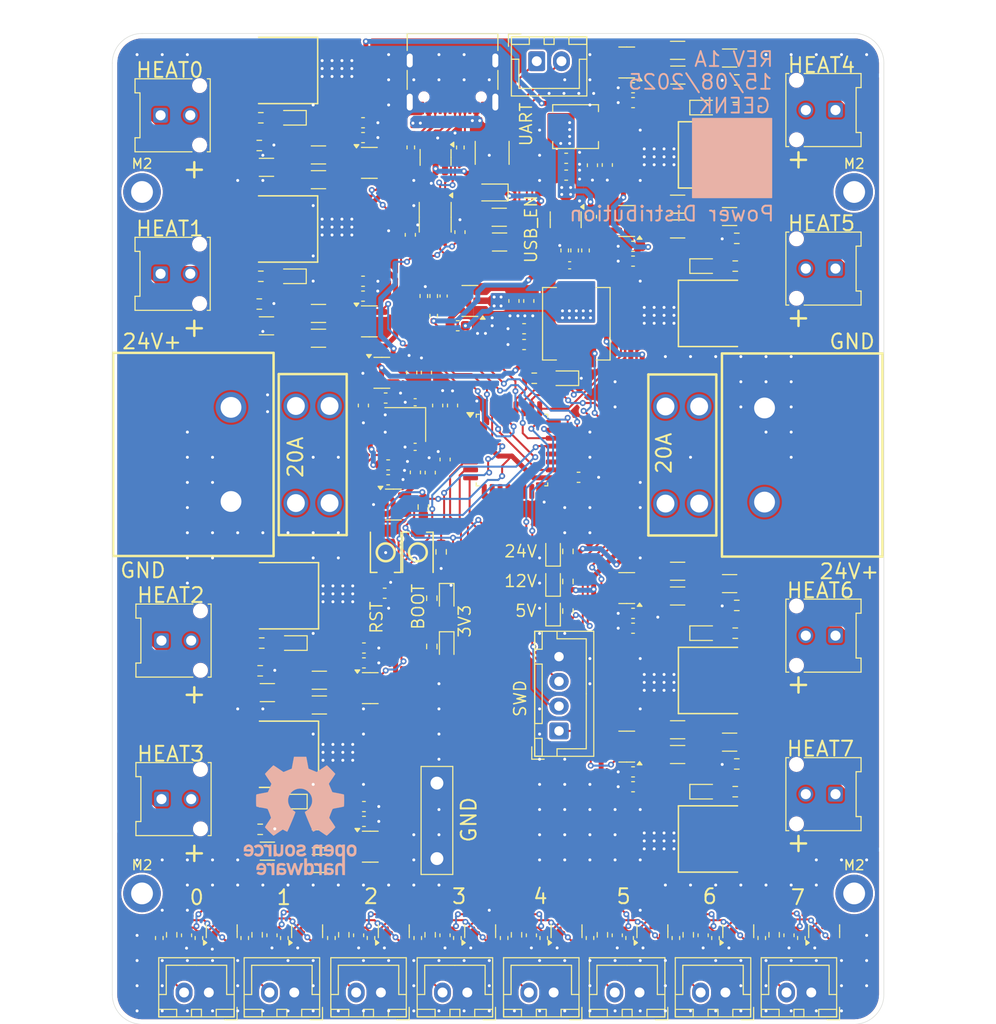
<source format=kicad_pcb>
(kicad_pcb (version 20241229) (generator "pcbnew") (generator_version "9.0")
  (layers (0 "F.Cu" signal) (2 "B.Cu" signal) (13 "F.Paste" user) (15 "B.Paste" user) (5 "F.SilkS" user "F.Silkscreen") (7 "B.SilkS" user "B.Silkscreen") (1 "F.Mask" user) (3 "B.Mask" user) (25 "Edge.Cuts" user))
  (net 0 "")
  (net 1 "+24V")
  (net 2 "GND")
  (net 3 "Net-(U1-BOOT)")
  (net 4 "Net-(U1-SW)")
  (net 5 "+5V")
  (net 6 "Net-(U4-PF0)")
  (net 7 "Net-(U1-FB)")
  (net 8 "+3.3VA")
  (net 9 "+3.3V")
  (net 10 "Net-(C17-Pad1)")
  (net 11 "Net-(U4-PF1)")
  (net 12 "RST")
  (net 13 "TH0")
  (net 14 "TH1")
  (net 15 "TH2")
  (net 16 "TH3")
  (net 17 "TH4")
  (net 18 "TH5")
  (net 19 "TH6")
  (net 20 "TH7")
  (net 21 "TH8")
  (net 22 "TH9")
  (net 23 "Net-(U5-SW)")
  (net 24 "Net-(U5-BOOT)")
  (net 25 "+12V")
  (net 26 "Net-(U5-FB)")
  (net 27 "Net-(C28-Pad1)")
  (net 28 "VBUS")
  (net 29 "Net-(D1-A)")
  (net 30 "Net-(D2-A)")
  (net 31 "Net-(D3-A)")
  (net 32 "Net-(D4-A)")
  (net 33 "Net-(D1-K)")
  (net 34 "Net-(D2-K)")
  (net 35 "Net-(D3-K)")
  (net 36 "Net-(D8-K-Pad3)")
  (net 37 "Net-(D9-K-Pad3)")
  (net 38 "Net-(D4-K)")
  (net 39 "Net-(D6-A)")
  (net 40 "Net-(D6-K)")
  (net 41 "Net-(D7-A)")
  (net 42 "Net-(D15-A)")
  (net 43 "Net-(D7-K)")
  (net 44 "Net-(D11-A)")
  (net 45 "Net-(D12-A)")
  (net 46 "Net-(D13-A)")
  (net 47 "Net-(D14-A)")
  (net 48 "Net-(D16-K-Pad3)")
  (net 49 "Net-(D19-A)")
  (net 50 "Net-(D19-K)")
  (net 51 "Net-(D17-K-Pad3)")
  (net 52 "Net-(D20-K-Pad3)")
  (net 53 "Net-(D21-K-Pad3)")
  (net 54 "Net-(D22-A)")
  (net 55 "Net-(D22-K)")
  (net 56 "Net-(D23-K-Pad3)")
  (net 57 "Net-(D24-K-Pad3)")
  (net 58 "Net-(F1-Pad1)")
  (net 59 "Net-(J17-Pin_1)")
  (net 60 "Net-(J18-Pin_1)")
  (net 61 "Net-(J14-Pin_2)")
  (net 62 "Net-(J15-Pin_2)")
  (net 63 "Net-(J20-Pin_2)")
  (net 64 "Net-(J21-Pin_2)")
  (net 65 "Net-(J22-Pin_2)")
  (net 66 "Net-(J23-Pin_2)")
  (net 67 "Net-(J10-Pin_2)")
  (net 68 "Net-(J11-Pin_2)")
  (net 69 "RX")
  (net 70 "TX")
  (net 71 "SWCLK")
  (net 72 "SWDIO")
  (net 73 "D_-")
  (net 74 "D_+")
  (net 75 "CC1")
  (net 76 "CC2")
  (net 77 "Net-(Q1-G)")
  (net 78 "Net-(Q2-G)")
  (net 79 "Net-(Q3-G)")
  (net 80 "Net-(Q4-G)")
  (net 81 "Net-(Q5-G)")
  (net 82 "Net-(Q6-G)")
  (net 83 "Net-(Q7-G)")
  (net 84 "Net-(Q8-G)")
  (net 85 "BOOT")
  (net 86 "Net-(R4-Pad2)")
  (net 87 "Net-(R5-Pad2)")
  (net 88 "Net-(U2-OUTH)")
  (net 89 "Net-(R11-Pad1)")
  (net 90 "Net-(U3-OUTH)")
  (net 91 "Net-(U7-OUTH)")
  (net 92 "Net-(U7-OUTL)")
  (net 93 "Net-(U2-OUTL)")
  (net 94 "Net-(U3-OUTL)")
  (net 95 "Net-(R18-Pad2)")
  (net 96 "Net-(U6-OUTH)")
  (net 97 "Net-(R19-Pad2)")
  (net 98 "Net-(U6-OUTL)")
  (net 99 "Net-(U10-OUTH)")
  (net 100 "Net-(U9-TXD)")
  (net 101 "Net-(U10-OUTL)")
  (net 102 "Net-(U9-RXD)")
  (net 103 "Net-(R32-Pad2)")
  (net 104 "Net-(R42-Pad2)")
  (net 105 "Net-(U14-OUTH)")
  (net 106 "Net-(R67-Pad2)")
  (net 107 "Net-(U14-OUTL)")
  (net 108 "Net-(R78-Pad2)")
  (net 109 "Net-(U13-OUTH)")
  (net 110 "Net-(U13-OUTL)")
  (net 111 "Net-(U15-OUTH)")
  (net 112 "Net-(U15-OUTL)")
  (net 113 "HEATER7")
  (net 114 "HEATER6")
  (net 115 "HEATER0")
  (net 116 "HEATER1")
  (net 117 "HEATER3")
  (net 119 "HEATER2")
  (net 120 "HEATER5")
  (net 121 "HEATER4")
  (net 130 "Net-(D25-A)")
  (net 131 "ACT")
  (footprint "Resistor_SMD:R_1206_3216Metric" (layer "F.Cu") (at 131.93901 51.985)
    (property "Reference" "R11" (hide yes))
    (property "Value" "12")
  )
  (footprint "Capacitor_SMD:C_0603_1608Metric" (layer "F.Cu") (at 179.445 128.25 -90)
    (property "Reference" "C56" (hide yes))
    (property "Value" "0.1uF")
  )
  (footprint "Resistor_SMD:R_1206_3216Metric" (layer "F.Cu") (at 126.68901 66.735)
    (property "Reference" "R22" (hide yes))
    (property "Value" "0")
  )
  (footprint "Capacitor_SMD:C_0603_1608Metric" (layer "F.Cu") (at 163.7 95.755 180)
    (property "Reference" "C1" (hide yes))
    (property "Value" "10uF")
  )
  (footprint "Capacitor_SMD:C_0603_1608Metric" (layer "F.Cu") (at 142.8375 71.45 90)
    (property "Reference" "C42" (hide yes))
    (property "Value" "1uF")
  )
  (footprint "LED_SMD:LED_0603_1608Metric" (layer "F.Cu") (at 156.725 72.025 180)
    (property "Reference" "D25" (hide yes))
    (property "Value" "LED")
  )
  (footprint "Resistor_SMD:R_1206_3216Metric" (layer "F.Cu") (at 173.45 92.755 180)
    (property "Reference" "R7" (hide yes))
    (property "Value" "0")
  )
  (footprint "Capacitor_SMD:C_1812_4532Metric" (layer "F.Cu") (at 149.475 49.275 -90)
    (property "Reference" "F1" (hide yes))
    (property "Value" "1A")
  )
  (footprint "LED_SMD:LED_0603_1608Metric" (layer "F.Cu") (at 144.885 94.225 -90)
    (property "Reference" "D14" (hide yes))
    (property "Value" "LED")
  )
  (footprint "Connector_Molex:Molex_Micro-Fit_3.0_43045-0212_2x01_P3.00mm_Vertical" (layer "F.Cu") (at 115.99901 45.485 90)
    (property "Reference" "J2" (hide yes))
    (property "Value" "HEATER0")
  )
  (footprint "Resistor_SMD:R_0603_1608Metric" (layer "F.Cu") (at 174.01875 60.705)
    (property "Reference" "R77" (hide yes))
    (property "Value" "4.7k")
  )
  (footprint "Package_TO_SOT_SMD:SOT-23" (layer "F.Cu") (at 174.325 127.8375 90)
    (property "Reference" "D21" (hide yes))
    (property "Value" "BAV99")
  )
  (footprint "MountingHole:MountingHole_2.2mm_M2_DIN965_Pad" (layer "F.Cu") (at 186.025 124.025)
    (property "Reference" "M2")
    (property "Value" "MountingHole_2.2mm_M2_DIN965_Pad")
  )
  (footprint "Resistor_SMD:R_0603_1608Metric" (layer "F.Cu") (at 177.945 128.2 90)
    (property "Reference" "R83" (hide yes))
    (property "Value" "4.7k")
  )
  (footprint "Resistor_SMD:R_1206_3216Metric" (layer "F.Cu") (at 132.02901 118.505 180)
    (property "Reference" "R42" (hide yes))
    (property "Value" "68")
  )
  (footprint "Resistor_SMD:R_1206_3216Metric" (layer "F.Cu") (at 168.2 56.955)
    (property "Reference" "R78" (hide yes))
    (property "Value" "68")
  )
  (footprint "easyeda2kicad:SW-SMD_L3.9-W3.0-P4.45" (layer "F.Cu") (at 138.725 89.595 90)
    (property "Reference" "SW1" (hide yes))
    (property "Value" "SW_Push")
  )
  (footprint "Resistor_SMD:R_0402_1005Metric" (layer "F.Cu") (at 115.87 128.525 -90)
    (property "Reference" "R44" (hide yes))
    (property "Value" "2.37k")
  )
  (footprint "easyeda2kicad:TO-252-2_L6.6-W6.1-P4.57-LS9.9-TL-CW" (layer "F.Cu") (at 169.74 65.475)
    (property "Reference" "Q8" (hide yes))
    (property "Value" "AOD4184A")
  )
  (footprint "Capacitor_SMD:C_0603_1608Metric" (layer "F.Cu") (at 143.975 74.775 90)
    (property "Reference" "C3" (hide yes))
    (property "Value" "4.7uF")
  )
  (footprint "Package_TO_SOT_SMD:SOT-23-6" (layer "F.Cu") (at 137.16651 103.305)
    (property "Reference" "U10" (hide yes))
    (property "Value" "UCC27511ADBV")
  )
  (footprint "easyeda2kicad:CONN-TH_2P-P9.50_DBT50G-9.5-2P" (layer "F.Cu") (at 123.10901 79.715 -90)
    (property "Reference" "J17" (hide yes))
    (property "Value" "Conn_01x02_Socket")
  )
  (footprint "MountingHole:MountingHole_2.2mm_M2_DIN965_Pad" (layer "F.Cu") (at 186.025 53.225)
    (property "Reference" "M2")
    (property "Value" "MountingHole_2.2mm_M2_DIN965_Pad")
  )
  (footprint "Resistor_SMD:R_1206_3216Metric" (layer "F.Cu") (at 126.77901 103.755)
    (property "Reference" "R33" (hide yes))
    (property "Value" "0")
  )
  (footprint "Resistor_SMD:R_0603_1608Metric" (layer "F.Cu") (at 174.01875 97.755)
    (property "Reference" "R1" (hide yes))
    (property "Value" "4.7k")
  )
  (footprint "Package_TO_SOT_SMD:SOT-23-6" (layer "F.Cu") (at 143.763 49.737 -90)
    (property "Reference" "U8" (hide yes))
    (property "Value" "SRV05-4")
  )
  (footprint "Capacitor_SMD:C_0603_1608Metric" (layer "F.Cu") (at 156.95 49.825)
    (property "Reference" "C25" (hide yes))
    (property "Value" "0.1uF")
  )
  (footprint "Resistor_SMD:R_1206_3216Metric" (layer "F.Cu") (at 126.77901 119.755)
    (property "Reference" "R43" (hide yes))
    (property "Value" "0")
  )
  (footprint "Capacitor_SMD:C_0603_1608Metric" (layer "F.Cu") (at 153.175 64.225 -90)
    (property "Reference" "C11" (hide yes))
    (property "Value" "10uF")
  )
  (footprint "Capacitor_SMD:C_0603_1608Metric" (layer "F.Cu") (at 159.5 55.725 90)
    (property "Reference" "C23" (hide yes))
    (property "Value" "0.1uF")
  )
  (footprint "Resistor_SMD:R_1206_3216Metric" (layer "F.Cu") (at 173.45 39.705 180)
    (property "Reference" "R68" (hide yes))
    (property "Value" "0")
  )
  (footprint "Connector_Molex:Molex_Micro-Fit_3.0_43045-0212_2x01_P3.00mm_Vertical" (layer "F.Cu") (at 184.14 44.955 -90)
    (property "Reference" "J13" (hide yes))
    (property "Value" "HEATER4")
  )
  (footprint "Capacitor_SMD:C_0603_1608Metric" (layer "F.Cu") (at 153.435 128.25 -90)
    (property "Reference" "C44" (hide yes))
    (property "Value" "0.1uF")
  )
  (footprint "Connector_Molex:Molex_Micro-Fit_3.0_43045-0212_2x01_P3.00mm_Vertical" (layer "F.Cu") (at 184.14 114.005 -90)
    (property "Reference" "J3" (hide yes))
    (property "Value" "HEATER7")
  )
  (footprint "Resistor_SMD:R_0402_1005Metric" (layer "F.Cu") (at 119.87 128.525 -90)
    (property "Reference" "R45" (hide yes))
    (property "Value" "2.37k")
  )
  (footprint "Capacitor_SMD:C_0603_1608Metric" (layer "F.Cu") (at 136.52901 116.755)
    (property "Reference" "C38" (hide yes))
    (property "Value" "0.1uF")
  )
  (footprint "Capacitor_SMD:C_0603_1608Metric" (layer "F.Cu") (at 146.225 57.275 90)
    (property "Reference" "C30" (hide yes))
    (property "Value" "0.1uF")
  )
  (footprint "Resistor_SMD:R_0603_1608Metric" (layer "F.Cu") (at 126.12026 61.735 180)
    (property "Reference" "R17" (hide yes))
    (property "Value" "4.7k")
  )
  (footprint "Package_SO:MSOP-10_3x3mm_P0.5mm" (layer "F.Cu") (at 143.725 55.775 -90)
    (property "Reference" "U9" (hide yes))
    (property "Value" "CH340E")
  )
  (footprint "Capacitor_SMD:C_0603_1608Metric" (layer "F.Cu") (at 136.475 74.775 -90)
    (property "Reference" "C40" (hide yes))
    (property "Value" "1uF")
  )
  (footprint "Capacitor_SMD:C_0603_1608Metric" (layer "F.Cu") (at 135.995 128.25 -90)
    (property "Reference" "C53" (hide yes))
    (property "Value" "0.1uF")
  )
  (footprint "Connector_JST:JST_XH_B2B-XH-A_1x02_P2.50mm_Vertical" (layer "F.Cu") (at 129.495 134.025 180)
    (property "Reference" "J14" (hide yes))
    (property "Value" "TH1")
  )
  (footprint "Connector_JST:JST_XH_B2B-XH-A_1x02_P2.50mm_Vertical" (layer "F.Cu") (at 164.355 134.025 180)
    (property "Reference" "J15" (hide yes))
    (property "Value" "TH5")
  )
  (footprint "Capacitor_SMD:C_0603_1608Metric" (layer "F.Cu") (at 136.43901 63.735)
    (property "Reference" "C21" (hide yes))
    (property "Value" "10uF")
  )
  (footprint "Connector_JST:JST_XH_B2B-XH-A_1x02_P2.50mm_Vertical" (layer "F.Cu") (at 120.87 134.025 180)
    (property "Reference" "J10" (hide yes))
    (property "Value" "TH0")
  )
  (footprint "Capacitor_SMD:C_0603_1608Metric" (layer "F.Cu") (at 141.725 81.525 -90)
    (property "Reference" "C7" (hide yes))
    (property "Value" "10nF")
  )
  (footprint "Resistor_SMD:R_0402_1005Metric" (layer "F.Cu") (at 124.495 128.525 -90)
    (property "Reference" "R61" (hide yes))
    (property "Value" "2.37k")
  )
  (footprint "Resistor_SMD:R_0402_1005Metric" (layer "F.Cu") (at 180.695 128.525 -90)
    (property "Reference" "R87" (hide yes))
    (property "Value" "2.37k")
  )
  (footprint "Capacitor_SMD:C_0603_1608Metric" (layer "F.Cu") (at 138.975 80.775)
    (property "Reference" "C33" (hide yes))
    (property "Value" "0.1uF")
  )
  (footprint "Resistor_SMD:R_0603_1608Metric" (layer "F.Cu") (at 174.01875 113.755)
    (property "Reference" "R16" (hide yes))
    (property "Value" "4.7k")
  )
  (footprint "Capacitor_SMD:C_0603_1608Metric" (layer "F.Cu") (at 136.43901 47.735)
    (property "Reference" "C8" (hide yes))
    (property "Value" "10uF")
  )
  (footprint "Capacitor_SMD:C_0603_1608Metric" (layer "F.Cu") (at 170.775 128.25 -90)
    (property "Reference" "C54" (hide yes))
    (property "Value" "0.1uF")
  )
  (footprint "Package_TO_SOT_SMD:SOT-23-6" (layer "F.Cu") (at 163.0625 56.155 180)
    (property "Reference" "U15" (hide yes))
    (property "Value" "UCC27511ADBV")
  )
  (footprint "Capacitor_SMD:C_0603_1608Metric" (layer "F.Cu") (at 152.7 67.025 180)
    (property "Reference" "C14" (hide yes))
    (property "Value" "22uF")
  )
  (footprint "Package_TO_SOT_SMD:SOT-23" (layer "F.Cu") (at 139.545 127.8375 90)
    (property "Reference" "D20" (hide yes))
    (property "Value" "BAV99")
  )
  (footprint "Resistor_SMD:R_1206_3216Metric" (layer "F.Cu") (at 132.02901 102.505 180)
    (property "Reference" "R32" (hide yes))
    (property "Value" "68")
  )
  (footprint "Capacitor_SMD:C_0402_1005Metric" (layer "F.Cu") (at 144.575 63.725 90)
    (property "Reference" "C17" (hide yes))
    (property "Value" "75pF")
  )
  (footprint "Capacitor_SMD:C_0603_1608Metric" (layer "F.Cu") (at 138.625 93.725)
    (property "Reference" "C15" (hide yes))
    (property "Value" "0.1uF")
  )
  (footprint "Resistor_SMD:R_0603_1608Metric" (layer "F.Cu") (at 151.935 128.2 90)
    (property "Reference" "R40" (hide yes))
    (property "Value" "4.7k")
  )
  (footprint "Capacitor_SMD:C_0603_1608Metric" (layer "F.Cu") (at 161.1 50.5 -90)
    (property "Reference" "C27" (hide yes))
    (property "Value" "22uF")
  )
  (footprint "Resistor_SMD:R_0603_1608Metric" (layer "F.Cu") (at 125.745 128.2 90)
    (property "Reference" "R58" (hide yes))
    (property "Value" "4.7k")
  )
  (footprint "Resistor_SMD:R_0402_1005Metric" (layer "F.Cu") (at 143.575 63.725 90)
    (property "Reference" "R12" (hide yes))
    (property "Value" "100k")
  )
  (footprint "Capacitor_SMD:C_0603_1608Metric" (layer "F.Cu") (at 151.675 64.225 -90)
    (property "Reference" "C12" (hide yes))
    (property "Value" "0.1uF")
  )
  (footprint "Package_TO_SOT_SMD:SOT-23" (layer "F.Cu") (at 182.995 127.8375 90)
    (property "Reference" "D24" (hide yes))
    (property "Value" "BAV99")
  )
  (footprint "Package_TO_SOT_SMD:SOT-23-5" (layer "F.Cu") (at 138.3375 71.475)
    (property "Reference" "U12" (hide yes))
    (property "Value" "TLV73333PDBV")
  )
  (footprint "Capacitor_SMD:C_0603_1608Metric" (layer "F.Cu") (at 159.6 50.525 -90)
    (property "Reference" "C26" (hide yes))
    (property "Value" "22uF")
  )
  (footprint "Capacitor_SMD:C_0603_1608Metric" (layer "F.Cu") (at 163.7 111.755 180)
    (property "Reference" "C19" (hide yes))
    (property "Value" "10uF")
  )
  (footprint "Resistor_SMD:R_0402_1005Metric" (layer "F.Cu") (at 141.965 128.525 -90)
    (property "Reference" "R84" (hide yes))
    (property "Value" "2.37k")
  )
  (footprint "Resistor_SMD:R_0402_1005Metric" (layer "F.Cu") (at 168.025 128.525 -90)
    (property "Reference" "R75" (hide yes))
    (property "Value" "2.37k")
  )
  (footprint "Package_TO_SOT_SMD:SOT-23" (layer "F.Cu") (at 156.985 127.8375 90)
    (property "Reference" "D9" (hide yes))
    (property "Value" "BAV99")
  )
  (footprint "easyeda2kicad:TO-252-2_L6.6-W6.1-P4.57-LS9.9-TL-CW" (layer "F.Cu") (at 169.74 102.525)
    (property "Reference" "Q1" (hide yes))
    (property "Value" "AOD4184A")
  )
  (footprint "Resistor_SMD:R_0603_1608Metric" (layer "F.Cu") (at 160.605 128.2 90)
    (property "Reference" "R59" (hide yes))
    (property "Value" "4.7k")
  )
  (footprint "Capacitor_SMD:C_0603_1608Metric" (layer "F.Cu") (at 144.715 128.25 -90)
    (property "Reference" "C55" (hide yes))
    (property "Value" "0.1uF")
  )
  (footprint "Resistor_SMD:R_1206_3216Metric" (layer "F.Cu") (at 132.02901 121.005)
    (property "Reference" "R50" (hide yes))
    (property "Value" "12")
  )
  (footprint "Capacitor_SMD:C_0603_1608Metric" (layer "F.Cu") (at 145.475 74.775 90)
    (property "Reference" "C4" (hide yes))
    (property "Value" "0.1uF")
  )
  (footprint "Capacitor_SMD:C_0603_1608Metric" (layer "F.Cu") (at 138.725 74.025)
    (property "Reference" "C39" (hide yes))
    (property "Value" "0.1uF")
  )
  (footprint "Capacitor_SMD:C_0603_1608Metric" (layer "F.Cu") (at 163.7 58.705 180)
    (property "Reference" "C51" (hide yes))
    (property "Value" "10uF")
  )
  (footprint "Resistor_SMD:R_0603_1608Metric" (layer "F.Cu") (at 117.12 128.2 90)
    (property "Reference" "R39" (hide yes))
    (property "Value" "4.7k")
  )
  (footprint "Package_TO_SOT_SMD:SOT-23-6" (layer "F.Cu") (at 163.0625 109.205 180)
    (property "Reference" "U6" (hide yes))
    (property "Value" "UCC27511ADBV")
  )
  (footprint "Capacitor_SMD:C_0603_1608Metric" (layer "F.Cu") (at 118.62 128.25 -90)
    (property "Reference" "C43" (hide yes))
    (property "Value" "0.1uF")
  )
  (footprint "Connector_Molex:Molex_Micro-Fit_3.0_43045-0212_2x01_P3.00mm_Vertical" (layer "F.Cu") (at 184.14 60.955 -90)
    (property "Reference" "J19" (hide yes))
    (property "Value" "HEATER5")
  )
  (footprint "Diode_SMD:D_SOD-323" (layer "F.Cu") (at 149.475 53.275 180)
    (property "Reference" "D5" (hide yes))
    (property "Value" "CUS10S30")
  )
  (footprint "Capacitor_SMD:C_0603_1608Metric" (layer "F.Cu") (at 141.2125 57.55 90)
    (property "Reference" "C29" (hide yes))
    (property "Value" "0.1uF")
  )
  (footprint "LED_SMD:LED_0603_1608Metric" (layer "F.Cu") (at 155.625 95.5375 90)
    (property "Reference" "D13" (hide yes))
    (property "Value" "LED")
  )
  (footprint "Package_TO_SOT_SMD:SOT-23" (layer "F.Cu") (at 122.17 127.8375 90)
    (property "Reference" "D8" (hide yes))
    (property "Value" "BAV99")
  )
  (footprint "Capacitor_SMD:C_0603_1608Metric" (layer "F.Cu") (at 163.7 42.705 180)
    (property "Reference" "C47" (hide yes))
    (property "Value" "0.1uF")
  )
  (footprint "Package_TO_SOT_SMD:SOT-23-6" (layer "F.Cu") (at 137.16651 119.305)
    (property "Reference" "U13" (hide yes))
    (property "Value" "UCC27511ADBV")
  )
  (footprint "Capacitor_SMD:C_0603_1608Metric" (layer "F.Cu") (at 143.225 81.55 90)
    (property "Reference" "C36" (hide yes))
    (property "Value" "1uF")
  )
  (footprint "Capacitor_SMD:C_0603_1608Metric" (layer "F.Cu") (at 136.43901 46.235)
    (property "Reference" "C9" (hide yes))
    (property "Value" "0.1uF")
  )
  (footprint "Capacitor_SMD:C_0402_1005Metric" (layer "F.Cu") (at 157.3 60.625 180)
    (property "Reference" "C28" (hide yes))
    (property "Value" "75pF")
  )
  (footprint "Resistor_SMD:R_0402_1005Metric" (layer "F.Cu") (at 157.8 59.125 -90)
    (property "Reference" "R27" (hide yes))
    (property "Value" "100k")
  )
  (footprint "LED_SMD:LED_0603_1608Metric" (layer "F.Cu") (at 155.625 92.5375 90)
    (property "Reference" "D12" (hide yes))
    (property "Value" "LED")
  )
  (footprint "Resistor_SMD:R_1206_3216Metric" (layer "F.Cu") (at 131.93901 49.485 180)
    (property "Reference" "R6" (hide yes))
    (property "Value" "68")
  )
  (footprint "Resistor_SMD:R_1206_3216Metric" (layer "F.Cu") (at 126.68901 50.735)
    (property "Reference" "R8" (hide yes))
    (property "Value" "0")
  )
  (footprint "Capacitor_SMD:C_0603_1608Metric" (layer "F.Cu") (at 156.95 51.525)
    (property "Reference" "C24" (hide yes))
    (property "Value" "10uF")
  )
  (footprint "Resistor_SMD:R_1206_3216Metric" (layer "F.Cu") (at 168.2 94.005)
    (property "Reference" "R5" (hide yes))
    (property "Value" "68")
  )
  (footprint "Connector_JST:JST_XH_B2B-XH-A_1x02_P2.50mm_Vertical" (layer "F.Cu") (at 146.965 134.025 180)
    (property "Reference" "J22" (hide yes))
    (property "Value" "TH3")
  )
  (footprint "Resistor_SMD:R_0402_1005Metric" (layer "F.Cu") (at 158.9 59.125 -90)
    (property "Reference" "R21" (hide yes))
    (property "Value" "50")
  )
  (footprint "Resistor_SMD:R_1206_3216Metric" (layer "F.Cu") (at 150.1875 55.775)
    (property "Reference" "R29" (hide yes))
    (property "Value" "0")
  )
  (footprint "Resistor_SMD:R_0402_1005Metric" (layer "F.Cu") (at 128.495 128.525 -90)
    (property "Reference" "R62" (hide yes))
    (property "Value" "2.37k")
  )
  (footprint "Resistor_SMD:R_0603_1608Metric" (layer "F.Cu") (at 126.21026 98.755 180)
    (property "Reference" "R30" (hide yes))
    (property "Value" "4.7k")
  )
  (footprint "Capacitor_SMD:C_0603_1608Metric" (layer "F.Cu") (at 158.2 82.025)
    (property "Reference" "C5" (hide yes))
    (property "Value" "0.1uF")
  )
  (footprint "Capacitor_SMD:C_0402_1005Metric" (layer "F.Cu") (at 141.7 74.45 180)
    (property "Reference" "C16" (hide yes))
    (property "Value" "14pF")
  )
  (footprint "Resistor_SMD:R_1206_3216Metric" (layer "F.Cu") (at 168.2 107.505 180)
    (property "Reference" "R23" (hide yes))
    (property "Value" "12")
  )
  (footprint "Resistor_SMD:R_0603_1608Metric" (layer "F.Cu") (at 153.725 72.025)
    (property "Reference" "R88" (hide yes))
    (property "Value" "1k")
  )
  (footprint "easyeda2kicad:TO-252-2_L6.6-W6.1-P4.57-LS9.9-TL-CW" (layer "F.Cu") (at 130.39901 40.965 180)
    (property "Reference" "Q2" (hide yes))
    (property "Value" "AOD4184A")
  )
  (footprint "easyeda2kicad:SW-SMD_L3.9-W3.0-P4.45" (layer "F.Cu") (at 141.975 89.595 -90)
    (property "Reference" "SW2" (hide yes))
    (property "Value" "SW_Push")
  )
  (footprint "Resistor_SMD:R_0603_1608Metric" (layer "F.Cu") (at 134.495 128.2 90)
    (property "Reference" "R71" (hide yes))
    (property "Value" "4.7k")
  )
  (footprint "TestPoint:TestPoint_Bridge_Pitch7.62mm_Drill1.3mm" (layer "F.Cu") (at 143.9 120.51 90)
    (property "Reference" "TP1" (hide yes))
    (property "Value" "OSC GND")
  )
  (footprint "Capacitor_SMD:C_0603_1608Metric" (layer "F.Cu") (at 163.7 44.205 180)
    (property "Reference" "C46" (hide yes))
    (property "Value" "10uF")
  )
  (footprint "Resistor_SMD:R_0603_1608Metric" (layer "F.Cu") (at 126.12026 45.735 180)
    (property "Reference" "R2" (hide yes))
    (property "Value" "4.7k")
  )
  (footprint "Resistor_SMD:R_1206_3216Metric" (layer "F.Cu") (at 150.225 58.275)
    (property "Reference" "R31" (hide yes))
    (property "Value" "0")
  )
  (footprint "Package_TO_SOT_SMD:SOT-23-5" (layer "F.Cu") (at 139.5 84.775)
    (property "Reference" "U11" (hide yes))
    (property "Value" "TLV73333PDBV")
  )
  (footprint "easyeda2kicad:TO-252-2_L6.6-W6.1-P4.57-LS9.9-TL-CW" (layer "F.Cu") (at 169.74 49.475)
    (property "Reference" "Q7" (hide yes))
    (property "Value" "AOD4184A")
  )
  (footprint "Resistor_SMD:R_1206_3216Metric" (layer "F.Cu") (at 131.93901 65.485 180)
    (property "Reference" "R19" (hide yes))
    (property "Value" "68")
  )
  (footprint "Capacitor_SMD:C_0402_1005Metric" (layer "F.Cu") (at 141.7 78.95 180)
    (property "Reference" "C18" (hide yes))
    (property "Value" "14pF")
  )
  (footprint "Connector_JST:JST_XH_B2B-XH-A_1x02_P2.50mm_Vertical" (layer "F.Cu") (at 138.245 134.025 180)
    (property "Reference" "J20" (hide yes))
    (property "Value" "TH2")
  )
  (footprint "LED_SMD:LED_0603_1608Metric" (layer "F.Cu") (at 129.22026 45.735 180)
    (property "Reference" "D2" (hide yes))
    (property "Value" "LED")
  )
  (footprint "Resistor_SMD:R_0402_1005Metric" (layer "F.Cu") (at 142.575 63.725 90)
    (property "Reference" "R15" (hide yes))
    (property "Value" "13.3k")
  )
  (footprint "Resistor_SMD:R_1206_3216Metric" (layer "F.Cu") (at 173.45 55.705 180)
    (property "Reference" "R79" (hide yes))
    (property "Value" "0")
  )
  (footprint "Connector_JST:JST_XH_B2B-XH-A_1x02_P2.50mm_Vertical" (layer "F.Cu") (at 155.685 134.025 180)
    (property "Reference" "J11" (hide yes))
    (property "Value" "TH4")
  )
  (footprint "Inductor_SMD:L_TechFuse_SL0650" (layer "F.Cu") (at 157.975 66.525 -90)
    (property "Reference" "L1" (hide yes))
    (property "Value" "15uH")
  )
  (footprint "Connector_JST:JST_XH_B4B-XH-A_1x04_P2.50mm_Vertical" (layer "F.Cu") (at 156.225 107.625 90)
    (property "Reference" "J4" (hide yes))
    (property "Value" "SWD")
  )
  (footprint "Package_QFP:LQFP-32_7x7mm_P0.8mm" (layer "F.Cu") (at 151.475 79.275)
    (property "Reference" "U4" (hide yes))
    (property "Value" "STM32F030K6Tx")
  )
  (footprint "Connector_Molex:Molex_Micro-Fit_3.0_43045-0212_2x01_P3.00mm_Vertical" (layer "F.Cu") (at 184.14 98.005 -90)
    (property "Reference" "J1" (hide yes))
    (property "Value" "HEATER6")
  )
  (footprint "MountingHole:MountingHole_2.2mm_M2_DIN965_Pad" (layer "F.Cu") (at 114.125 53.225)
    (property "Reference" "M2")
    (property "Value" "MountingHole_2.2mm_M2_DIN965_Pad")
  )
  (footprint "easyeda2kicad:FUSE-TH_4P-L16.0-W6.7" (layer "F.Cu") (at 131.35901 79.725 -90)
    (property "Reference" "F2" (hide yes))
    (property "Value" "20A")
  )
  (footprint "easyeda2kicad:TO-252-2_L6.6-W6.1-P4.57-LS9.9-TL-CW" (layer "F.Cu") (at 130.48901 109.985 180)
    (property "Reference" "Q6" (hide yes))
    (property "Value" "AOD4184A")
  )
  (footprint "Resistor_SMD:R_1206_3216Metric" (layer "F.Cu") (at 168.2 54.455 180)
    (property "Reference" "R80" (hide yes))
    (property "Value" "12")
  )
  (footprint "Crystal:Crystal_SMD_3225-4Pin_3.2x2.5mm" (layer "F.Cu") (at 140.7 76.7 180)
    (property "Reference" "Y1" (hide yes))
    (property "Value" "24MHz")
  )
  (footprint "Capacitor_SMD:C_0603_1608Metric" (layer "F.Cu") (at 136.52901 100.755)
    (property "Reference" "C31" (hide yes))
    (property "Value" "10uF")
  )
  (footprint "LED_SMD:LED_0603_1608Metric" (layer "F.Cu") (at 170.91875 44.705)
    (property "Reference" "D19" (hide yes))
    (property "Value" "LED")
  )
  (footprint "Capacitor_SMD:C_0603_1608Metric" (layer "F.Cu") (at 163.7 60.205 180)
    (property "Reference" "C52" (hide yes))
    (property "Value" "0.1uF")
  )
  (footprint "LED_SMD:LED_0603_1608Metric" (layer "F.Cu") (at 155.625 89.5 90)
    (property "Reference" "D11" (hide yes))
    (property "Value" "LED")
  )
  (footprint "easyeda2kicad:TO-252-2_L6.6-W6.1-P4.57-LS9.9-TL-CW" (layer "F.Cu") (at 130.39901 56.965 180)
    (property "Reference" "Q4" (hide yes))
    (property "Value" "AOD4184A")
  )
  (footprint "Resistor_SMD:R_0603_1608Metric" (layer "F.Cu") (at 174.175 57.905 180)
    (property "Reference" "R81" (hide yes))
    (property "Value" "100k")
  )
  (footprint "LED_SMD:LED_0603_1608Metric" (layer "F.Cu") (at 170.91875 97.755)
    (property "Reference" "D1" (hide yes))
    (property "Value" "LED")
  )
  (footprint "Capacitor_SMD:C_0603_1608Metric" (layer "F.Cu") (at 136.52901 99.255)
    (property "Reference" "C32" (hide yes))
    (property "Value" "0.1uF")
  )
  (footprint "Capacitor_SMD:C_0603_1608Metric" (layer "F.Cu") (at 127.245 128.25 -90)
    (property "Reference" "C48" (hide yes))
    (property "Value" "0.1uF")
  )
  (footprint "Resistor_SMD:R_0603_1608Metric" (layer "F.Cu") (at 174.175 110.955 180)
    (property "Reference" "R25" (hide yes))
    (property "Value" "100k")
  )
  (footprint "easyeda2kicad:TO-252-2_L6.6-W6.1-P4.57-LS9.9-TL-CW" (layer "F.Cu") (at 169.74 118.525)
    (property "Reference" "Q3" (hide yes))
    (property "Value" "AOD4184A")
  )
  (footprint "Resistor_SMD:R_0402_1005Metric" (layer "F.Cu") (at 133.245 128.525 -90)
    (property "Reference" "R73" (hide yes))
    (property "Value" "2.37k")
  )
  (footprint "Resistor_SMD:R_0402_1005Metric" (layer "F.Cu") (at 159.355 128.525 -90)
    (property "Reference" "R63" (hide yes))
    (property "Value" "2.37k")
  )
  (footprint "MountingHole:MountingHole_2.2mm_M2_DIN965_Pad" (layer "F.Cu") (at 114.125 124.025)
    (property "Reference" "M2")
    (property "Value" "MountingHole_2.2mm_M2_DIN965_Pad")
  )
  (footprint "Resistor_SMD:R_0603_1608Metric" (layer "F.Cu") (at 143.385 99.1 -90)
    (property "Reference" "R56" (hide yes))
    (property "Value" "1k")
  )
  (footprint "Package_TO_SOT_SMD:SOT-23-6" (layer "F.Cu") (at 137.07651 50.285)
    (property "Reference" "U3" (hide yes))
    (property "Value" "UCC27511ADBV")
  )
  (footprint "Resistor_SMD:R_0402_1005Metric" (layer "F.Cu") (at 145.965 128.525 -90)
    (property "Reference" "R85" (hide yes))
    (property "Value" "2.37k")
  )
  (footprint "Capacitor_SMD:C_0603_1608Metric" (layer "F.Cu") (at 152.7 68.625 180)
    (property "Reference" "C13" (hide yes))
    (property "Value" "22uF")
  )
  (footprint "Resistor_SMD:R_0402_1005Metric" (layer "F.Cu") (at 176.695 128.525 -90)
    (property "Reference" "R86" (hide yes))
    (property "Value" "2.37k")
  )
  (footprint "Resistor_SMD:R_0402_1005Metric" (layer "F.Cu") (at 154.685 128.525 -90)
    (property "Reference" "R47" (hide yes))
    (property "Value" "2.37k")
  )
  (footprint "Connector_Molex:Molex_Micro-Fit_3.0_43045-0212_2x01_P3.00mm_Vertical" (layer "F.Cu") (at 116.08901 98.505 90)
    (property "Reference" "J6" (hide yes))
    (property "Value" "HEATER2")
  )
  (footprint "Resistor_SMD:R_0402_1005Metric" (layer "F.Cu") (at 143.575 65.725 90)
    (property "Reference" "R3" (hide yes))
    (property "Value" "50")
  )
  (footprint "Capacitor_SMD:C_0603_1608Metric" (layer "F.Cu") (at 162.105 128.25 -90)
    (property "Reference" "C49" (hide yes))
    (property "Value" "0.1uF")
  )
  (footprint "Resistor_SMD:R_0603_1608Metric" (layer "F.Cu") (at 126.05401 101.555)
    (property "Reference" "R37" (hide yes))
    (property "Value" "100k")
  )
  (footprint "Resistor_SMD:R_0603_1608Metric" (layer "F.Cu") (at 144.325 89.55 -90)
    (property "Reference" "R10" (hide yes))
    (property "Value" "10k")
  )
  (footprint "Resistor_SMD:R_0402_1005Metric" (layer "F.Cu") (at 150.685 128.525 -90)
    (property "Reference" "R46" (hide yes))
    (property "Value" "2.37k")
  )
  (footprint "Package_TO_SOT_SMD:SOT-23-6" (layer "F.Cu") (at 147.225 64.225 180)
    (property "Reference" "U1" (hide yes))
    (property "Value" "TPS54202DDC")
  )
  (footprint "Package_TO_SOT_SMD:SOT-23-6" (layer "F.Cu") (at 163.0625 93.205 180)
    (property "Reference" "U2" (hide yes))
    (property "Value" "UCC27511ADBV")
  )
  (footprint "Capacitor_SMD:C_0603_1608Metric" (layer "F.Cu") (at 141.3575 71.45 90)
    (property "Reference" "C41" (hide yes))
    (property "Value" "0.1uF")
  )
  (footprint "Resistor_SMD:R_0402_1005Metric" (layer "F.Cu") (at 172.025 128.525 -90)
    (property "Reference" "R76" (hide yes))
    (property "Value" "2.37k")
  )
  (footprint "Resistor_SMD:R_0603_1608Metric" (layer "F.Cu") (at 174.175 94.955 180)
    (property "Reference" "R13" (hide yes))
    (property "Value" "100k")
  )
  (footprint "Resistor_SMD:R_0603_1608Metric" (layer "F.Cu") (at 174.01875 44.705)
    (property "Reference" "R57" (hide yes))
    (property "Value" "4.7k")
  )
  (footprint "Resistor_SMD:R_0402_1005Metric" (layer "F.Cu") (at 156.8 59.125 90)
    (property "Reference" "R28" (hide yes))
    (property "Value" "5.23k")
  )
  (footprint "Connector_Molex:Molex_Micro-Fit_3.0_43045-0212_2x01_P3.00mm_Vertical" (layer "F.Cu") (at 116.08901 114.505 90)
    (property "Reference" "J9" (hide yes))
    (property "Value" "HEATER3")
  )
  (footprint "Package_TO_SOT_SMD:SOT-23-6" (layer "F.Cu") (at 156.9 56.025 -90)
    (property "Reference" "U5" (hide yes))
    (property "Value" "TPS54202DDC")
  )
  (footprint "Capacitor_SMD:C_0603_1608Metric" (layer "F.Cu") (at 138.975 82.275)
    (property "Reference" "C34" (hide yes))
    (property "Value" "1uF")
  )
  (footprint "Resistor_SMD:R_0603_1608Metric" (layer "F.Cu") (at 126.21026 114.755 180)
    (property "Reference" "R38" (hide yes))
    (property "Value" "4.7k")
  )
  (footprint "easyeda2kicad:FUSE-TH_4P-L16.0-W6.7" (layer "F.Cu") (at 168.675 79.775 90)
    (property "Reference" "F3" (hide yes))
    (property "Value" "20A")
  )
  (footprint "Connector_JST:JST_XH_B2B-XH-A_1x02_P2.50mm_Vertical" (layer "F.Cu") (at 181.695 134.025 180)
    (property "Reference" "J23" (hide yes))
    (property "Value" "TH7")
  )
  (footprint "Resistor_SMD:R_0603_1608Metric" (layer "F.Cu") (at 157.125 89.5 90)
    (property "Reference" "R52" (hide yes))
    (property "Value" "4.7k")
  )
  (footprint "Connector_USB:USB_C_Receptacle_G-Switch_GT-USB-7010ASV" (layer "F.Cu") (at 145.475 41.025 180)
    (property "Reference" "J8" (hide yes))
    (property "Value" "USB_C_Receptacle_USB2.0_14P")
  )
  (footprint "easyeda2kicad:CONN-TH_2P-P9.50_DBT50G-9.5-2P" (layer "F.Cu") (at 176.975 79.775 90)
    (property "Reference" "J18" (hide yes))
    (property "Value" "Conn_01x02_Socket")
  )
  (footprint "Resistor_SMD:R_1206_3216Metric" (layer "F.Cu") (at 131.93901 67.985)
    (property "Reference" "R24" (hide yes))
    (property "Value" "12")
  )
  (footprint "LED_SMD:LED_0603_1608Metric" (layer "F.Cu") (at 170.91875 113.755)
    (property "Reference" "D3" (hide yes))
    (property "Value" "LED")
  )
  (footprint "LED_SMD:LED_0603_1608Metric" (layer "F.Cu") (at 144.885 99.1 -90)
    (property "Reference" "D15" (hide yes))
    (property "Value" "LED")
  )
  (footprint "Capacitor_SMD:C_0603_1608Metric" (layer "F.Cu") (at 136.52901 115.255)
    (property "Reference" "C37" (hide yes))
    (property "Value" "10uF")
  )
  (footprint "Resistor_SMD:R_0603_1608Metric" (layer "F.Cu") (at 157.125 92.5375 90)
    (property "Reference" "R53" (hide yes))
    (property "Value" "4.7k")
  )
  (footprint "Capacitor_SMD:C_0603_1608Metric" (layer "F.Cu") (at 146 66.725)
    (property "Reference" "C10" (hide yes))
    (property "Value" "0.1uF")
  )
  (footprint "LED_SMD:LED_0603_1608Metric" (layer "F.Cu") (at 129.31026 98.755 180)
    (property "Reference" "D6" (hide yes))
    (property "Value" "LED")
  )
  (footprint "Resistor_SMD:R_0603_1608Metric" (layer "F.Cu") (at 143.385 94.225 -90)
    (property "Reference" "R55" (hide yes))
    (property "Value" "1k")
  )
  (footprint "Resistor_SMD:R_1206_3216Metric" (layer "F.Cu") (at 168.2 91.505 180)
    (property "Reference" "R9" (hide yes))
    (property "Value" "12")
  )
  (footprint "Resistor_SMD:R_0603_1608Metric" (layer "F.Cu") (at 125.96401 48.535)
    (property "Reference" "R14" (hide yes))
    (property "Value" "100k")
  )
  (footprint "Resistor_SMD:R_1206_3216Metric" (layer "F.Cu") (at 168.2 110.005)
    (property "Reference" "R18" (hide yes))
    (property "Value" "68")
  )
  (footprint "Resistor_SMD:R_1206_3216Metric" (layer "F.Cu") (at 168.2 38.925 180)
    (property "Reference" "R69" (hide yes))
    (property "Value" "12")
  )
  (footprint "Connector_Molex:Molex_Micro-Fit_3.0_43045-0212_2x01_P3.00mm_Vertical" (layer "F.Cu") (at 115.99901 61.485 90)
    (property "Reference" "J5" (hide yes))
    (property "Value" "HEATER1")
  )
  (footprint "Resistor_SMD:R_0402_1005Metric" (layer "F.Cu") (at 146.263 48.737 -90)
    (property "Reference" "R34" (hide yes))
    (property "Value" "5.1K")
  )
  (footprint "Package_TO_SOT_SMD:SOT-23" (layer "F.Cu") (at 148.265 127.8375 90)
    (property "Reference" "D23" (hide yes))
    (property "Value" "BAV99")
  )
  (footprint "Resistor_SMD:R_0402_1005Metric" (layer "F.Cu") (at 137.245 128.525 -90)
    (property "Reference" "R74" (hide yes))
    (property "Value" "2.37k")
  )
  (footprint "Resistor_SMD:R_1206_3216Metric" (layer "F.Cu") (at 168.225 41.425)
    (property "Reference" "R67" (hide yes))
    (property "Value" "68")
  )
  (footprint "Resistor_SMD:R_0603_1608Metric" (layer "F.Cu") (at 142.525 85.025 -90)
    (property "Reference" "R4" (hide yes))
    (property "Value" "1k")
  )
  (footprint "LED_SMD:LED_0603_1608Metric" (layer "F.Cu") (at 129.22026 61.735 180)
    (property "Reference" "D4" (hide yes))
    (property "Value" "LED")
  )
  (footprint "Package_TO_SOT_SMD:SOT-23" (layer "F.Cu") (at 130.795 127.8375 90)
    (property "Reference" "D16" (hide yes))
    (property "Value" "BAV99")
  )
  (footprint "Resistor_SMD:R_0402_1005Metric" (layer "F.Cu") (at 141.263 48.727 -90)
    (property "Reference" "R35" (hide yes))
    (property "Value" "5.1K")
  )
  (footprint "Package_TO_SOT_SMD:SOT-23" (layer "F.Cu") (at 165.655 127.8375 90)
    (property "Reference" "D17" (hide yes))
    (property "Value" "BAV99")
  )
  (footprint "Package_TO_SOT_SMD:SOT-23-6" (layer "F.Cu") (at 137.07651 66.285)
    (property "Reference" "U7" (hide yes))
    (property "Value" "UCC27511ADBV")
  )
  (footprint "Resistor_SMD:R_0603_1608Metric" (layer "F.Cu") (at 157.125 95.525 90)
    (property "Reference" "R54" (hide yes))
    (property "Value" "1k")
  )
  (footprint "Connector_JST:JST_XH_B2B-XH-A_1x02_P2.50mm_Vertical" (layer "F.Cu") (at 153.975 40.025)
    (property "Reference" "J7" (hide yes))
    (property "Value" "UART")
  )
  (footprint "Resistor_SMD:R_0603_1608Metric" (layer "F.Cu") (at 169.275 128.2 90)
    (property "Reference" "R72" (hide yes))
    (property "Value" "4.7k")
  )
  (footprint "Capacitor_SMD:C_0603_1608Metric" (layer "F.Cu") (at 144.725 80.225 -90)
    (property "Reference" "C6" (hide yes))
    (property "Value" "1uF")
  )
  (footprint "LED_SMD:LED_0603_1608Metric" (layer "F.Cu") (at 170.91875 60.705)
    (property "Reference" "D22" (hide yes))
    (property "Value" "LED")
  )
  (footprint "Resistor_SMD:R_0402_1005Metric" (layer "F.Cu") (at 163.355 128.525 -90)
    (property "Reference" "R64" (hide yes))
    (property "Value" "2.37k")
  )
  (footprint "Capacitor_SMD:C_0603_1608Metric" (layer "F.Cu") (at 163.7 113.255 180)
    (property "Reference" "C20" (hide yes))
    (property "Value" "0.1uF")
  )
  (footprint "Resistor_SMD:R_0603_1608Metric" (layer "F.Cu") (at 125.96401 64.535)
    (property "Reference" "R26" (hide yes))
    (property "Value" "100k")
  )
  (footprint "Inductor_SMD:L_Sunlord_MWSA0402S" (layer "F.Cu") (at 157.9 46.625)
    (property "Reference" "L2" (hide yes))
    (property "Value" "22uH")
  )
  (footprint "Capacitor_SMD:C_0603_1608Metric" (layer "F.Cu") (at 136.43901 62.235)
    (property "Reference" "C22" (hide yes))
    (property "Value" "0.1uF")
  )
  (footprint "Resistor_SMD:R_0603_1608Metric" (layer "F.Cu") (at 126.05401 117.555)
    (property "Reference" "R51" (hide yes))
    (property "Value" "100k")
  )
  (footprint "easyeda2kicad:TO-252-2_L6.6-W6.1-P4.57-LS9.9-TL-CW" (layer "F.Cu") (at 130.48901 93.985 180)
    (property "Reference" "Q5" (hide yes))
    (property "Value" "AOD4184A")
  )
  (footprint "Package_TO_SOT_SMD:SOT-23-6" (layer "F.Cu") (at 163.0625 40.155 180)
    (property "Reference" "U14" (hide yes))
    (property "Value" "UCC27511ADBV")
  )
  (footprint "Resistor_SMD:R_1206_3216Metric" (layer "F.Cu") (at 132.02901 105.005)
    (property "Reference" "R36" (hide yes))
    (property "Value" "12")
  )
  (footprint "Resistor_SMD:R_0603_1608Metric" (layer "F.Cu") (at 143.215 128.2 90)
    (property "Reference" "R82" (hide yes))
    (property "Value" "4.7k")
  )
  (footprint "Connector_JST:JST_XH_B2B-XH-A_1x02_P2.50mm_Vertical" (layer "F.Cu") (at 173.025 134.025 180)
    (property "Reference" "J21" (hide yes))
    (property "Value" "TH6")
  )
  (footprint "Resistor_SMD:R_1206_3216Metric" (layer "F.Cu") (at 173.45 108.755 180)
    (property "Reference" "R20" (hide yes))
    (property "Value" "0")
  )
  (footprint "Capacitor_SMD:C_0603_1608Metric" (layer "F.Cu") (at 163.7 97.255 180)
    (property "Reference" "C2" (hide yes))
    (property "Value" "0.1uF")
  )
  (footprint "Resistor_SMD:R_0603_1608Metric" (layer "F.Cu") (at 174.175 41.905 180)
    (property "Reference" "R70" (hide yes))
    (property "Value" "100k")
  )
  (footprint "LED_SMD:LED_0603_1608Metric" (layer "F.Cu") (at 129.31026 114.755 180)
    (property "Reference" "D7" (hide yes))
    (property "Value" "LED")
  )
  (footprint "Symbol:OSHW-Logo_11.4x12mm_SilkScreen" (layer "B.Cu") (at 130.1 116.2 180)
    (property "Reference" "REF**" (hide yes))
    (property "Value" "OSHW-Logo_11.4x12mm_SilkScreen" (hide yes))
  )
  (gr_rect (start 169.7 45.8) (end 177.7 53.8) (stroke (width 0.1)) (fill yes) (layer "B.SilkS"))
  (gr_line (start 189.025 40.225) (end 189.025 134.225) (stroke (width 0.05)) (layer "Edge.Cuts"))
  (gr_line (start 186.025 137.225) (end 114.125 137.225) (stroke (width 0.05)) (layer "Edge.Cuts"))
  (gr_arc (start 189.025 134.225) (mid 188.14632 136.34632) (end 186.025 137.225) (stroke (width 0.05)) (layer "Edge.Cuts"))
  (gr_line (start 111.125 134.225) (end 111.125 40.225) (stroke (width 0.05)) (layer "Edge.Cuts"))
  (gr_arc (start 111.125 40.225) (mid 112.00368 38.10368) (end 114.125 37.225) (stroke (width 0.05)) (layer "Edge.Cuts"))
  (gr_arc (start 186.025 37.225) (mid 188.14632 38.10368) (end 189.025 40.225) (stroke (width 0.05)) (layer "Edge.Cuts"))
  (gr_arc (start 114.125 137.225) (mid 112.00368 136.34632) (end 111.125 134.225) (stroke (width 0.05)) (layer "Edge.Cuts"))
  (gr_line (start 114.125 37.225) (end 186.025 37.225) (stroke (width 0.05)) (layer "Edge.Cuts"))
  (gr_text "12V" (at 150.6 93.2 0) (layer "F.SilkS") (effects (font (size 1.2 1.2)) (justify left bottom)))
  (gr_text "SWD" (at 153 106.3 90) (layer "F.SilkS") (effects (font (size 1.2 1.2)) (justify left bottom)))
  (gr_text "HEAT5" (at 179.2 57.27 0) (layer "F.SilkS") (effects (font (size 1.5 1.5) (thickness 0.2)) (justify left bottom)))
  (gr_text "HEAT7" (at 179.1 110.3 0) (layer "F.SilkS") (effects (font (size 1.5 1.5) (thickness 0.2)) (justify left bottom)))
  (gr_text "20A" (at 130.5 82.2 90) (layer "F.SilkS") (effects (font (size 1.5 1.5) (thickness 0.2)) (justify left bottom)))
  (gr_text "GND" (at 183.4 69.2 0) (layer "F.SilkS") (effects (font (size 1.5 1.5) (thickness 0.2)) (justify left bottom)))
  (gr_text "24V+" (at 182.4 92.4 0) (layer "F.SilkS") (effects (font (size 1.5 1.5) (thickness 0.2)) (justify left bottom)))
  (gr_text "24V+" (at 112 69.2 0) (layer "F.SilkS") (effects (font (size 1.5 1.5) (thickness 0.2)) (justify left bottom)))
  (gr_text "BOOT" (at 142.7 97.5 90) (layer "F.SilkS") (effects (font (size 1.2 1.2)) (justify left bottom)))
  (gr_text "7" (at 179.5 125.3 0) (layer "F.SilkS") (effects (font (size 1.5 1.5) (thickness 0.2)) (justify left bottom)))
  (gr_text "HEAT1" (at 113.4 57.8 0) (layer "F.SilkS") (effects (font (size 1.5 1.5) (thickness 0.2)) (justify left bottom)))
  (gr_text "HEAT0" (at 113.4 41.8 0) (layer "F.SilkS") (effects (font (size 1.5 1.5) (thickness 0.2)) (justify left bottom)))
  (gr_text "+" (at 179 120 0) (layer "F.SilkS") (effects (font (size 2 2) (thickness 0.25)) (justify left bottom)))
  (gr_text "3" (at 145.3 125.2 0) (layer "F.SilkS") (effects (font (size 1.5 1.5) (thickness 0.2)) (justify left bottom)))
  (gr_text "UART" (at 153.6 48.7 90) (layer "F.SilkS") (effects (font (size 1.2 1.2)) (justify left bottom)))
  (gr_text "GND" (at 111.8 92.3 0) (layer "F.SilkS") (effects (font (size 1.5 1.5) (thickness 0.2)) (justify left bottom)))
  (gr_text "0" (at 118.8 125.3 0) (layer "F.SilkS") (effects (font (size 1.5 1.5) (thickness 0.2)) (justify left bottom)))
  (gr_text "20A" (at 167.7 81.8 90) (layer "F.SilkS") (effects (font (size 1.5 1.5) (thickness 0.2)) (justify left bottom)))
  (gr_text "5V" (at 151.7 96.2 0) (layer "F.SilkS") (effects (font (size 1.2 1.2)) (justify left bottom)))
  (gr_text "+" (at 179 104 0) (layer "F.SilkS") (effects (font (size 2 2) (thickness 0.25)) (justify left bottom)))
  (gr_text "RST" (at 138.5 97.9 90) (layer "F.SilkS") (effects (font (size 1.2 1.2)) (justify left bottom)))
  (gr_text "1" (at 127.6 125.3 0) (layer "F.SilkS") (effects (font (size 1.5 1.5) (thickness 0.2)) (justify left bottom)))
  (gr_text "5" (at 161.9 125.2 0) (layer "F.SilkS") (effects (font (size 1.5 1.5) (thickness 0.2)) (justify left bottom)))
  (gr_text "HEAT2" (at 113.5 94.8 0) (layer "F.SilkS") (effects (font (size 1.5 1.5) (thickness 0.2)) (justify left bottom)))
  (gr_text "+" (at 118 121 0) (layer "F.SilkS") (effects (font (size 2 2) (thickness 0.25)) (justify left bottom)))
  (gr_text "3V3" (at 147.4 98.3 90) (layer "F.SilkS") (effects (font (size 1.2 1.2)) (justify left bottom)))
  (gr_text "+" (at 179 67 0) (layer "F.SilkS") (effects (font (size 2 2) (thickness 0.25)) (justify left bottom)))
  (gr_text "24V" (at 150.6 90.2 0) (layer "F.SilkS") (effects (font (size 1.2 1.2)) (justify left bottom)))
  (gr_text "+" (at 118 105 0) (layer "F.SilkS") (effects (font (size 2 2) (thickness 0.25)) (justify left bottom)))
  (gr_text "+" (at 118 68 0) (layer "F.SilkS") (effects (font (size 2 2) (thickness 0.25)) (justify left bottom)))
  (gr_text "USB_EN" (at 154.1 60.5 90) (layer "F.SilkS") (effects (font (size 1.2 1.2)) (justify left bottom)))
  (gr_text "GND" (at 148 119 90) (layer "F.SilkS") (effects (font (size 1.5 1.5) (thickness 0.2)) (justify left bottom)))
  (gr_text "HEAT6" (at 179.1 94.32 0) (layer "F.SilkS") (effects (font (size 1.5 1.5) (thickness 0.2)) (justify left bottom)))
  (gr_text "4" (at 153.5 125.2 0) (layer "F.SilkS") (effects (font (size 1.5 1.5) (thickness 0.2)) (justify left bottom)))
  (gr_text "+" (at 118 52 0) (layer "F.SilkS") (effects (font (size 2 2) (thickness 0.25)) (justify left bottom)))
  (gr_text "+" (at 179 51 0) (layer "F.SilkS") (effects (font (size 2 2) (thickness 0.25)) (justify left bottom)))
  (gr_text "2" (at 136.4 125.2 0) (layer "F.SilkS") (effects (font (size 1.5 1.5) (thickness 0.2)) (justify left bottom)))
  (gr_text "HEAT3" (at 113.5 110.82 0) (layer "F.SilkS") (effects (font (size 1.5 1.5) (thickness 0.2)) (justify left bottom)))
  (gr_text "6" (at 170.6 125.2 0) (layer "F.SilkS") (effects (font (size 1.5 1.5) (thickness 0.2)) (justify left bottom)))
  (gr_text "HEAT4" (at 179.2 41.3 0) (layer "F.SilkS") (effects (font (size 1.5 1.5) (thickness 0.2)) (justify left bottom)))
  (gr_text "REV 1A" (at 178 40.7 0) (layer "B.SilkS") (effects (font (size 1.5 1.5) (thickness 0.1875)) (justify left bottom mirror)))
  (gr_text "GEENK" (at 177.7 45.4 0) (layer "B.SilkS") (effects (font (size 1.5 1.5) (thickness 0.1875)) (justify left bottom mirror)))
  (gr_text "15/08/2025" (at 177.9 43 0) (layer "B.SilkS") (effects (font (size 1.5 1.5) (thickness 0.1875)) (justify left bottom mirror)))
  (gr_text "Power Distribution" (at 178.1 56.3 0) (layer "B.SilkS") (effects (font (size 1.5 1.5) (thickness 0.2)) (justify left bottom mirror)))
  (segment (start 153.175 63.45) (end 151.675 63.45) (width 0.5) (layer "F.Cu") (net 1))
  (segment (start 180.89 113.755) (end 181.14 114.005) (width 0.5) (layer "F.Cu") (net 1))
  (segment (start 161.025 62.325) (end 160.225 61.525) (width 0.5) (layer "F.Cu") (net 1))
  (segment (start 155.1 61.525) (end 153.175 63.45) (width 0.5) (layer "F.Cu") (net 1))
  (segment (start 155 61) (end 155 55.8375) (width 0.5) (layer "F.Cu") (net 1))
  (segment (start 162.025 90.825) (end 166.975 85.875) (width 0.5) (layer "F.Cu") (net 1))
  (segment (start 155.525 61.525) (end 155 61) (width 0.5) (layer "F.Cu") (net 1))
  (segment (start 155.525 61.525) (end 155.1 61.525) (width 0.5) (layer "F.Cu") (net 1))
  (segment (start 157.125 90.325) (end 157.525 90.325) (width 0.5) (layer "F.Cu") (net 1))
  (segment (start 174.84375 44.705) (end 180.89 44.705) (width 0.5) (layer "F.Cu") (net 1))
  (segment (start 174.84375 113.755) (end 180.89 113.755) (width 0.5) (layer "F.Cu") (net 1))
  (segment (start 125.29526 61.735) (end 119.24901 61.735) (width 0.5) (layer "F.Cu") (net 1))
  (segment (start 125.29526 45.735) (end 119.24901 45.735) (width 0.5) (layer "F.Cu") (net 1))
  (segment (start 119.33901 114.755) (end 119.08901 114.505) (width 0.5) (layer "F.Cu") (net 1))
  (segment (start 125.38526 114.755) (end 119.33901 114.755) (width 0.5) (layer "F.Cu") (net 1))
  (segment (start 174.84375 60.705) (end 180.89 60.705) (width 0.5) (layer "F.Cu") (net 1))
  (segment (start 161.025 68.325) (end 161.025 62.325) (width 0.5) (layer "F.Cu") (net 1))
  (segment (start 174.84375 97.755) (end 180.89 97.755) (width 0.5) (layer "F.Cu") (net 1))
  (segment (start 160.225 61.525) (end 155.525 61.525) (width 0.5) (layer "F.Cu") (net 1))
  (segment (start 119.33901 98.755) (end 119.08901 98.505) (width 0.5) (layer "F.Cu") (net 1))
  (segment (start 164.625 78.925) (end 164.625 69.625) (width 0.5) (layer "F.Cu") (net 1))
  (segment (start 155 55.8375) (end 155.95 54.8875) (width 0.5) (layer "F.Cu") (net 1))
  (segment (start 180.89 44.705) (end 181.14 44.955) (width 0.5) (layer "F.Cu") (net 1))
  (segment (start 119.24901 45.735) (end 118.99901 45.485) (width 0.5) (layer "F.Cu") (net 1))
  (segment (start 125.38526 98.755) (end 119.33901 98.755) (width 0.5) (layer "F.Cu") (net 1))
  (segment (start 180.89 60.705) (end 181.14 60.955) (width 0.5) (layer "F.Cu") (net 1))
  (segment (start 157.525 90.325) (end 158.625 89.225) (width 0.5) (layer "F.Cu") (net 1))
  (segment (start 166.975 85.875) (end 166.975 84.675) (width 0.5) (layer "F.Cu") (net 1))
  (segment (start 119.24901 61.735) (end 118.99901 61.485) (width 0.5) (layer "F.Cu") (net 1))
  (segment (start 170.375 84.675) (end 164.625 78.925) (width 0.5) (layer "F.Cu") (net 1))
  (segment (start 180.89 97.755) (end 181.14 98.005) (width 0.5) (layer "F.Cu") (net 1))
  (via (at 161.025 68.325) (size 0.6) (drill 0.3) (layers "F.Cu" "B.Cu") (net 1))
  (via (at 158.625 89.225) (size 0.6) (drill 0.3) (layers "F.Cu" "B.Cu") (net 1))
  (via (at 162.025 90.825) (size 0.6) (drill 0.3) (layers "F.Cu" "B.Cu") (net 1))
  (via (at 164.625 69.625) (size 0.6) (drill 0.3) (layers "F.Cu" "B.Cu") (net 1))
  (segment (start 162.325 69.625) (end 161.025 68.325) (width 0.5) (layer "B.Cu") (net 1))
  (segment (start 164.625 69.625) (end 162.325 69.625) (width 0.5) (layer "B.Cu") (net 1))
  (segment (start 158.625 89.225) (end 160.425 89.225) (width 0.5) (layer "B.Cu") (net 1))
  (segment (start 160.425 89.225) (end 162.025 90.825) (width 0.5) (layer "B.Cu") (net 1))
  (segment (start 140.25099 80.775) (end 139.75 80.775) (width 0.5) (layer "F.Cu") (net 2))
  (segment (start 143.225 80.775) (end 143.225 80.1625) (width 0.5) (layer "F.Cu") (net 2))
  (segment (start 138.21401 66.285) (end 137.64741 66.285) (width 0.5) (layer "F.Cu") (net 2))
  (segment (start 143.763 47.987) (end 143.975 47.775) (width 0.2) (layer "F.Cu") (net 2))
  (segment (start 162.925 95.755) (end 162.2 95.755) (width 0.5) (layer "F.Cu") (net 2))
  (segment (start 145.475 74) (end 145.475 73.3) (width 0.5) (layer "F.Cu") (net 2))
  (segment (start 161.925 40.155) (end 162.4916 40.155) (width 0.5) (layer "F.Cu") (net 2))
  (segment (start 137.19051 115.3685) (end 137.30401 115.255) (width 0.5) (layer "F.Cu") (net 2))
  (segment (start 137.19051 118.7581) (end 137.19051 115.3685) (width 0.5) (layer "F.Cu") (net 2))
  (segment (start 139.225 92.625) (end 139.225 92.025) (width 0.2) (layer "F.Cu") (net 2))
  (segment (start 137.10051 49.7381) (end 137.10051 46.3485) (width 0.5) (layer "F.Cu") (net 2))
  (segment (start 139.75 82.275) (end 140.44901 82.275) (width 0.5) (layer "F.Cu") (net 2))
  (segment (start 161.925 92.255) (end 161.925 93.205) (width 0.5) (layer "F.Cu") (net 2))
  (segment (start 141.375 80.425) (end 141.725 80.775) (width 0.5) (layer "F.Cu") (net 2))
  (segment (start 148.675 75.1) (end 148.675 75.075) (width 0.2) (layer "F.Cu") (net 2))
  (segment (start 162.925 42.705) (end 162.2 42.705) (width 0.5) (layer "F.Cu") (net 2))
  (segment (start 143.763 48.987) (end 143.763 48.5995) (width 0.2) (layer "F.Cu") (net 2))
  (segment (start 137.64741 50.285) (end 137.10051 49.7381) (width 0.5) (layer "F.Cu") (net 2))
  (segment (start 170.775 129.025) (end 170.775 129.525) (width 0.2) (layer "F.Cu") (net 2))
  (segment (start 142.575 63.215) (end 142.575 62.925) (width 0.2) (layer "F.Cu") (net 2))
  (segment (start 154.725 84.525) (end 154.325 84.525) (width 0.2) (layer "F.Cu") (net 2))
  (segment (start 142.275 44.75) (end 141.755 44.75) (width 0.5) (layer "F.Cu") (net 2))
  (segment (start 148.675 75.075) (end 147.925 74.325) (width 0.2) (layer "F.Cu") (net 2))
  (segment (start 143.763 48.5995) (end 143.763 47.987) (width 0.2) (layer "F.Cu") (net 2))
  (segment (start 140.642 48.616) (end 140.642 44.663) (width 0.2) (layer "F.Cu") (net 2))
  (segment (start 127.47901 117.555) (end 127.52901 117.505) (width 0.5) (layer "F.Cu") (net 2))
  (segment (start 137.925 63.225) (end 137.415 63.735) (width 0.5) (layer "F.Cu") (net 2))
  (segment (start 173.35 41.905) (end 172.75 41.905) (width 0.5) (layer "F.Cu") (net 2))
  (segment (start 144.05 79.45) (end 144.025 79.425) (width 0.5) (layer "F.Cu") (net 2))
  (segment (start 182.045 128.775) (end 182.045 129.525) (width 0.2) (layer "F.Cu") (net 2))
  (segment (start 145.642 47.358) (end 145.725 47.275) (width 0.2) (layer "F.Cu") (net 2))
  (segment (start 142.8375 70.675) (end 142.8375 70.475) (width 0.5) (layer "F.Cu") (net 2))
  (segment (start 137.19051 99.3685) (end 137.30401 99.255) (width 0.5) (layer "F.Cu") (net 2))
  (segment (start 137.64741 66.6684) (end 137.64741 66.285) (width 0.5) (layer "F.Cu") (net 2))
  (segment (start 138.30401 119.305) (end 137.73741 119.305) (width 0.5) (layer "F.Cu") (net 2))
  (segment (start 144.475 73.275) (end 143.975 73.775) (width 0.5) (layer "F.Cu") (net 2))
  (segment (start 161.925 55.205) (end 162.4916 55.7716) (width 0.5) (layer "F.Cu") (net 2))
  (segment (start 137.30401 116.755) (end 138.02901 116.755) (width 0.5) (layer "F.Cu") (net 2))
  (segment (start 137.73741 119.6884) (end 137.73741 119.305) (width 0.5) (layer "F.Cu") (net 2))
  (segment (start 138.30401 103.305) (end 137.73741 103.305) (width 0.5) (layer "F.Cu") (net 2))
  (segment (start 173.375 128.775) (end 173.375 129.525) (width 0.2) (layer "F.Cu") (net 2))
  (segment (start 126.87901 117.555) (end 127.47901 117.555) (width 0.5) (layer "F.Cu") (net 2))
  (segment (start 137.21401 62.235) (end 137.93901 62.235) (width 0.5) (layer "F.Cu") (net 2))
  (segment (start 144.715 129.025) (end 144.715 129.525) (width 0.2) (layer "F.Cu") (net 2))
  (segment (start 141.22 74.45) (end 140.7 74.45) (width 0.2) (layer "F.Cu") (net 2))
  (segment (start 161.925 39.205) (end 162.4916 39.7716) (width 0.5) (layer "F.Cu") (net 2))
  (segment (start 162.925 97.255) (end 162.2 97.255) (width 0.5) (layer "F.Cu") (net 2))
  (segment (start 162.4916 56.155) (end 163.0385 56.7019) (width 0.5) (layer "F.Cu") (net 2))
  (segment (start 179.445 129.025) (end 179.445 129.525) (width 0.2) (layer "F.Cu") (net 2))
  (segment (start 137.19051 102.7581) (end 137.19051 99.3685) (width 0.5) (layer "F.Cu") (net 2))
  (segment (start 163.0385 109.7519) (end 163.0385 113.1415) (width 0.5) (layer "F.Cu") (net 2))
  (segment (start 172.75 94.955) (end 172.7 95.005) (width 0.5) (layer "F.Cu") (net 2))
  (segment (start 142.8375 70.475) (end 142.3375 69.975) (width 0.5) (layer "F.Cu") (net 2))
  (segment (start 137.415 63.735) (end 137.21401 63.735) (width 0.5) (layer "F.Cu") (net 2))
  (segment (start 172.75 110.955) (end 172.7 111.005) (width 0.5) (layer "F.Cu") (net 2))
  (segment (start 139.4 92.45) (end 138.725 91.775) (width 0.2) (layer "F.Cu") (net 2))
  (segment (start 129.845 128.775) (end 129.845 129.525) (width 0.2) (layer "F.Cu") (net 2))
  (segment (start 146.225 56.5) (end 146.225 56.025) (width 0.5) (layer "F.Cu") (net 2))
  (segment (start 162.925 111.755) (end 162.2 111.755) (width 0.5) (layer "F.Cu") (net 2))
  (segment (start 162.4916 40.155) (end 163.0385 40.7019) (width 0.5) (layer "F.Cu") (net 2))
  (segment (start 138.3625 84.775) (end 137.5 84.775) (width 0.5) (layer "F.Cu") (net 2))
  (segment (start 138.30401 104.255) (end 137.73741 103.6884) (width 0.5) (layer "F.Cu") (net 2))
  (segment (start 144.885 93.365) (end 145.325 92.925) (width 0.5) (layer "F.Cu") (net 2))
  (segment (start 141.263 49.237) (end 140.642 48.616) (width 0.2) (layer "F.Cu") (net 2))
  (segment (start 161.925 92.255) (end 162.4916 92.8216) (width 0.5) (layer "F.Cu") (net 2))
  (segment (start 137.73741 103.6884) (end 137.73741 103.305) (width 0.5) (layer "F.Cu") (net 2))
  (segment (start 137.30401 99.255) (end 138.02901 99.255) (width 0.5) (layer "F.Cu") (net 2))
  (segment (start 162.925 44.205) (end 162.2 44.205) (width 0.5) (layer "F.Cu") (net 2))
  (segment (start 137.10051 46.3485) (end 137.21401 46.235) (width 0.5) (layer "F.Cu") (net 2))
  (segment (start 138.21401 67.235) (end 137.64741 66.6684) (width 0.5) (layer "F.Cu") (net 2))
  (segment (start 158.225 43.275) (end 155.225 43.275) (width 0.5) (layer "F.Cu") (net 2))
  (segment (start 173.35 57.905) (end 172.75 57.905) (width 0.5) (layer "F.Cu") (net 2))
  (segment (start 172.75 41.905) (end 172.7 41.955) (width 0.5) (layer "F.Cu") (net 2))
  (segment (start 138.30401 104.255) (end 138.30401 103.305) (width 0.5) (layer "F.Cu") (net 2))
  (segment (start 144.325 90.375) (end 144.325 91.225) (width 0.2) (layer "F.Cu") (net 2))
  (segment (start 141.755 44.75) (end 141.155 44.15) (width 0.5) (layer "F.Cu") (net 2))
  (segment (start 145.642 48.626) (end 145.642 47.358) (width 0.2) (layer "F.Cu") (net 2))
  (segment (start 141.3575 69.995) (end 141.3575 70.675) (width 0.5) (layer "F.Cu") (net 2))
  (segment (start 162.4916 109.205) (end 163.0385 109.7519) (width 0.5) (layer "F.Cu") (net 2))
  (segment (start 156.31 58.615) (end 156.3 58.625) (width 0.2) (layer "F.Cu") (net 2))
  (segment (start 127.38901 64.535) (end 127.43901 64.485) (width 0.5) (layer "F.Cu") (net 2))
  (segment (start 144.885 93.4375) (end 144.885 93.365) (width 0.5) (layer "F.Cu") (net 2))
  (segment (start 139.6 75.85) (end 139.6 77.55) (width 0.2) (layer "F.Cu") (net 2))
  (segment (start 137.64741 66.285) (end 137.10051 65.7381) (width 0.5) (layer "F.Cu") (net 2))
  (segment (start 140.625 81.325) (end 140.625 81.14901) (width 0.5) (layer "F.Cu") (net 2))
  (segment (start 158.225 43.275) (end 159.725 43.275) (width 0.5) (layer "F.Cu") (net 2))
  (segment (start 172.75 57.905) (end 172.7 57.955) (width 0.5) (layer "F.Cu") (net 2))
  (segment (start 138.975 91.775) (end 138.725 91.775) (width 0.2) (layer "F.Cu") (net 2))
  (segment (start 140.625 81.14901) (end 140.25099 80.775) (width 0.5) (layer "F.Cu") (net 2))
  (segment (start 121.22 128.775) (end 121.22 129.65) (width 0.2) (layer "F.Cu") (net 2))
  (segment (start 118.62 129.025) (end 118.62 129.55) (width 0.2) (layer "F.Cu") (net 2))
  (segment (start 141.22 78.68) (end 140.7 78.68) (width 0.2) (layer "F.Cu") (net 2))
  (segment (start 153.435 129.025) (end 153.435 129.525) (width 0.2) (layer "F.Cu") (net 2))
  (segment (start 137.10051 65.7381) (end 137.10051 62.3485) (width 0.5) (layer "F.Cu") (net 2))
  (segment (start 137.64741 50.6684) (end 137.64741 50.285) (width 0.5) (layer "F.Cu") (net 2))
  (segment (start 163.0385 40.7019) (end 163.0385 44.0915) (width 0.5) (layer "F.Cu") (net 2))
  (segment (start 161.925 108.255) (end 161.925 109.205) (width 0.5) (layer "F.Cu") (net 2))
  (segment (start 161.925 39.205) (end 161.925 40.155) (width 0.5) (layer "F.Cu") (net 2))
  (segment (start 147.315 128.775) (end 147.315 129.525) (width 0.2) (layer "F.Cu") (net 2))
  (segment (start 162.105 129.025) (end 162.105 129.525) (width 0.2) (layer "F.Cu") (net 2))
  (segment (start 162.4916 92.8216) (end 162.4916 93.205) (width 0.5) (layer "F.Cu") (net 2))
  (segment (start 141.2125 56.775) (end 141.7375 56.775) (width 0.5) (layer "F.Cu") (net 2))
  (segment (start 156.035 128.775) (end 156.035 129.525) (width 0.2) (layer "F.Cu") (net 2))
  (segment (start 163.0385 60.0915) (end 162.925 60.205) (width 0.5) (layer "F.Cu") (net 2))
  (segment (start 137.30401 115.255) (end 138.02901 115.255) (width 0.5) (layer "F.Cu") (net 2))
  (segment (start 127.47901 101.555) (end 127.52901 101.505) (width 0.5) (layer "F.Cu") (net 2))
  (segment (start 139.6 75.85) (end 138.81 75.85) (width 0.2) (layer "F.Cu") (net 2))
  (segment (start 163.0385 97.1415) (end 162.925 97.255) (width 0.5) (layer "F.Cu") (net 2))
  (segment (start 138.30401 120.255) (end 138.30401 119.305) (width 0.5) (layer "F.Cu") (net 2))
  (segment (start 137.73741 103.305) (end 137.19051 102.7581) (width 0.5) (layer "F.Cu") (net 2))
  (segment (start 139.725 74.025) (end 140.225 73.525) (width 0.5) (layer "F.Cu") (net 2))
  (segment (start 141.7375 56.775) (end 141.9625 56.55) (width 0.5) (layer "F.Cu") (net 2))
  (segment (start 142.575 62.925) (end 142.725 62.775) (width 0.2) (layer "F.Cu") (net 2))
  (segment (start 138.21401 51.235) (end 137.64741 50.6684) (width 0.5) (layer "F.Cu") (net 2))
  (segment (start 137.10051 62.3485) (end 137.21401 62.235) (width 0.5) (layer "F.Cu") (net 2))
  (segment (start 143.725 52.746528) (end 143.328526 52.350054) (width 0.2) (layer "F.Cu") (net 2))
  (segment (start 161.925 93.205) (end 162.4916 93.205) (width 0.5) (layer "F.Cu") (net 2))
  (segment (start 144.725 79.45) (end 144.05 79.45) (width 0.5) (layer "F.Cu") (net 2))
  (segment (start 164.705 128.775) (end 164.705 129.525) (width 0.2) (layer "F.Cu") (net 2))
  (segment (start 161.925 108.255) (end 162.4916 108.8216) (width 0.5) (layer "F.Cu") (net 2))
  (segment (start 136.475 71.475) (end 136.425 71.525) (width 0.5) (layer "F.Cu") (net 2))
  (segment (start 138.30401 120.255) (end 137.73741 119.6884) (width 0.5) (layer "F.Cu") (net 2))
  (segment (start 139.225 92.025) (end 138.975 91.775) (width 0.2) (layer "F.Cu") (net 2))
  (segment (start 161.925 55.205) (end 161.925 56.155) (width 0.5) (layer "F.Cu") (net 2))
  (segment (start 163.0385 93.7519) (end 163.0385 97.1415) (width 0.5) (layer "F.Cu") (net 2))
  (segment (start 163.0385 113.1415) (end 162.925 113.255) (width 0.5) (layer "F.Cu") (net 2))
  (segment (start 127.38901 48.535) (end 127.43901 48.485) (width 0.5) (layer "F.Cu") (net 2))
  (segment (start 140.642 44.663) (end 141.155 44.15) (width 0.2) (layer "F.Cu") (net 2))
  (segment (start 173.35 110.955) (end 172.75 110.955) (width 0.5) (layer "F.Cu") (net 2))
  (segment (start 162.4916 108.8216) (end 162.4916 109.205) (width 0.5) (layer "F.Cu") (net 2))
  (segment (start 140.7 78.68) (end 140.68 78.7) (width 0.2) (layer "F.Cu") (net 2))
  (segment (start 138.21401 51.235) (end 138.21401 50.285) (width 0.5) (layer "F.Cu") (net 2))
  (segment (start 146.263 49.247) (end 145.642 48.626) (width 0.2) (layer "F.Cu") (net 2))
  (segment (start 138.595 128.775) (end 138.595 129.525) (width 0.2) (layer "F.Cu") (net 2))
  (segment (start 126.78901 48.535) (end 127.38901 48.535) (width 0.5) (layer "F.Cu") (net 2))
  (segment (start 143.725 53.6625) (end 143.725 52.746528) (width 0.2) (layer "F.Cu") (net 2))
  (segment (start 162.4916 55.7716) (end 162.4916 56.155) (width 0.5) (layer "F.Cu") (net 2))
  (segment (start 139.4 93.725) (end 139.4 92.45) (width 0.2) (layer "F.Cu") (net 2))
  (segment (start 161.925 56.155) (end 162.4916 56.155) (width 0.5) (layer "F.Cu") (net 2))
  (segment (start 137.21401 46.235) (end 137.93901 46.235) (width 0.5) (layer "F.Cu") (net 2))
  (segment (start 162.4916 93.205) (end 163.0385 93.7519) (width 0.5) (layer "F.Cu") (net 2))
  (segment (start 137.73741 119.305) (end 137.19051 118.7581) (width 0.5) (layer "F.Cu") (net 2))
  (segment (start 161.925 109.205) (end 162.4916 109.205) (width 0.5) (layer "F.Cu") (net 2))
  (segment (start 140.925 80.425) (end 141.375 80.425) (width 0.5) (layer "F.Cu") (net 2))
  (segment (start 139.6 77.55) (end 138.76 77.55) (width 0.2) (layer "F.Cu") (net 2))
  (segment (start 135.995 129.025) (end 135.995 129.525) (width 0.2) (layer "F.Cu") (net 2))
  (segment (start 143.225 80.1625) (end 143.1125 80.05) (width 0.5) (layer "F.Cu") (net 2))
  (segment (start 139.75 82.275) (end 139.75 80.775) (width 0.5) (layer "F.Cu") (net 2))
  (segment (start 141.0875 69.725) (end 141.3575 69.995) (width 0.5) (layer "F.Cu") (net 2))
  (segment (start 158.975 82.025) (end 160.225 82.025) (width 0.5) (layer "F.Cu") (net 2))
  (segment (start 137.30401 100.755) (end 138.02901 100.755) (width 0.5) (layer "F.Cu") (net 2))
  (segment (start 137.21401 47.735) (end 137.93901 47.735) (width 0.5) (layer "F.Cu") (net 2))
  (segment (start 162.925 113.255) (end 162.2 113.255) (width 0.5) (layer "F.Cu") (net 2))
  (segment (start 127.245 129.025) (end 127.245 129.525) (width 0.2) (layer "F.Cu") (net 2))
  (segment (start 137.2 71.475) (end 136.475 71.475) (width 0.5) (layer "F.Cu") (net 2))
  (segment (start 154.325 84.525) (end 154.275 84.475) (width 0.2) (layer "F.Cu") (net 2))
  (segment (start 157.5125 72.025) (end 158.475 72.025) (width 0.2) (layer "F.Cu") (net 2))
  (segment (start 126.87901 101.555) (end 127.47901 101.555) (width 0.5) (layer "F.Cu") (net 2))
  (segment (start 162.925 58.705) (end 162.2 58.705) (width 0.5) (layer "F.Cu") (net 2))
  (segment (start 163.0385 44.0915) (end 162.925 44.205) (width 0.5) (layer "F.Cu") (net 2))
  (segment (start 163.0385 56.7019) (end 163.0385 60.0915) (width 0.5) (layer "F.Cu") (net 2))
  (segment (start 154.275 84.475) (end 154.275 83.45) (width 0.2) (layer "F.Cu") (net 2))
  (segment (start 136.475 75.55) (end 136.475 76.525) (width 0.5) (layer "F.Cu") (net 2))
  (segment (start 162.925 60.205) (end 162.2 60.205) (width 0.5) (layer "F.Cu") (net 2))
  (segment (start 148.675 44.75) (end 149.195 44.75) (width 0.5) (layer "F.Cu") (net 2))
  (segment (start 139.5 74.025) (end 139.725 74.025) (width 0.5) (layer "F.Cu") (net 2))
  (segment (start 162.4916 39.7716) (end 162.4916 40.155) (width 0.5) (layer "F.Cu") (net 2))
  (segment (start 143.975 73.775) (end 143.975 74) (width 0.5) (layer "F.Cu") (net 2))
  (segment (start 126.78901 64.535) (end 127.38901 64.535) (width 0.5) (layer "F.Cu") (net 2))
  (segment (start 138.21401 50.285) (end 137.64741 50.285) (width 0.5) (layer "F.Cu") (net 2))
  (segment (start 156.8 58.615) (end 156.31 58.615) (width 0.2) (layer "F.Cu") (net 2))
  (segment (start 138.21401 67.235) (end 138.21401 66.285) (width 0.5) (layer "F.Cu") (net 2))
  (segment (start 173.35 94.955) (end 172.75 94.955) (width 0.5) (layer "F.Cu") (net 2))
  (segment (start 149.195 44.75) (end 149.795 44.15) (width 0.5) (layer "F.Cu") (net 2))
  (via (at 121.24401 87.62) (size 0.6) (drill 0.3) (layers "F.Cu" "B.Cu") (net 2))
  (via (at 132.39901 110.585) (size 0.6) (drill 0.3) (layers "F.Cu" "B.Cu") (net 2))
  (via (at 139.02401 44.44) (size 0.6) (drill 0.3) (layers "F.Cu" "B.Cu") (net 2))
  (via (at 159.34401 44.44) (size 0.6) (drill 0.3) (layers "F.Cu" "B.Cu") (net 2))
  (via (at 167.83 50.475) (size 0.6) (drill 0.3) (layers "F.Cu" "B.Cu") (net 2))
  (via (at 158.3 50.425) (size 0.6) (drill 0.3) (layers "F.Cu" "B.Cu") (net 2))
  (via (at 118.70401 135.88) (size 0.6) (drill 0.3) (layers "F.Cu" "B.Cu") (net 2))
  (via (at 177.12401 39.36) (size 0.6) (drill 0.3) (layers "F.Cu" "B.Cu") (net 2))
  (via (at 162.2 42.705) (size 0.6) (drill 0.3) (layers "F.Cu" "B.Cu") (net 2))
  (via (at 128.86401 87.62) (size 0.6) (drill 0.3) (layers "F.Cu" "B.Cu") (net 2))
  (via (at 135.39901 108.985) (size 0.6) (drill 0.3) (layers "F.Cu" "B.Cu") (net 2))
  (via (at 118.70401 85.08) (size 0.6) (drill 0.3) (layers "F.Cu" "B.Cu") (net 2))
  (via (at 141.56401 52.06) (size 0.6) (drill 0.3) (layers "F.Cu" "B.Cu") (net 2))
  (via (at 129.845 129.525) (size 0.6) (drill 0.3) (layers "F.Cu" "B.Cu") (net 2))
  (via (at 164.42401 62.22) (size 0.6) (drill 0.3) (layers "F.Cu" "B.Cu") (net 2))
  (via (at 134.30901 56.765) (size 0.6) (drill 0.3) (layers "F.Cu" "B.Cu") (net 2))
  (via (at 179.66401 77.46) (size 0.6) (drill 0.3) (layers "F.Cu" "B.Cu") (net 2))
  (via (at 139.02401 135.88) (size 0.6) (drill 0.3) (layers "F.Cu" "B.Cu") (net 2))
  (via (at 141.56401 123.18) (size 0.6) (drill 0.3) (layers "F.Cu" "B.Cu") (net 2))
  (via (at 182.20401 123.18) (size 0.6) (drill 0.3) (layers "F.Cu" "B.Cu") (net 2))
  (via (at 135.30901 56.765) (size 0.6) (drill 0.3) (layers "F.Cu" "B.Cu") (net 2))
  (via (at 118.70401 90.16) (size 0.6) (drill 0.3) (layers "F.Cu" "B.Cu") (net 2))
  (via (at 167.83 118.725) (size 0.6) (drill 0.3) (layers "F.Cu" "B.Cu") (net 2))
  (via (at 133.94401 135.88) (size 0.6) (drill 0.3) (layers "F.Cu" "B.Cu") (net 2))
  (via (at 116.16401 135.88) (size 0.6) (drill 0.3) (layers "F.Cu" "B.Cu") (net 2))
  (via (at 146.64401 130.8) (size 0.6) (drill 0.3) (layers "F.Cu" "B.Cu") (net 2))
  (via (at 167.83 49.675) (size 0.6) (drill 0.3) (layers "F.Cu" "B.Cu") (net 2))
  (via (at 164.42401 105.4) (size 0.6) (drill 0.3) (layers "F.Cu" "B.Cu") (net 2))
  (via (at 166.83 49.675) (size 0.6) (drill 0.3) (layers "F.Cu" "B.Cu") (net 2))
  (via (at 166.83 64.875) (size 0.6) (drill 0.3) (layers "F.Cu" "B.Cu") (net 2))
  (via (at 159.34401 85.08) (size 0.6) (drill 0.3) (layers "F.Cu" "B.Cu") (net 2))
  (via (at 144.025 79.425) (size 0.6) (drill 0.3) (layers "F.Cu" "B.Cu") (net 2))
  (via (at 131.40401 44.44) (size 0.6) (drill 0.3) (layers "F.Cu" "B.Cu") (net 2))
  (via (at 113.62401 128.26) (size 0.6) (drill 0.3) (layers "F.Cu" "B.Cu") (net 2))
  (via (at 132.30901 56.765) (size 0.6) (drill 0.3) (layers "F.Cu" "B.Cu") (net 2))
  (via (at 179.66401 72.38) (size 0.6) (drill 0.3) (layers "F.Cu" "B.Cu") (net 2))
  (via (at 179.66401 74.92) (size 0.6) (drill 0.3) (layers "F.Cu" "B.Cu") (net 2))
  (via (at 164.42401 100.32) (size 0.6) (drill 0.3) (layers "F.Cu" "B.Cu") (net 2))
  (via (at 177.12401 135.88) (size 0.6) (drill 0.3) (layers "F.Cu" "B.Cu") (net 2))
  (via (at 161.88401 115.56) (size 0.6) (drill 0.3) (layers "F.Cu" "B.Cu") (net 2))
  (via (at 141.9625 56.55) (size 0.6) (drill 0.3) (layers "F.Cu" "B.Cu") (net 2))
  (via (at 128.86401 130.8) (size 0.6) (drill 0.3) (layers "F.Cu" "B.Cu") (net 2))
  (via (at 146.64401 41.9) (size 0.6) (drill 0.3) (layers "F.Cu" "B.Cu") (net 2))
  (via (at 167.83 101.925) (size 0.6) (drill 0.3) (layers "F.Cu" "B.Cu") (net 2))
  (via (at 144.10401 107.94) (size 0.6) (drill 0.3) (layers "F.Cu" "B.Cu") (net 2))
  (via (at 133.30901 39.965) (size 0.6) (drill 0.3) (layers "F.Cu" "B.Cu") (net 2))
  (via (at 135.39901 93.785) (size 0.6) (drill 0.3) (layers "F.Cu" "B.Cu") (net 2))
  (via (at 138.595 129.525) (size 0.6) (drill 0.3) (layers "F.Cu" "B.Cu") (net 2))
  (via (at 127.52901 101.505) (size 0.6) (drill 0.3) (layers "F.Cu" "B.Cu") (net 2))
  (via (at 165.83 119.525) (size 0.6) (drill 0.3) (layers "F.Cu" "B.Cu") (net 2))
  (via (at 166.2 96.14) (size 0.6) (drill 0.3) (layers "F.Cu" "B.Cu") (net 2))
  (via (at 158.3 51.925) (size 0.6) (drill 0.3) (layers "F.Cu" "B.Cu") (net 2))
  (via (at 131.40401 90.16) (size 0.6) (drill 0.3) (layers "F.Cu" "B.Cu") (net 2))
  (via (at 162.2 97.255) (size 0.6) (drill 0.3) (layers "F.Cu" "B.Cu") (net 2))
  (via (at 159.34401 41.9) (size 0.6) (drill 0.3) (layers "F.Cu" "B.Cu") (net 2))
  (via (at 159.34401 77.46) (size 0.6) (drill 0.3) (layers "F.Cu" "B.Cu") (net 2))
  (via (at 149.18401 41.9) (size 0.6) (drill 0.3) (layers "F.Cu" "B.Cu") (net 2))
  (via (at 143.328526 52.350054) (size 0.6) (drill 0.3) (layers "F.Cu" "B.Cu") (net 2))
  (via (at 154.26401 97.78) (size 0.6) (drill 0.3) (layers "F.Cu" "B.Cu") (net 2))
  (via (at 134.39901 93.785) (size 0.6) (drill 0.3) (layers "F.Cu" "B.Cu") (net 2))
  (via (at 118.62 129.55) (size 0.6) (drill 0.3) (layers "F.Cu" "B.Cu") (net 2))
  (via (at 113.62401 130.8) (size 0.6) (drill 0.3) (layers "F.Cu" "B.Cu") (net 2))
  (via (at 173.375 129.525) (size 0.6) (drill 0.3) (layers "F.Cu" "B.Cu") (net 2))
  (via (at 135.39901 110.585) (size 0.6) (drill 0.3) (layers "F.Cu" "B.Cu") (net 2))
  (via (at 184.74401 130.8) (size 0.6) (drill 0.3) (layers "F.Cu" "B.Cu") (net 2))
  (via (at 167.83 65.675) (size 0.6) (drill 0.3) (layers "F.Cu" "B.Cu") (net 2))
  (via (at 166.83 101.925) (size 0.6) (drill 0.3) (layers "F.Cu" "B.Cu") (net 2))
  (via (at 162.2 111.755) (size 0.6) (drill 0.3) (layers "F.Cu" "B.Cu") (net 2))
  (via (at 164.83 117.925) (size 0.6) (drill 0.3) (layers "F.Cu" "B.Cu") (net 2))
  (via (at 159.34401 133.34) (size 0.6) (drill 0.3) (layers "F.Cu" "B.Cu") (net 2))
  (via (at 156.80401 85.08) (size 0.6) (drill 0.3) (layers "F.Cu" "B.Cu") (net 2))
  (via (at 166.83 119.525) (size 0.6) (drill 0.3) (layers "F.Cu" "B.Cu") (net 2))
  (via (at 134.39901 110.585) (size 0.6) (drill 0.3) (layers "F.Cu" "B.Cu") (net 2))
  (via (at 166.83 66.475) (size 0.6) (drill 0.3) (layers "F.Cu" "B.Cu") (net 2))
  (via (at 126.8 75.4) (size 0.6) (drill 0.3) (layers "F.Cu" "B.Cu") (net 2))
  (via (at 136.425 71.525) (size 0.6) (drill 0.3) (layers "F.Cu" "B.Cu") (net 2))
  (via (at 137.925 63.225) (size 0.6) (drill 0.3) (layers "F.Cu" "B.Cu") (net 2))
  (via (at 154.26401 105.4) (size 0.6) (drill 0.3) (layers "F.Cu" "B.Cu") (net 2))
  (via (at 131.40401 107.94) (size 0.6) (drill 0.3) (layers "F.Cu" "B.Cu") (net 2))
  (via (at 177.12401 72.38) (size 0.6) (drill 0.3) (layers "F.Cu" "B.Cu") (net 2))
  (via (at 156.80401 120.64) (size 0.6) (drill 0.3) (layers "F.Cu" "B.Cu") (net 2))
  (via (at 162.2 44.205) (size 0.6) (drill 0.3) (layers "F.Cu" "B.Cu") (net 2))
  (via (at 135.30901 41.565) (size 0.6) (drill 0.3) (layers "F.Cu" "B.Cu") (net 2))
  (via (at 135.39901 109.785) (size 0.6) (drill 0.3) (layers "F.Cu" "B.Cu") (net 2))
  (via (at 131.40401 135.88) (size 0.6) (drill 0.3) (layers "F.Cu" "B.Cu") (net 2))
  (via (at 153.575 65.725) (size 0.6) (drill 0.3) (layers "F.Cu" "B.Cu") (net 2))
  (via (at 126.32401 135.88) (size 0.6) (drill 0.3) (layers "F.Cu" "B.Cu") (net 2))
  (via (at 179.66401 130.8) (size 0.6) (drill 0.3) (layers "F.Cu" "B.Cu") (net 2))
  (via (at 134.30901 41.565) (size 0.6) (drill 0.3) (layers "F.Cu" "B.Cu") (net 2))
  (via (at 113.62401 120.64) (size 0.6) (drill 0.3) (layers "F.Cu" "B.Cu") (net 2))
  (via (at 141.56401 130.8) (size 0.6) (drill 0.3) (layers "F.Cu" "B.Cu") (net 2))
  (via (at 121.24401 90.16) (size 0.6) (drill 0.3) (layers "F.Cu" "B.Cu") (net 2))
  (via (at 165.83 64.875) (size 0.6) (drill 0.3) (layers "F.Cu" "B.Cu") (net 2))
  (via (at 133.39901 109.785) (size 0.6) (drill 0.3) (layers "F.Cu" "B.Cu") (net 2))
  (via (at 156.80401 87.62) (size 0.6) (drill 0.3) (layers "F.Cu" "B.Cu") (net 2))
  (via (at 172.7 57.955) (size 0.6) (drill 0.3) (layers "F.Cu" "B.Cu") (net 2))
  (via (at 161.88401 120.64) (size 0.6) (drill 0.3) (layers "F.Cu" "B.Cu") (net 2))
  (via (at 133.94401 87.62) (size 0.6) (drill 0.3) (layers "F.Cu" "B.Cu") (net 2))
  (via (at 149.18401 49.52) (size 0.6) (drill 0.3) (layers "F.Cu" "B.Cu") (net 2))
  (via (at 131.40401 130.8) (size 0.6) (drill 0.3) (layers "F.Cu" "B.Cu") (net 2))
  (via (at 127.43901 48.485) (size 0.6) (drill 0.3) (layers "F.Cu" "B.Cu") (net 2))
  (via (at 132.30901 55.965) (size 0.6) (drill 0.3) (layers "F.Cu" "B.Cu") (net 2))
  (via (at 127.43901 64.485) (size 0.6) (drill 0.3) (layers "F.Cu" "B.Cu") (net 2))
  (via (at 158.475 72.025) (size 0.6) (drill 0.3) (layers "F.Cu" "B.Cu") (net 2))
  (via (at 133.30901 56.765) (size 0.6) (drill 0.3) (layers "F.Cu" "B.Cu") (net 2))
  (via (at 159.34401 130.8) (size 0.6) (drill 0.3) (layers "F.Cu" "B.Cu") (net 2))
  (via (at 134.30901 40.765) (size 0.6) (drill 0.3) (layers "F.Cu" "B.Cu") (net 2))
  (via (at 134.39901 108.985) (size 0.6) (drill 0.3) (layers "F.Cu" "B.Cu") (net 2))
  (via (at 118.70401 125.72) (size 0.6) (drill 0.3) (layers "F.Cu" "B.Cu") (net 2))
  (via (at 167.83 64.875) (size 0.6) (drill 0.3) (layers "F.Cu" "B.Cu") (net 2))
  (via (at 131.40401 62.22) (size 0.6) (drill 0.3) (layers "F.Cu" "B.Cu") (net 2))
  (via (at 166.96401 130.8) (size 0.6) (drill 0.3) (layers "F.Cu" "B.Cu") (net 2))
  (via (at 135.30901 40.765) (size 0.6) (drill 0.3) (layers "F.Cu" "B.Cu") (net 2))
  (via (at 123.78401 120.64) (size 0.6) (drill 0.3) (layers "F.Cu" "B.Cu") (net 2))
  (via (at 161.88401 130.8) (size 0.6) (drill 0.3) (layers "F.Cu" "B.Cu") (net 2))
  (via (at 126.32401 105.4) (size 0.6) (drill 0.3) (layers "F.Cu" "B.Cu") (net 2))
  (via (at 132.39901 108.985) (size 0.6) (drill 0.3) (layers "F.Cu" "B.Cu") (net 2))
  (via (at 116.16401 39.36) (size 0.6) (drill 0.3) (layers "F.Cu" "B.Cu") (net 2))
  (via (at 164.42401 46.98) (size 0.6) (drill 0.3) (layers "F.Cu" "B.Cu") (net 2))
  (via (at 127.245 129.525) (size 0.6) (drill 0.3) (layers "F.Cu" "B.Cu") (net 2))
  (via (at 167.83 119.525) (size 0.6) (drill 0.3) (layers "F.Cu" "B.Cu") (net 2))
  (via (at 139.02401 57.14) (size 0.6) (drill 0.3) (layers "F.Cu" "B.Cu") (net 2))
  (via (at 118.70401 80) (size 0.6) (drill 0.3) (layers "F.Cu" "B.Cu") (net 2))
  (via (at 143.975 47.775) (size 0.6) (drill 0.3) (layers "F.Cu" "B.Cu") (net 2))
  (via (at 138.02901 115.255) (size 0.6) (drill 0.3) (layers "F.Cu" "B.Cu") (net 2))
  (via (at 154.26401 52.06) (size 0.6) (drill 0.3) (layers "F.Cu" "B.Cu") (net 2))
  (via (at 123.78401 105.4) (size 0.6) (drill 0.3) (layers "F.Cu" "B.Cu") (net 2))
  (via (at 134.39901 92.985) (size 0.6) (drill 0.3) (layers "F.Cu" "B.Cu") (net 2))
  (via (at 127.52901 117.505) (size 0.6) (drill 0.3) (layers "F.Cu" "B.Cu") (net 2))
  (via (at 146.64401 39.36) (size 0.6) (drill 0.3) (layers "F.Cu" "B.Cu") (net 2))
  (via (at 141.0875 69.725) (size 0.6) (drill 0.3) (layers "F.Cu" "B.Cu") (net 2))
  (via (at 147.925 74.325) (size 0.6) (drill 0.3) (layers "F.Cu" "B.Cu") (net 2))
  (via (at 144.325 91.225) (size 0.6) (drill 0.3) (layers "F.Cu" "B.Cu") (net 2))
  (via (at 187.28401 120.64) (size 0.6) (drill 0.3) (layers "F.Cu" "B.Cu") (net 2))
  (via (at 172.04401 130.8) (size 0.6) (drill 0.3) (layers "F.Cu" "B.Cu") (net 2))
  (via (at 165.83 48.875) (size 0.6) (drill 0.3) (layers "F.Cu" "B.Cu") (net 2))
  (via (at 135.39901 92.985) (size 0.6) (drill 0.3) (layers "F.Cu" "B.Cu") (net 2))
  (via (at 182.045 129.525) (size 0.6) (drill 0.3) (layers "F.Cu" "B.Cu") (net 2))
  (via (at 113.62401 135.88) (size 0.6) (drill 0.3) (layers "F.Cu" "B.Cu") (net 2))
  (via (at 138.725 89.625) (size 0.6) (drill 0.3) (layers "F.Cu" "B.Cu") (net 2))
  (via (at 123.78401 52.06) (size 0.6) (drill 0.3) (layers "F.Cu" "B.Cu") (net 2))
  (via (at 166.83 102.725) (size 0.6) (drill 0.3) (layers "F.Cu" "B.Cu") (net 2))
  (via (at 135.995 129.525) (size 0.6) (drill 0.3) (layers "F.Cu" "B.Cu") (net 2))
  (via (at 184.74401 135.88) (size 0.6) (drill 0.3) (layers "F.Cu" "B.Cu") (net 2))
  (via (at 134.30901 55.965) (size 0.6) (drill 0.3) (layers "F.Cu" "B.Cu") (net 2))
  (via (at 128.86401 123.18) (size 0.6) (drill 0.3) (layers "F.Cu" "B.Cu") (net 2))
  (via (at 159.34401 80) (size 0.6) (drill 0.3) (layers "F.Cu" "B.Cu") (net 2))
  (via (at 126.8 73.7) (size 0.6) (drill 0.3) (layers "F.Cu" "B.Cu") (net 2))
  (via (at 138.68 77.47) (size 0.6) (drill 0.3) (layers "F.Cu" "B.Cu") (net 2))
  (via (at 133.39901 93.785) (size 0.6) (drill 0.3) (layers "F.Cu" "B.Cu") (net 2))
  (via (at 155.225 43.275) (size 0.6) (drill 0.3) (layers "F.Cu" "B.Cu") (net 2))
  (via (at 136.48401 123.18) (size 0.6) (drill 0.3) (layers "F.Cu" "B.Cu") (net 2))
  (via (at 136.475 76.525) (size 0.6) (drill 0.3) (layers "F.Cu" "B.Cu") (net 2))
  (via (at 161.88401 135.88) (size 0.6) (drill 0.3) (layers "F.Cu" "B.Cu") (net 2))
  (via (at 132.30901 40.765) (size 0.6) (drill 0.3) (layers "F.Cu" "B.Cu") (net 2))
  (via (at 165.83 65.675) (size 0.6) (drill 0.3) (layers "F.Cu" "B.Cu") (net 2))
  (via (at 172.04401 135.88) (size 0.6) (drill 0.3) (layers "F.Cu" "B.Cu") (net 2))
  (via (at 166.96401 69.84) (size 0.6) (drill 0.3) (layers "F.Cu" "B.Cu") (net 2))
  (via (at 141.56401 120.64) (size 0.6) (drill 0.3) (layers "F.Cu" "B.Cu") (net 2))
  (via (at 131.40401 80) (size 0.6) (drill 0.3) (layers "F.Cu" "B.Cu") (net 2))
  (via (at 158.3 51.025) (size 0.6) (drill 0.3) (layers "F.Cu" "B.Cu") (net 2))
  (via (at 162.2 113.255) (size 0.6) (drill 0.3) (layers "F.Cu" "B.Cu") (net 2))
  (via (at 135.30901 39.965) (size 0.6) (drill 0.3) (layers "F.Cu" "B.Cu") (net 2))
  (via (at 179.66401 135.88) (size 0.6) (drill 0.3) (layers "F.Cu" "B.Cu") (net 2))
  (via (at 184.74401 120.64) (size 0.6) (drill 0.3) (layers "F.Cu" "B.Cu") (net 2))
  (via (at 159.34401 102.86) (size 0.6) (drill 0.3) (layers "F.Cu" "B.Cu") (net 2))
  (via (at 156.80401 118.1) (size 0.6) (drill 0.3) (layers "F.Cu" "B.Cu") (net 2))
  (via (at 154.26401 135.88) (size 0.6) (drill 0.3) (layers "F.Cu" "B.Cu") (net 2))
  (via (at 156.80401 130.8) (size 0.6) (drill 0.3) (layers "F.Cu" "B.Cu") (net 2))
  (via (at 132.30901 57.565) (size 0.6) (drill 0.3) (layers "F.Cu" "B.Cu") (net 2))
  (via (at 144.10401 39.36) (size 0.6) (drill 0.3) (layers "F.Cu" "B.Cu") (net 2))
  (via (at 133.94401 80) (size 0.6) (drill 0.3) (layers "F.Cu" "B.Cu") (net 2))
  (via (at 154.26401 107.94) (size 0.6) (drill 0.3) (layers "F.Cu" "B.Cu") (net 2))
  (via (at 179.66401 80) (size 0.6) (drill 0.3) (layers "F.Cu" "B.Cu") (net 2))
  (via (at 164.83 102.725) (size 0.6) (drill 0.3) (layers "F.Cu" "B.Cu") (net 2))
  (via (at 141.56401 41.9) (size 0.6) (drill 0.3) (layers "F.Cu" "B.Cu") (net 2))
  (via (at 128.86401 135.88) (size 0.6) (drill 0.3) (layers "F.Cu" "B.Cu") (net 2))
  (via (at 154.26401 118.1) (size 0.6) (drill 0.3) (layers "F.Cu" "B.Cu") (net 2))
  (via (at 166.83 117.925) (size 0.6) (drill 0.3) (layers "F.Cu" "B.Cu") (net 2))
  (via (at 147.315 129.525) (size 0.6) (drill 0.3) (layers "F.Cu" "B.Cu") (net 2))
  (via (at 145.725 47.275) (size 0.6) (drill 0.3) (layers "F.Cu" "B.Cu") (net 2))
  (via (at 172.7 111.005) (size 0.6) (drill 0.3) (layers "F.Cu" "B.Cu") (net 2))
  (via (at 158.225 43.275) (size 0.6) (drill 0.3) (layers "F.Cu" "B.Cu") (net 2))
  (via (at 166.83 50.475) (size 0.6) (drill 0.3) (layers "F.Cu" "B.Cu") (net 2))
  (via (at 138.68 75.72) (size 0.6) (drill 0.3) (layers "F.Cu" "B.Cu") (net 2))
  (via (at 167.83 103.525) (size 0.6) (drill 0.3) (layers "F.Cu" "B.Cu") (net 2))
  (via (at 136.48401 105.4) (size 0.6) (drill 0.3) (layers "F.Cu" "B.Cu") (net 2))
  (via (at 169.50401 80) (size 0.6) (drill 0.3) (layers "F.Cu" "B.Cu") (net 2))
  (via (at 142.725 62.775) (size 0.6) (drill 0.3) (layers "F.Cu" "B.Cu") (net 2))
  (via (at 177.12401 69.84) (size 0.6) (drill 0.3) (layers "F.Cu" "B.Cu") (net 2))
  (via (at 123.78401 133.34) (size 0.6) (drill 0.3) (layers "F.Cu" "B.Cu") (net 2))
  (via (at 133.94401 90.16) (size 0.6) (drill 0.3) (layers "F.Cu" "B.Cu") (net 2))
  (via (at 187.28401 128.26) (size 0.6) (drill 0.3) (layers "F.Cu" "B.Cu") (net 2))
  (via (at 116.16401 130.8) (size 0.6) (drill 0.3) (layers "F.Cu" "B.Cu") (net 2))
  (via (at 133.30901 55.965) (size 0.6) (drill 0.3) (layers "F.Cu" "B.Cu") (net 2))
  (via (at 167.83 102.725) (size 0.6) (drill 0.3) (layers "F.Cu" "B.Cu") (net 2))
  (via (at 161.1 52.025) (size 0.6) (drill 0.3) (layers "F.Cu" "B.Cu") (net 2))
  (via (at 177.12401 133.34) (size 0.6) (drill 0.3) (layers "F.Cu" "B.Cu") (net 2))
  (via (at 133.94401 123.18) (size 0.6) (drill 0.3) (layers "F.Cu" "B.Cu") (net 2))
  (via (at 141.56401 135.88) (size 0.6) (drill 0.3) (layers "F.Cu" "B.Cu") (net 2))
  (via (at 135.30901 55.965) (size 0.6) (drill 0.3) (layers "F.Cu" "B.Cu") (net 2))
  (via (at 136.48401 107.94) (size 0.6) (drill 0.3) (layers "F.Cu" "B.Cu") (net 2))
  (via (at 166.83 48.875) (size 0.6) (drill 0.3) (layers "F.Cu" "B.Cu") (net 2))
  (via (at 159.34401 115.56) (size 0.6) (drill 0.3) (layers "F.Cu" "B.Cu") (net 2))
  (via (at 164.42401 90.16) (size 0.6) (drill 0.3) (layers "F.Cu" "B.Cu") (net 2))
  (via (at 154.26401 110.48) (size 0.6) (drill 0.3) (layers "F.Cu" "B.Cu") (net 2))
  (via (at 156.80401 41.9) (size 0.6) (drill 0.3) (layers "F.Cu" "B.Cu") (net 2))
  (via (at 159.34401 39.36) (size 0.6) (drill 0.3) (layers "F.Cu" "B.Cu") (net 2))
  (via (at 179.66401 69.84) (size 0.6) (drill 0.3) (layers "F.Cu" "B.Cu") (net 2))
  (via (at 138.02901 116.755) (size 0.6) (drill 0.3) (layers "F.Cu" "B.Cu") (net 2))
  (via (at 170.775 129.525) (size 0.6) (drill 0.3) (layers "F.Cu" "B.Cu") (net 2))
  (via (at 131.40401 59.68) (size 0.6) (drill 0.3) (layers "F.Cu" "B.Cu") (net 2))
  (via (at 164.42401 120.64) (size 0.6) (drill 0.3) (layers "F.Cu" "B.Cu") (net 2))
  (via (at 143.1125 80.05) (size 0.6) (drill 0.3) (layers "F.Cu" "B.Cu") (net 2))
  (via (at 144.475 73.275) (size 0.6) (drill 0.3) (layers "F.Cu" "B.Cu") (net 2))
  (via (at 134.30901 39.965) (size 0.6) (drill 0.3) (layers "F.Cu" "B.Cu") (net 2))
  (via (at 126.32401 67.3) (size 0.6) (drill 0.3) (layers "F.Cu" "B.Cu") (net 2))
  (via (at 159.34401 118.1) (size 0.6) (drill 0.3) (layers "F.Cu" "B.Cu") (net 2))
  (via (at 148 67.5) (size 0.6) (drill 0.3) (layers "F.Cu" "B.Cu") (net 2))
  (via (at 113.62401 39.36) (size 0.6) (drill 0.3) (layers "F.Cu" "B.Cu") (net 2))
  (via (at 149.18401 135.88) (size 0.6) (drill 0.3) (layers "F.Cu" "B.Cu") (net 2))
  (via (at 166.83 65.675) (size 0.6) (drill 0.3) (layers "F.Cu" "B.Cu") (net 2))
  (via (at 187.28401 133.34) (size 0.6) (drill 0.3) (layers "F.Cu" "B.Cu") (net 2))
  (via (at 139.02401 123.18) (size 0.6) (drill 0.3) (layers "F.Cu" "B.Cu") (net 2))
  (via (at 164.42401 135.88) (size 0.6) (drill 0.3) (layers "F.Cu" "B.Cu") (net 2))
  (via (at 118.70401 87.62) (size 0.6) (drill 0.3) (layers "F.Cu" "B.Cu") (net 2))
  (via (at 118.70401 120.64) (size 0.6) (drill 0.3) (layers "F.Cu" "B.Cu") (net 2))
  (via (at 177.12401 130.8) (size 0.6) (drill 0.3) (layers "F.Cu" "B.Cu") (net 2))
  (via (at 184.74401 133.34) (size 0.6) (drill 0.3) (layers "F.Cu" "B.Cu") (net 2))
  (via (at 135.30901 57.565) (size 0.6) (drill 0.3) (layers "F.Cu" "B.Cu") (net 2))
  (via (at 133.30901 41.565) (size 0.6) (drill 0.3) (layers "F.Cu" "B.Cu") (net 2))
  (via (at 166.96401 123.18) (size 0.6) (drill 0.3) (layers "F.Cu" "B.Cu") (net 2))
  (via (at 166.96401 135.88) (size 0.6) (drill 0.3) (layers "F.Cu" "B.Cu") (net 2))
  (via (at 131.40401 97.78) (size 0.6) (drill 0.3) (layers "F.Cu" "B.Cu") (net 2))
  (via (at 164.83 101.925) (size 0.6) (drill 0.3) (layers "F.Cu" "B.Cu") (net 2))
  (via (at 169.50401 123.18) (size 0.6) (drill 0.3) (layers "F.Cu" "B.Cu") (net 2))
  (via (at 116.16401 120.64) (size 0.6) (drill 0.3) (layers "F.Cu" "B.Cu") (net 2))
  (via (at 179.66401 39.36) (size 0.6) (drill 0.3) (layers "F.Cu" "B.Cu") (net 2))
  (via (at 164.83 50.475) (size 0.6) (drill 0.3) (layers "F.Cu" "B.Cu") (net 2))
  (via (at 133.39901 94.585) (size 0.6) (drill 0.3) (layers "F.Cu" "B.Cu") (net 2))
  (via (at 140.475 82.24901) (size 0.6) (drill 0.3) (layers "F.Cu" "B.Cu") (net 2))
  (via (at 144.10401 41.9) (size 0.6) (drill 0.3) (layers "F.Cu" "B.Cu") (net 2))
  (via (at 156.3 58.625) (size 0.6) (drill 0.3) (layers "F.Cu" "B.Cu") (net 2))
  (via (at 156.725 43.275) (size 0.6) (drill 0.3) (layers "F.Cu" "B.Cu") (net 2))
  (via (at 132.39901 93.785) (size 0.6) (drill 0.3) (layers "F.Cu" "B.Cu") (net 2))
  (via (at 131.40401 54.6) (size 0.6) (drill 0.3) (layers "F.Cu" "B.Cu") (net 2))
  (via (at 142.3375 69.975) (size 0.6) (drill 0.3) (layers "F.Cu" "B.Cu") (net 2))
  (via (at 131.40401 113.02) (size 0.6) (drill 0.3) (layers "F.Cu" "B.Cu") (net 2))
  (via (at 138.02901 100.755) (size 0.6) (drill 0.3) (layers "F.Cu" "B.Cu") (net 2))
  (via (at 164.83 64.875) (size 0.6) (drill 0.3) (layers "F.Cu" "B.Cu") (net 2))
  (via (at 133.39901 108.985) (size 0.6) (drill 0.3) (layers "F.Cu" "B.Cu") (net 2))
  (via (at 182.20401 120.64) (size 0.6) (drill 0.3) (layers "F.Cu" "B.Cu") (net 2))
  (via (at 164.83 119.525) (size 0.6) (drill 0.3) (layers "F.Cu" "B.Cu") (net 2))
  (via (at 134.39901 94.585) (size 0.6) (drill 0.3) (layers "F.Cu" "B.Cu") (net 2))
  (via (at 154.26401 90.16) (size 0.6) (drill 0.3) (layers "F.Cu" "B.Cu") (net 2))
  (via (at 121.24401 82.54) (size 0.6) (drill 0.3) (layers "F.Cu" "B.Cu") (net 2))
  (via (at 145.325 92.925) (size 0.6) (drill 0.3) (layers "F.Cu" "B.Cu") (net 2))
  (via (at 162.2 58.705) (size 0.6) (drill 0.3) (layers "F.Cu" "B.Cu") (net 2))
  (via (at 134.30901 57.565) (size 0.6) (drill 0.3) (layers "F.Cu" "B.Cu") (net 2))
  (via (at 135.39901 94.585) (size 0.6) (drill 0.3) (layers "F.Cu" "B.Cu") (net 2))
  (via (at 144.10401 105.4) (size 0.6) (drill 0.3) (layers "F.Cu" "B.Cu") (net 2))
  (via (at 177.12401 123.18) (size 0.6) (drill 0.3) (layers "F.Cu" "B.Cu") (net 2))
  (via (at 162.2 60.205) (size 0.6) (drill 0.3) (layers "F.Cu" "B.Cu") (net 2))
  (via (at 140.925 80.425) (size 0.6) (drill 0.3) (layers "F.Cu" "B.Cu") (net 2))
  (via (at 165.83 49.675) (size 0.6) (drill 0.3) (layers "F.Cu" "B.Cu") (net 2))
  (via (at 144.10401 102.86) (size 0.6) (drill 0.3) (layers "F.Cu" "B.Cu") (net 2))
  (via (at 162.105 129.525) (size 0.6) (drill 0.3) (layers "F.Cu" "B.Cu") (net 2))
  (via (at 179.66401 123.18) (size 0.6) (drill 0.3) (layers "F.Cu" "B.Cu") (net 2))
  (via (at 182.20401 39.36) (size 0.6) (drill 0.3) (layers "F.Cu" "B.Cu") (net 2))
  (via (at 149.18401 130.8) (size 0.6) (drill 0.3) (layers "F.Cu" "B.Cu") (net 2))
  (via (at 166.96401 133.34) (size 0.6) (drill 0.3) (layers "F.Cu" "B.Cu") (net 2))
  (via (at 123.78401 123.18) (size 0.6) (drill 0.3) (layers "F.Cu" "B.Cu") (net 2))
  (via (at 132.39901 92.985) (size 0.6) (drill 0.3) (layers "F.Cu" "B.Cu") (net 2))
  (via (at 123.78401 87.62) (size 0.6) (drill 0.3) (layers "F.Cu" "B.Cu") (net 2))
  (via (at 154.26401 113.02) (size 0.6) (drill 0.3) (layers "F.Cu" "B.Cu") (net 2))
  (via (at 139.02401 41.9) (size 0.6) (drill 0.3) (layers "F.Cu" "B.Cu") (net 2))
  (via (at 126.32401 52.06) (size 0.6) (drill 0.3) (layers "F.Cu" "B.Cu") (net 2))
  (via (at 161.88401 72.38) (size 0.6) (drill 0.3) (layers "F.Cu" "B.Cu") (net 2))
  (via (at 151.72401 135.88) (size 0.6) (drill 0.3) (layers "F.Cu" "B.Cu") (net 2))
  (via (at 132.30901 41.565) (size 0.6) (drill 0.3) (layers "F.Cu" "B.Cu") (net 2))
  (via (at 141.56401 118.1) (size 0.6) (drill 0.3) (layers "F.Cu" "B.Cu") (net 2))
  (via (at 140.7 74.45) (size 0.6) (drill 0.3) (layers "F.Cu" "B.Cu") (net 2))
  (via (at 164.83 103.525) (size 0.6) (drill 0.3) (layers "F.Cu" "B.Cu") (net 2))
  (via (at 182.20401 130.8) (size 0.6) (drill 0.3) (layers "F.Cu" "B.Cu") (net 2))
  (via (at 165.83 50.475) (size 0.6) (drill 0.3) (layers "F.Cu" "B.Cu") (net 2))
  (via (at 187.28401 130.8) (size 0.6) (drill 0.3) (layers "F.Cu" "B.Cu") (net 2))
  (via (at 184.74401 39.36) (size 0.6) (drill 0.3) (layers "F.Cu" "B.Cu") (net 2))
  (via (at 149.475 66.725) (size 0.6) (drill 0.3) (layers "F.Cu" "B.Cu") (net 2))
  (via (at 164.83 49.675) (size 0.6) (drill 0.3) (layers "F.Cu" "B.Cu") (net 2))
  (via (at 131.40401 133.34) (size 0.6) (drill 0.3) (layers "F.Cu" "B.Cu") (net 2))
  (via (at 144.715 129.525) (size 0.6) (drill 0.3) (layers "F.Cu" "B.Cu") (net 2))
  (via (at 154.725 84.525) (size 0.6) (drill 0.3) (layers "F.Cu" "B.Cu") (net 2))
  (via (at 158.3 54.125) (size 0.6) (drill 0.3) (layers "F.Cu" "B.Cu") (net 2))
  (via (at 165.83 103.525) (size 0.6) (drill 0.3) (layers "F.Cu" "B.Cu") (net 2))
  (via (at 137.93901 62.235) (size 0.6) (drill 0.3) (layers "F.Cu" "B.Cu") (net 2))
  (via (at 139.02401 95.24) (size 0.6) (drill 0.3) (layers "F.Cu" "B.Cu") (net 2))
  (via (at 133.30901 57.565) (size 0.6) (drill 0.3) (layers "F.Cu" "B.Cu") (net 2))
  (via (at 164.42401 82.54) (size 0.6) (drill 0.3) (layers "F.Cu" "B.Cu") (net 2))
  (via (at 166.83 103.525) (size 0.6) (drill 0.3) (layers "F.Cu" "B.Cu") (net 2))
  (via (at 152.075 65.725) (size 0.6) (drill 0.3) (layers "F.Cu" "B.Cu") (net 2))
  (via (at 154.26401 95.24) (size 0.6) (drill 0.3) (layers "F.Cu" "B.Cu") (net 2))
  (via (at 118.70401 123.18) (size 0.6) (drill 0.3) (layers "F.Cu" "B.Cu") (net 2))
  (via (at 174.58401 135.88) (size 0.6) (drill 0.3) (layers "F.Cu" "B.Cu") (net 2))
  (via (at 133.39901 92.985) (size 0.6) (drill 0.3) (layers "F.Cu" "B.Cu") (net 2))
  (via (at 152.775 65.725) (size 0.6) (drill 0.3) (layers "F.Cu" "B.Cu") (net 2))
  (via (at 164.42401 130.8) (size 0.6) (drill 0.3) (layers "F.Cu" "B.Cu") (net 2))
  (via (at 174.58401 130.8) (size 0.6) (drill 0.3) (layers "F.Cu" "B.Cu") (net 2))
  (via (at 121.24401 120.64) (size 0.6) (drill 0.3) (layers "F.Cu" "B.Cu") (net 2))
  (via (at 172.04401 123.18) (size 0.6) (drill 0.3) (layers "F.Cu" "B.Cu") (net 2))
  (via (at 134.39901 109.785) (size 0.6) (drill 0.3) (layers "F.Cu" "B.Cu") (net 2))
  (via (at 165.83 66.475) (size 0.6) (drill 0.3) (layers "F.Cu" "B.Cu") (net 2))
  (via (at 116.16401 125.72) (size 0.6) (drill 0.3) (layers "F.Cu" "B.Cu") (net 2))
  (via (at 136.48401 130.8) (size 0.6) (drill 0.3) (layers "F.Cu" "B.Cu") (net 2))
  (via (at 151.275 65.725) (size 0.6) (drill 0.3) (layers "F.Cu" "B.Cu") (net 2))
  (via (at 154.26401 115.56) (size 0.6) (drill 0.3) (layers "F.Cu" "B.Cu") (net 2))
  (via (at 141.56401 54.6) (size 0.6) (drill 0.3) (layers "F.Cu" "B.Cu") (net 2))
  (via (at 131.40401 123.18) (size 0.6) (drill 0.3) (layers "F.Cu" "B.Cu") (net 2))
  (via (at 126.32401 87.62) (size 0.6) (drill 0.3) (layers "F.Cu" "B.Cu") (net 2))
  (via (at 164.83 118.725) (size 0.6) (drill 0.3) (layers "F.Cu" "B.Cu") (net 2))
  (via (at 154.26401 120.64) (size 0.6) (drill 0.3) (layers "F.Cu" "B.Cu") (net 2))
  (via (at 164.42401 115.56) (size 0.6) (drill 0.3) (layers "F.Cu" "B.Cu") (net 2))
  (via (at 177.12401 77.46) (size 0.6) (drill 0.3) (layers "F.Cu" "B.Cu") (net 2))
  (via (at 159.6 52.025) (size 0.6) (drill 0.3) (layers "F.Cu" "B.Cu") (net 2))
  (via (at 131.40401 87.62) (size 0.6) (drill 0.3) (layers "F.Cu" "B.Cu") (net 2))
  (via (at 149.475 65.925) (size 0.6) (drill 0.3) (layers "F.Cu" "B.Cu") (net 2))
  (via (at 151.075 68.625) (size 0.6) (drill 0.3) (layers "F.Cu" "B.Cu") (net 2))
  (via (at 162.2 95.755) (size 0.6) (drill 0.3) (layers "F.Cu" "B.Cu") (net 2))
  (via (at 144.10401 123.18) (size 0.6) (drill 0.3) (layers "F.Cu" "B.Cu") (net 2))
  (via (at 156.80401 113.02) (size 0.6) (drill 0.3) (layers "F.Cu" "B.Cu") (net 2))
  (via (at 165.83 102.725) (size 0.6) (drill 0.3) (layers "F.Cu" "B.Cu") (net 2))
  (via (at 132.30901 39.965) (size 0.6) (drill 0.3) (layers "F.Cu" "B.Cu") (net 2))
  (via (at 156.80401 110.48) (size 0.6) (drill 0.3) (layers "F.Cu" "B.Cu") (net 2))
  (via (at 159.34401 135.88) (size 0.6) (drill 0.3) (layers "F.Cu" "B.Cu") (net 2))
  (via (at 126.32401 123.18) (size 0.6) (drill 0.3) (layers "F.Cu" "B.Cu") (net 2))
  (via (at 126.32401 49.52) (size 0.6) (drill 0.3) (layers "F.Cu" "B.Cu") (net 2))
  (via (at 154.26401 49.52) (size 0.6) (drill 0.3) (layers "F.Cu" "B.Cu") (net 2))
  (via (at 113.62401 133.34) (size 0.6) (drill 0.3) (layers "F.Cu" "B.Cu") (net 2))
  (via (at 149.18401 125.72) (size 0.6) (drill 0.3) (layers "F.Cu" "B.Cu") (net 2))
  (via (at 123.78401 135.88) (size 0.6) (drill 0.3) (layers "F.Cu" "B.Cu") (net 2))
  (via (at 172.7 41.955) (size 0.6) (drill 0.3) (layers "F.Cu" "B.Cu") (net 2))
  (via (at 145.475 73.3) (size 0.6) (drill 0.3) (layers "F.Cu" "B.Cu") (net 2))
  (via (at 174.58401 74.92) (size 0.6) (drill 0.3) (layers "F.Cu" "B.Cu") (net 2))
  (via (at 179.445 129.525) (size 0.6) (drill 0.3) (layers "F.Cu" "B.Cu") (net 2))
  (via (at 164.83 66.475) (size 0.6) (drill 0.3) (layers "F.Cu" "B.Cu") (net 2))
  (via (at 121.24401 80) (size 0.6) (drill 0.3) (layers "F.Cu" "B.Cu") (net 2))
  (via (at 121.24401 123.18) (size 0.6) (drill 0.3) (layers "F.Cu" "B.Cu") (net 2))
  (via (at 136.48401 113.02) (size 0.6) (drill 0.3) (layers "F.Cu" "B.Cu") (net 2))
  (via (at 165.83 101.925) (size 0.6) (drill 0.3) (layers "F.Cu" "B.Cu") (net 2))
  (via (at 144.10401 110.48) (size 0.6) (drill 0.3) (layers "F.Cu" "B.Cu") (net 2))
  (via (at 159.34401 87.62) (size 0.6) (drill 0.3) (layers "F.Cu" "B.Cu") (net 2))
  (via (at 137.93901 47.735) (size 0.6) (drill 0.3) (layers "F.Cu" "B.Cu") (net 2))
  (via (at 136.48401 135.88) (size 0.6) (drill 0.3) (layers "F.Cu" "B.Cu") (net 2))
  (via (at 140.625 81.325) (size 0.6) (drill 0.3) (layers "F.Cu" "B.Cu") (net 2))
  (via (at 118.70401 77.46) (size 0.6) (drill 0.3) (layers "F.Cu" "B.Cu") (net 2))
  (via (at 159.34401 113.02) (size 0.6) (drill 0.3) (layers "F.Cu" "B.Cu") (net 2))
  (via (at 151.075 67.025) (size 0.6) (drill 0.3) (layers "F.Cu" "B.Cu") (net 2))
  (via (at 156.80401 97.78) (size 0.6) (drill 0.3) (layers "F.Cu" "B.Cu") (net 2))
  (via (at 154.26401 130.8) (size 0.6) (drill 0.3) (layers "F.Cu" "B.Cu") (net 2))
  (via (at 144.10401 115.56) (size 0.6) (drill 0.3) (layers "F.Cu" "B.Cu") (net 2))
  (via (at 172.04401 69.84) (size 0.6) (drill 0.3) (layers "F.Cu" "B.Cu") (net 2))
  (via (at 156.80401 115.56) (size 0.6) (drill 0.3) (layers "F.Cu" "B.Cu") (net 2))
  (via (at 164.42401 52.06) (size 0.6) (drill 0.3) (layers "F.Cu" "B.Cu") (net 2))
  (via (at 146.225 56.025) (size 0.6) (drill 0.3) (layers "F.Cu" "B.Cu") (net 2))
  (via (at 149.18401 133.34) (size 0.6) (drill 0.3) (layers "F.Cu" "B.Cu") (net 2))
  (via (at 123.78401 130.8) (size 0.6) (drill 0.3) (layers "F.Cu" "B.Cu") (net 2))
  (via (at 137.5 84.775) (size 0.6) (drill 0.3) (layers "F.Cu" "B.Cu") (net 2))
  (via (at 161.88401 118.1) (size 0.6) (drill 0.3) (layers "F.Cu" "B.Cu") (net 2))
  (via (at 153.435 129.525) (size 0.6) (drill 0.3) (layers "F.Cu" "B.Cu") (net 2))
  (via (at 174.58401 69.84) (size 0.6) (drill 0.3) (layers "F.Cu" "B.Cu") (net 2))
  (via (at 138.02901 99.255) (size 0.6) (drill 0.3) (layers "F.Cu" "B.Cu") (net 2))
  (via (at 161.88401 74.92) (size 0.6) (drill 0.3) (layers "F.Cu" "B.Cu") (net 2))
  (via (at 148.8 67.5) (size 0.6) (drill 0.3) (layers "F.Cu" "B.Cu") (net 2))
  (via (at 169.50401 69.84) (size 0.6) (drill 0.3) (layers "F.Cu" "B.Cu") (net 2))
  (via (at 165.83 117.925) (size 0.6) (drill 0.3) (layers "F.Cu" "B.Cu") (net 2))
  (via (at 139.225 92.625) (size 0.6) (drill 0.3) (layers "F.Cu" "B.Cu") (net 2))
  (via (at 164.83 65.675) (size 0.6) (drill 0.3) (layers "F.Cu" "B.Cu") (net 2))
  (via (at 159.725 43.275) (size 0.6) (drill 0.3) (layers "F.Cu" "B.Cu") (net 2))
  (via (at 156.035 129.525) (size 0.6) (drill 0.3) (layers "F.Cu" "B.Cu") (net 2))
  (via (at 174.58401 123.18) (size 0.6) (drill 0.3) (layers "F.Cu" "B.Cu") (net 2))
  (via (at 159.34401 100.32) (size 0.6) (drill 0.3) (layers "F.Cu" "B.Cu") (net 2))
  (via (at 118.70401 130.8) (size 0.6) (drill 0.3) (layers "F.Cu" "B.Cu") (net 2))
  (via (at 182.20401 135.88) (size 0.6) (drill 0.3) (layers "F.Cu" "B.Cu") (net 2))
  (via (at 133.30901 40.765) (size 0.6) (drill 0.3) (layers "F.Cu" "B.Cu") (net 2))
  (via (at 154.26401 92.7) (size 0.6) (drill 0.3) (layers "F.Cu" "B.Cu") (net 2))
  (via (at 121.24401 130.8) (size 0.6) (drill 0.3) (layers "F.Cu" "B.Cu") (net 2))
  (via (at 116.16401 133.34) (size 0.6) (drill 0.3) (layers "F.Cu" "B.Cu") (net 2))
  (via (at 118.70401 39.36) (size 0.6) (drill 0.3) (layers "F.Cu" "B.Cu") (net 2))
  (via (at 174.58401 133.34) (size 0.6) (drill 0.3) (layers "F.Cu" "B.Cu") (net 2))
  (via (at 167.83 117.925) (size 0.6) (drill 0.3) (layers "F.Cu" "B.Cu") (net 2))
  (via (at 164.83 48.875) (size 0.6) (drill 0.3) (layers "F.Cu" "B.Cu") (net 2))
  (via (at 137.93901 46.235) (size 0.6) (drill 0.3) (layers "F.Cu" "B.Cu") (net 2))
  (via (at 132.39901 109.785) (size 0.6) (drill 0.3) (layers "F.Cu" "B.Cu") (net 2))
  (via (at 140.225 73.525) (size 0.6) (drill 0.3) (layers "F.Cu" "B.Cu") (net 2))
  (via (at 121.22 129.65) (size 0.6) (drill 0.3) (layers "F.Cu" "B.Cu") (net 2))
  (via (at 164.42401 125.72) (size 0.6) (drill 0.3) (layers "F.Cu" "B.Cu") (net 2))
  (via (at 160.225 82.025) (size 0.6) (drill 0.3) (layers "F.Cu" "B.Cu") (net 2))
  (via (at 164.42401 85.08) (size 0.6) (drill 0.3) (layers "F.Cu" "B.Cu") (net 2))
  (via (at 156.80401 135.88) (size 0.6) (drill 0.3) (layers "F.Cu" "B.Cu") (net 2))
  (via (at 166.83 118.725) (size 0.6) (drill 0.3) (layers "F.Cu" "B.Cu") (net 2))
  (via (at 167.83 66.475) (size 0.6) (drill 0.3) (layers "F.Cu" "B.Cu") (net 2))
  (via (at 159.34401 120.64) (size 0.6) (drill 0.3) (layers "F.Cu" "B.Cu") (net 2))
  (via (at 164.705 129.525) (size 0.6) (drill 0.3) (layers "F.Cu" "B.Cu") (net 2))
  (via (at 141.56401 133.34) (size 0.6) (drill 0.3) (layers "F.Cu" "B.Cu") (net 2))
  (via (at 158.3 49.225) (size 0.6) (drill 0.3) (layers "F.Cu" "B.Cu") (net 2))
  (via (at 118.70401 92.7) (size 0.6) (drill 0.3) (layers "F.Cu" "B.Cu") (net 2))
  (via (at 118.70401 82.54) (size 0.6) (drill 0.3) (layers "F.Cu" "B.Cu") (net 2))
  (via (at 146.64401 135.88) (size 0.6) (drill 0.3) (layers "F.Cu" "B.Cu") (net 2))
  (via (at 154.26401 46.98) (size 0.6) (drill 0.3) (layers "F.Cu" "B.Cu") (net 2))
  (via (at 133.39901 110.585) (size 0.6) (drill 0.3) (layers "F.Cu" "B.Cu") (net 2))
  (via (at 144.10401 130.8) (size 0.6) (drill 0.3) (layers "F.Cu" "B.Cu") (net 2))
  (via (at 139.02401 130.8) (size 0.6) (drill 0.3) (layers "F.Cu" "B.Cu") (net 2))
  (via (at 172.7 95.005) (size 0.6) (drill 0.3) (layers "F.Cu" "B.Cu") (net 2))
  (via (at 121.24401 135.88) (size 0.6) (drill 0.3) (layers "F.Cu" "B.Cu") (net 2))
  (via (at 139.02401 39.36) (size 0.6) (drill 0.3) (layers "F.Cu" "B.Cu") (net 2))
  (via (at 169.50401 135.88) (size 0.6) (drill 0.3) (layers "F.Cu" "B.Cu") (net 2))
  (via (at 144.10401 135.88) (size 0.6) (drill 0.3) (layers "F.Cu" "B.Cu") (net 2))
  (via (at 132.39901 94.585) (size 0.6) (drill 0.3) (layers "F.Cu" "B.Cu") (net 2))
  (via (at 144.10401 118.1) (size 0.6) (drill 0.3) (layers "F.Cu" "B.Cu") (net 2))
  (via (at 174.58401 72.38) (size 0.6) (drill 0.3) (layers "F.Cu" "B.Cu") (net 2))
  (via (at 165.83 118.725) (size 0.6) (drill 0.3) (layers "F.Cu" "B.Cu") (net 2))
  (via (at 140.68 78.97) (size 0.6) (drill 0.3) (layers "F.Cu" "B.Cu") (net 2))
  (via (at 187.28401 39.36) (size 0.6) (drill 0.3) (layers "F.Cu" "B.Cu") (net 2))
  (via (at 167.83 48.875) (size 0.6) (drill 0.3) (layers "F.Cu" "B.Cu") (net 2))
  (segment (start 145.225 66.0375) (end 146.0875 65.175) (width 0.5) (layer "F.Cu") (net 3))
  (segment (start 145.225 66.725) (end 145.225 66.0375) (width 0.5) (layer "F.Cu") (net 3))
  (via (at 157.975 65.925) (size 0.6) (drill 0.3) (layers "F.Cu" "B.Cu") (net 4))
  (via (at 159.4 65.225) (size 0.6) (drill 0.3) (layers "F.Cu" "B.Cu") (net 4))
  (via (at 158.675 65.225) (size 0.6) (drill 0.3) (layers "F.Cu" "B.Cu") (net 4))
  (via (at 158.675 65.925) (size 0.6) (drill 0.3) (layers "F.Cu" "B.Cu") (net 4))
  (via (at 149.675 63.825) (size 0.6) (drill 0.3) (layers "F.Cu" "B.Cu") (net 4))
  (via (at 150.375 64.725) (size 0.6) (drill 0.3) (layers "F.Cu" "B.Cu") (net 4))
  (via (at 150.375 63.825) (size 0.6) (drill 0.3) (layers "F.Cu" "B.Cu") (net 4))
  (via (at 156.575 65.225) (size 0.6) (drill 0.3) (layers "F.Cu" "B.Cu") (net 4))
  (via (at 146.775 66.725) (size 0.6) (drill 0.3) (layers "F.Cu" "B.Cu") (net 4))
  (via (at 157.275 65.925) (size 0.6) (drill 0.3) (layers "F.Cu" "B.Cu") (net 4))
  (via (at 159.4 65.925) (size 0.6) (drill 0.3) (layers "F.Cu" "B.Cu") (net 4))
  (via (at 156.575 65.925) (size 0.6) (drill 0.3) (layers "F.Cu" "B.Cu") (net 4))
  (via (at 149.675 64.725) (size 0.6) (drill 0.3) (layers "F.Cu" "B.Cu") (net 4))
  (via (at 157.275 65.225) (size 0.6) (drill 0.3) (layers "F.Cu" "B.Cu") (net 4))
  (via (at 157.975 65.225) (size 0.6) (drill 0.3) (layers "F.Cu" "B.Cu") (net 4))
  (segment (start 149.675 64.725) (end 149.226 65.174) (width 0.5) (layer "B.Cu") (net 4))
  (segment (start 149.163925 65.174) (end 149.062925 65.275) (width 0.5) (layer "B.Cu") (net 4))
  (segment (start 148.525 65.275) (end 147.075 66.725) (width 0.5) (layer "B.Cu") (net 4))
  (segment (start 149.062925 65.275) (end 148.525 65.275) (width 0.5) (layer "B.Cu") (net 4))
  (segment (start 147.075 66.725) (end 146.775 66.725) (width 0.5) (layer "B.Cu") (net 4))
  (segment (start 149.226 65.174) (end 149.163925 65.174) (width 0.5) (layer "B.Cu") (net 4))
  (segment (start 137.174 79.07253) (end 137.174 76.888075) (width 0.5) (layer "F.Cu") (net 5))
  (segment (start 137.925 74) (end 137.95 74.025) (width 0.5) (layer "F.Cu") (net 5))
  (segment (start 143.575 66.235) (end 143.575 66.375) (width 0.2) (layer "F.Cu") (net 5))
  (segment (start 138.3625 83.825) (end 138.9291 83.825) (width 0.5) (layer "F.Cu") (net 5))
  (segment (start 138.9291 83.825) (end 139.476 84.3719) (width 0.5) (layer "F.Cu") (net 5))
  (segment (start 156.225 107.625) (end 157.825 107.625) (width 0.2) (layer "F.Cu") (net 5))
  (segment (start 138.2 83.6625) (end 138.3625 83.825) (width 0.5) (layer "F.Cu") (net 5))
  (segment (start 157.825 107.625) (end 161.025 104.425) (width 0.2) (layer "F.Cu") (net 5))
  (segment (start 137.174 76.888075) (end 137.929 76.133075) (width 0.5) (layer "F.Cu") (net 5))
  (segment (start 139.024999 85.725) (end 138.3625 85.725) (width 0.5) (layer "F.Cu") (net 5))
  (segment (start 159.125 96.825) (end 159.125 91.925) (width 0.2) (layer "F.Cu") (net 5))
  (segment (start 136.475 74) (end 136.475 73.15) (width 0.5) (layer "F.Cu") (net 5))
  (segment (start 139.476 84.3719) (end 139.476 85.273999) (width 0.5) (layer "F.Cu") (net 5))
  (segment (start 139.476 85.273999) (end 139.024999 85.725) (width 0.5) (layer "F.Cu") (net 5))
  (segment (start 138.2 80.775) (end 137.475 80.775) (width 0.5) (layer "F.Cu") (net 5))
  (segment (start 157.125 96.725) (end 157.125 96.35) (width 0.2) (layer "F.Cu") (net 5))
  (segment (start 155.325 69.525) (end 154.425 70.425) (width 0.5) (layer "F.Cu") (net 5))
  (segment (start 154.124 54.426) (end 154.124 61.126) (width 0.5) (layer "F.Cu") (net 5))
  (segment (start 157.125 96.35) (end 157.5 96.35) (width 0.2) (layer "F.Cu") (net 5))
  (segment (start 161.025 104.425) (end 161.025 100.625) (width 0.2) (layer "F.Cu") (net 5))
  (segment (start 161.625 77.325) (end 159.825 75.525) (width 0.2) (layer "F.Cu") (net 5))
  (segment (start 154.425 54.125) (end 154.124 54.426) (width 0.5) (layer "F.Cu") (net 5))
  (segment (start 137.929 74.046) (end 137.95 74.025) (width 0.5) (layer "F.Cu") (net 5))
  (segment (start 138.2 80.775) (end 138.2 83.6625) (width 0.5) (layer "F.Cu") (net 5))
  (segment (start 137.2 70.525) (end 137.862499 70.525) (width 0.5) (layer "F.Cu") (net 5))
  (segment (start 159.325 97.025) (end 159.125 96.825) (width 0.2) (layer "F.Cu") (net 5))
  (segment (start 152.699 69.401) (end 153.475 68.625) (width 0.2) (layer "F.Cu") (net 5))
  (segment (start 159.825 69.525) (end 155.325 69.525) (width 0.5) (layer "F.Cu") (net 5))
  (segment (start 158.825 91.014395) (end 161.625 88.214395) (width 0.2) (layer "F.Cu") (net 5))
  (segment (start 138.3135 71.973999) (end 137.862499 72.425) (width 0.5) (layer "F.Cu") (net 5))
  (segment (start 137.97401 80.54901) (end 138.2 80.775) (width 0.5) (layer "F.Cu") (net 5))
  (segment (start 148.874 68.3) (end 149.975 69.401) (width 0.2) (layer "F.Cu") (net 5))
  (segment (start 137.300735 79.199265) (end 137.174 79.07253) (width 0.5) (layer "F.Cu") (net 5))
  (segment (start 137.929 76.133075) (end 137.929 74.046) (width 0.5) (layer "F.Cu") (net 5))
  (segment (start 136.475 74) (end 137.925 74) (width 0.5) (layer "F.Cu") (net 5))
  (segment (start 154.425 70.425) (end 152.625 70.425) (width 0.5) (layer "F.Cu") (net 5))
  (segment (start 158.825 91.625) (end 158.825 91.014395) (width 0.2) (layer "F.Cu") (net 5))
  (segment (start 154.124 61.126) (end 153.125 62.125) (width 0.5) (layer "F.Cu") (net 5))
  (segment (start 157.5 96.35) (end 157.925 95.925) (width 0.2) (layer "F.Cu") (net 5))
  (segment (start 161.625 88.214395) (end 161.625 77.325) (width 0.2) (layer "F.Cu") (net 5))
  (segment (start 138.3135 70.976001) (end 138.3135 71.973999) (width 0.5) (layer "F.Cu") (net 5))
  (segment (start 137.862499 72.425) (end 137.2 72.425) (width 0.5) (layer "F.Cu") (net 5))
  (segment (start 136.475 73.15) (end 137.2 72.425) (width 0.5) (layer "F.Cu") (net 5))
  (segment (start 159.125 91.925) (end 158.825 91.625) (width 0.2) (layer "F.Cu") (net 5))
  (segment (start 161.025 100.625) (end 157.125 96.725) (width 0.2) (layer "F.Cu") (net 5))
  (segment (start 149.975 69.401) (end 152.699 69.401) (width 0.2) (layer "F.Cu") (net 5))
  (segment (start 150.525 53.275) (end 150.875 53.275) (width 0.5) (layer "F.Cu") (net 5))
  (segment (start 137.862499 70.525) (end 138.3135 70.976001) (width 0.5) (layer "F.Cu") (net 5))
  (segment (start 143.575 66.375) (end 145.5 68.3) (width 0.2) (layer "F.Cu") (net 5))
  (segment (start 145.5 68.3) (end 148.874 68.3) (width 0.2) (layer "F.Cu") (net 5))
  (segment (start 152.625 70.425) (end 151.825 71.225) (width 0.5) (layer "F.Cu") (net 5))
  (segment (start 150.875 53.275) (end 151.225 53.625) (width 0.5) (layer "F.Cu") (net 5))
  (segment (start 138.02599 82.44901) (end 138.2 82.275) (width 0.5) (layer "F.Cu") (net 5))
  (via (at 137.300735 79.199265) (size 0.6) (drill 0.3) (layers "F.Cu" "B.Cu") (net 5))
  (via (at 151.825 71.225) (size 0.6) (drill 0.3) (layers "F.Cu" "B.Cu") (net 5))
  (via (at 159.325 97.025) (size 0.6) (drill 0.3) (layers "F.Cu" "B.Cu") (net 5))
  (via (at 157.925 95.925) (size 0.6) (drill 0.3) (layers "F.Cu" "B.Cu") (net 5))
  (via (at 138.3135 70.976001) (size 0.6) (drill 0.3) (layers "F.Cu" "B.Cu") (net 5))
  (via (at 159.825 75.525) (size 0.6) (drill 0.3) (layers "F.Cu" "B.Cu") (net 5))
  (via (at 154.425 54.125) (size 0.6) (drill 0.3) (layers "F.Cu" "B.Cu") (net 5))
  (via (at 143.575 66.235) (size 0.6) (drill 0.3) (layers "F.Cu" "B.Cu") (net 5))
  (via (at 137.475 80.775) (size 0.6) (drill 0.3) (layers "F.Cu" "B.Cu") (net 5))
  (via (at 151.225 53.625) (size 0.6) (drill 0.3) (layers "F.Cu" "B.Cu") (net 5))
  (via (at 153.125 62.125) (size 0.6) (drill 0.3) (layers "F.Cu" "B.Cu") (net 5))
  (via (at 159.825 69.525) (size 0.6) (drill 0.3) (layers "F.Cu" "B.Cu") (net 5))
  (segment (start 151.225 53.625) (end 153.925 53.625) (width 0.5) (layer "B.Cu") (net 5))
  (segment (start 150.49 71.82) (end 139.157499 71.82) (width 0.5) (layer "B.Cu") (net 5))
  (segment (start 145.915 66.235) (end 143.575 66.235) (width 0.5) (layer "B.Cu") (net 5))
  (segment (start 159.825 69.525) (end 159.825 71.375) (width 0.2) (layer "B.Cu") (net 5))
  (segment (start 137.300735 79.199265) (end 137.300735 79.350735) (width 0.5) (layer "B.Cu") (net 5))
  (segment (start 159.850735 71.400735) (end 159.850735 75.499265) (width 0.2) (layer "B.Cu") (net 5))
  (segment (start 153.925 53.625) (end 154.425 54.125) (width 0.5) (layer "B.Cu") (net 5))
  (segment (start 159.825 71.375) (end 159.850735 71.400735) (width 0.2) (layer "B.Cu") (net 5))
  (segment (start 137.300735 79.350735) (end 137.475 79.525) (width 0.5) (layer "B.Cu") (net 5))
  (segment (start 158.225 95.925) (end 159.325 97.025) (width 0.2) (layer "B.Cu") (net 5))
  (segment (start 139.157499 71.82) (end 138.3135 70.976001) (width 0.5) (layer "B.Cu") (net 5))
  (segment (start 150.79 71.52) (end 150.49 71.82) (width 0.5) (layer "B.Cu") (net 5))
  (segment (start 148.025 64.125) (end 145.915 66.235) (width 0.5) (layer "B.Cu") (net 5))
  (segment (start 151.53 71.52) (end 150.79 71.52) (width 0.5) (layer "B.Cu") (net 5))
  (segment (start 148.725 62.625) (end 148.025 63.325) (width 0.5) (layer "B.Cu") (net 5))
  (segment (start 137.475 79.525) (end 137.475 80.775) (width 0.5) (layer "B.Cu") (net 5))
  (segment (start 148.025 63.325) (end 148.025 64.125) (width 0.5) (layer "B.Cu") (net 5))
  (segment (start 151.825 71.225) (end 151.53 71.52) (width 0.5) (layer "B.Cu") (net 5))
  (segment (start 152.625 62.625) (end 148.725 62.625) (width 0.5) (layer "B.Cu") (net 5))
  (segment (start 153.125 62.125) (end 152.625 62.625) (width 0.5) (layer "B.Cu") (net 5))
  (segment (start 159.850735 75.499265) (end 159.825 75.525) (width 0.2) (layer "B.Cu") (net 5))
  (segment (start 157.925 95.925) (end 158.225 95.925) (width 0.2) (layer "B.Cu") (net 5))
  (segment (start 142.18 74.45) (end 142.18 75.47) (width 0.2) (layer "F.Cu") (net 6))
  (segment (start 143.975 77.275) (end 147.3 77.275) (width 0.2) (layer "F.Cu") (net 6))
  (segment (start 142.55 75.85) (end 143.975 77.275) (width 0.2) (layer "F.Cu") (net 6))
  (segment (start 142.18 75.47) (end 141.8 75.85) (width 0.2) (layer "F.Cu") (net 6))
  (segment (start 141.8 75.85) (end 142.55 75.85) (width 0.2) (layer "F.Cu") (net 6))
  (segment (start 143.575 63.235) (end 142.575 64.235) (width 0.2) (layer "F.Cu") (net 7))
  (segment (start 146.0275 63.215) (end 146.0875 63.275) (width 0.2) (layer "F.Cu") (net 7))
  (segment (start 143.575 63.215) (end 143.575 63.235) (width 0.2) (layer "F.Cu") (net 7))
  (segment (start 143.575 63.215) (end 146.0275 63.215) (width 0.2) (layer "F.Cu") (net 7))
  (segment (start 146.594 126.724) (end 144.825 126.724) (width 0.2) (layer "F.Cu") (net 8))
  (segment (start 131.145 128.775) (end 130.82 128.45) (width 0.2) (layer "F.Cu") (net 8))
  (segment (start 146.05 79.675) (end 147.3 79.675) (width 0.5) (layer "F.Cu") (net 8))
  (segment (start 166.605 128.775) (end 166.445 128.775) (width 0.2) (layer "F.Cu") (net 8))
  (segment (start 178.67 126.65) (end 177.945 127.375) (width 0.2) (layer "F.Cu") (net 8))
  (segment (start 155.433368 126.963368) (end 155.194 126.724) (width 0.2) (layer "F.Cu") (net 8))
  (segment (start 129.02 126.55) (end 126.57 126.55) (width 0.2) (layer "F.Cu") (net 8))
  (segment (start 148.525 86.775) (end 148.525 124.225) (width 0.2) (layer "F.Cu") (net 8))
  (segment (start 163.994 126.724) (end 161.256 126.724) (width 0.2) (layer "F.Cu") (net 8))
  (segment (start 135.146 126.724) (end 134.495 127.375) (width 0.2) (layer "F.Cu") (net 8))
  (segment (start 141.725 82.7375) (end 140.6375 83.825) (width 0.5) (layer "F.Cu") (net 8))
  (segment (start 141.157501 127.375) (end 143.215 127.375) (width 0.2) (layer "F.Cu") (net 8))
  (segment (start 169.926 126.724) (end 169.275 127.375) (width 0.2) (layer "F.Cu") (net 8))
  (segment (start 183.645 128.775) (end 183.12 128.25) (width 0.2) (layer "F.Cu") (net 8))
  (segment (start 140.495 128.037501) (end 141.157501 127.375) (width 0.2) (layer "F.Cu") (net 8))
  (segment (start 131.745 128.775) (end 131.745 128.57466) (width 0.2) (layer "F.Cu") (net 8))
  (segment (start 149.215 128.037501) (end 149.877501 127.375) (width 0.2) (layer "F.Cu") (net 8))
  (segment (start 147.227 125.523) (end 145.627 125.523) (width 0.2) (layer "F.Cu") (net 8))
  (segment (start 172.66093 126.724) (end 169.926 126.724) (width 0.2) (layer "F.Cu") (net 8))
  (segment (start 132.94466 127.375) (end 134.495 127.375) (width 0.2) (layer "F.Cu") (net 8))
  (segment (start 145.627 125.523) (end 144.825 126.325) (width 0.2) (layer "F.Cu") (net 8))
  (segment (start 166.445 128.775) (end 165.92 128.25) (width 0.2) (layer "F.Cu") (net 8))
  (segment (start 161.256 126.724) (end 160.605 127.375) (width 0.2) (layer "F.Cu") (net 8))
  (segment (start 143.385 93.4) (end 145.525 91.26) (width 0.2) (layer "F.Cu") (net 8))
  (segment (start 123.782501 127.375) (end 125.745 127.375) (width 0.2) (layer "F.Cu") (net 8))
  (segment (start 141.725 82.325) (end 143.4 82.325) (width 0.5) (layer "F.Cu") (net 8))
  (segment (start 131.745 128.57466) (end 132.94466 127.375) (width 0.2) (layer "F.Cu") (net 8))
  (segment (start 175.045 128.775) (end 174.52 128.25) (width 0.2) (layer "F.Cu") (net 8))
  (segment (start 140.495 128.775) (end 140.495 128.037501) (width 0.2) (layer "F.Cu") (net 8))
  (segment (start 145.525 91.26) (end 145.525 88.125) (width 0.2) (layer "F.Cu") (net 8))
  (segment (start 157.935 128.775) (end 157.935 128.037501) (width 0.2) (layer "F.Cu") (net 8))
  (segment (start 175.275 128.775) (end 175.275 128.037501) (width 0.2) (layer "F.Cu") (net 8))
  (segment (start 140.045 128.775) (end 139.72 128.45) (width 0.2) (layer "F.Cu") (net 8))
  (segment (start 117.771 126.724) (end 117.12 127.375) (width 0.2) (layer "F.Cu") (net 8))
  (segment (start 143.4 82.325) (end 144.725 81) (width 0.5) (layer "F.Cu") (net 8))
  (segment (start 141.601 86.065968) (end 141.601 84.7885) (width 0.2) (layer "F.Cu") (net 8))
  (segment (start 157.445 128.775) (end 157.12 128.45) (width 0.2) (layer "F.Cu") (net 8))
  (segment (start 140.725 86.941968) (end 141.601 86.065968) (width 0.2) (layer "F.Cu") (net 8))
  (segment (start 183.945 128.775) (end 183.645 128.775) (width 0.2) (layer "F.Cu") (net 8))
  (segment (start 143.225 82.325) (end 142.1375 82.325) (width 0.5) (layer "F.Cu") (net 8))
  (segment (start 175.275 128.037501) (end 175.937501 127.375) (width 0.2) (layer "F.Cu") (net 8))
  (segment (start 126.57 126.55) (end 125.745 127.375) (width 0.2) (layer "F.Cu") (net 8))
  (segment (start 143.866 126.724) (end 143.215 127.375) (width 0.2) (layer "F.Cu") (net 8))
  (segment (start 166.605 128.775) (end 166.605 128.037501) (width 0.2) (layer "F.Cu") (net 8))
  (segment (start 123.12 128.037501) (end 123.782501 127.375) (width 0.2) (layer "F.Cu") (net 8))
  (segment (start 167.267501 127.375) (end 169.275 127.375) (width 0.2) (layer "F.Cu") (net 8))
  (segment (start 137.901985 127.031985) (end 137.594 126.724) (width 0.2) (layer "F.Cu") (net 8))
  (segment (start 141.601 84.7885) (end 140.6375 83.825) (width 0.2) (layer "F.Cu") (net 8))
  (segment (start 140.725 87.125) (end 140.725 86.941968) (width 0.2) (layer "F.Cu") (net 8))
  (segment (start 122.545 128.775) (end 122.22 128.45) (width 0.2) (layer "F.Cu") (net 8))
  (segment (start 166.605 128.037501) (end 167.267501 127.375) (width 0.2) (layer "F.Cu") (net 8))
  (segment (start 181.667197 126.739539) (end 181.577658 126.65) (width 0.2) (layer "F.Cu") (net 8))
  (segment (start 149.215 128.775) (end 149.215 128.037501) (width 0.2) (layer "F.Cu") (net 8))
  (segment (start 123.12 128.775) (end 123.12 128.037501) (width 0.2) (layer "F.Cu") (net 8))
  (segment (start 149.877501 127.375) (end 151.935 127.375) (width 0.2) (layer "F.Cu") (net 8))
  (segment (start 155.194 126.724) (end 152.586 126.724) (width 0.2) (layer "F.Cu") (net 8))
  (segment (start 144.825 126.724) (end 143.866 126.724) (width 0.2) (layer "F.Cu") (net 8))
  (segment (start 175.937501 127.375) (end 177.945 127.375) (width 0.2) (layer "F.Cu") (net 8))
  (segment (start 158.597501 127.375) (end 160.605 127.375) (width 0.2) (layer "F.Cu") (net 8))
  (segment (start 149.215 128.775) (end 148.845 128.775) (width 0.2) (layer "F.Cu") (net 8))
  (segment (start 144.725 81) (end 146.05 79.675) (width 0.5) (layer "F.Cu") (net 8))
  (segment (start 148.525 124.225) (end 147.227 125.523) (width 0.2) (layer "F.Cu") (net 8))
  (segment (start 141.9 82.5) (end 141.725 82.325) (width 0.5) (layer "F.Cu") (net 8))
  (segment (start 172.836833 126.899903) (end 172.66093 126.724) (width 0.2) (layer "F.Cu") (net 8))
  (segment (start 141.725 82.325) (end 141.725 82.7375) (width 0.5) (layer "F.Cu") (net 8))
  (segment (start 157.935 128.037501) (end 158.597501 127.375) (width 0.2) (layer "F.Cu") (net 8))
  (segment (start 120.718501 127.048501) (end 120.394 126.724) (width 0.2) (layer "F.Cu") (net 8))
  (segment (start 120.394 126.724) (end 117.771 126.724) (width 0.2) (layer "F.Cu") (net 8))
  (segment (start 148.075 86.325) (end 148.525 86.775) (width 0.2) (layer "F.Cu") (net 8))
  (segment (start 140.495 128.775) (end 140.045 128.775) (width 0.2) (layer "F.Cu") (net 8))
  (segment (start 157.935 128.775) (end 157.445 128.775) (width 0.2) (layer "F.Cu") (net 8))
  (segment (start 146.773368 126.903368) (end 146.594 126.724) (width 0.2) (layer "F.Cu") (net 8))
  (segment (start 123.12 128.775) (end 122.545 128.775) (width 0.2) (layer "F.Cu") (net 8))
  (segment (start 152.586 126.724) (end 151.935 127.375) (width 0.2) (layer "F.Cu") (net 8))
  (segment (start 181.577658 126.65) (end 178.67 126.65) (width 0.2) (layer "F.Cu") (net 8))
  (segment (start 164.168368 126.898368) (end 163.994 126.724) (width 0.2) (layer "F.Cu") (net 8))
  (segment (start 148.845 128.775) (end 148.52 128.45) (width 0.2) (layer "F.Cu") (net 8))
  (segment (start 129.32 126.85) (end 129.02 126.55) (width 0.2) (layer "F.Cu") (net 8))
  (segment (start 175.275 128.775) (end 175.045 128.775) (width 0.2) (layer "F.Cu") (net 8))
  (segment (start 137.594 126.724) (end 135.146 126.724) (width 0.2) (layer "F.Cu") (net 8))
  (segment (start 144.825 126.325) (end 144.825 126.724) (width 0.2) (layer "F.Cu") (net 8))
  (segment (start 131.745 128.775) (end 131.145 128.775) (width 0.2) (layer "F.Cu") (net 8))
  (via (at 129.32 126.85) (size 0.6) (drill 0.3) (layers "F.Cu" "B.Cu") (net 8))
  (via (at 130.82 128.45) (size 0.6) (drill 0.3) (layers "F.Cu" "B.Cu") (net 8))
  (via (at 137.901985 127.031985) (size 0.6) (drill 0.3) (layers "F.Cu" "B.Cu") (net 8))
  (via (at 148.075 86.325) (size 0.6) (drill 0.3) (layers "F.Cu" "B.Cu") (net 8))
  (via (at 164.168368 126.898368) (size 0.6) (drill 0.3) (layers "F.Cu" "B.Cu") (net 8))
  (via (at 146.773368 126.903368) (size 0.6) (drill 0.3) (layers "F.Cu" "B.Cu") (net 8))
  (via (at 148.52 128.45) (size 0.6) (drill 0.3) (layers "F.Cu" "B.Cu") (net 8))
  (via (at 183.12 128.25) (size 0.6) (drill 0.3) (layers "F.Cu" "B.Cu") (net 8))
  (via (at 172.836833 126.899903) (size 0.6) (drill 0.3) (layers "F.Cu" "B.Cu") (net 8))
  (via (at 174.52 128.25) (size 0.6) (drill 0.3) (layers "F.Cu" "B.Cu") (net 8))
  (via (at 155.433368 126.963368) (size 0.6) (drill 0.3) (layers "F.Cu" "B.Cu") (net 8))
  (via (at 120.718501 127.048501) (size 0.6) (drill 0.3) (layers "F.Cu" "B.Cu") (net 8))
  (via (at 145.525 88.125) (size 0.6) (drill 0.3) (layers "F.Cu" "B.Cu") (net 8))
  (via (at 122.22 128.45) (size 0.6) (drill 0.3) (layers "F.Cu" "B.Cu") (net 8))
  (via (at 139.72 128.45) (size 0.6) (drill 0.3) (layers "F.Cu" "B.Cu") (net 8))
  (via (at 165.92 128.25) (size 0.6) (drill 0.3) (layers "F.Cu" "B.Cu") (net 8))
  (via (at 140.725 87.125) (size 0.6) (drill 0.3) (layers "F.Cu" "B.Cu") (net 8))
  (via (at 181.667197 126.739539) (size 0.6) (drill 0.3) (layers "F.Cu" "B.Cu") (net 8))
  (via (at 157.12 128.45) (size 0.6) (drill 0.3) (layers "F.Cu" "B.Cu") (net 8))
  (segment (start 140.725 87.125) (end 141.725 88.125) (width 0.2) (layer "B.Cu") (net 8))
  (segment (start 145.525 88.125) (end 146.275 88.125) (width 0.2) (layer "B.Cu") (net 8))
  (segment (start 164.568368 126.898368) (end 164.168368 126.898368) (width 0.2) (layer "B.Cu") (net 8))
  (segment (start 129.32 126.85) (end 129.32 126.95) (width 0.2) (layer "B.Cu") (net 8))
  (segment (start 122.12 128.45) (end 120.718501 127.048501) (width 0.2) (layer "B.Cu") (net 8))
  (segment (start 141.725 88.125) (end 145.525 88.125) (width 0.2) (layer "B.Cu") (net 8))
  (segment (start 122.22 128.45) (end 122.12 128.45) (width 0.2) (layer "B.Cu") (net 8))
  (segment (start 139.72 128.45) (end 138.301985 127.031985) (width 0.2) (layer "B.Cu") (net 8))
  (segment (start 181.667197 126.797197) (end 181.667197 126.739539) (width 0.2) (layer "B.Cu") (net 8))
  (segment (start 157.12 128.45) (end 155.633368 126.963368) (width 0.2) (layer "B.Cu") (net 8))
  (segment (start 174.52 128.25) (end 173.169903 126.899903) (width 0.2) (layer "B.Cu") (net 8))
  (segment (start 155.633368 126.963368) (end 155.433368 126.963368) (width 0.2) (layer "B.Cu") (net 8))
  (segment (start 146.973368 126.903368) (end 146.773368 126.903368) (width 0.2) (layer "B.Cu") (net 8))
  (segment (start 138.301985 127.031985) (end 137.901985 127.031985) (width 0.2) (layer "B.Cu") (net 8))
  (segment (start 183.12 128.25) (end 181.667197 126.797197) (width 0.2) (layer "B.Cu") (net 8))
  (segment (start 146.275 88.125) (end 148.075 86.325) (width 0.2) (layer "B.Cu") (net 8))
  (segment (start 165.92 128.25) (end 164.568368 126.898368) (width 0.2) (layer "B.Cu") (net 8))
  (segment (start 148.52 128.45) (end 146.973368 126.903368) (width 0.2) (layer "B.Cu") (net 8))
  (segment (start 173.169903 126.899903) (end 172.836833 126.899903) (width 0.2) (layer "B.Cu") (net 8))
  (segment (start 129.32 126.95) (end 130.82 128.45) (width 0.2) (layer "B.Cu") (net 8))
  (segment (start 139.475 69.085662) (end 139.530331 69.030331) (width 0.5) (layer "F.Cu") (net 9))
  (segment (start 147.964 76.574) (end 148.16705 76.574) (width 0.5) (layer "F.Cu") (net 9))
  (segment (start 155.655 82.07) (end 155.65 82.075) (width 0.5) (layer "F.Cu") (net 9))
  (segment (start 142.525 84.2) (end 142.525 83.925) (width 0.2) (layer "F.Cu") (net 9))
  (segment (start 142.975 98.275) (end 143.385 98.275) (width 0.2) (layer "F.Cu") (net 9))
  (segment (start 147.865 76.475) (end 147.964 76.574) (width 0.5) (layer "F.Cu") (net 9))
  (segment (start 148.7 78.49) (end 150.088475 79.878475) (width 0.5) (layer "F.Cu") (net 9))
  (segment (start 157.425 82.025) (end 157.38 82.07) (width 0.5) (layer "F.Cu") (net 9))
  (segment (start 150.48 81.9) (end 150.48 80.87) (width 0.2) (layer "F.Cu") (net 9))
  (segment (start 139.475 70.525) (end 141.175 72.225) (width 0.5) (layer "F.Cu") (net 9))
  (segment (start 139.475 70.525) (end 139.475 69.085662) (width 0.5) (layer "F.Cu") (net 9))
  (segment (start 142.425 83.525) (end 142.675 83.775) (width 0.2) (layer "F.Cu") (net 9))
  (segment (start 148.16705 76.574) (end 148.7 77.10695) (width 0.5) (layer "F.Cu") (net 9))
  (segment (start 144.8875 58.05) (end 144.725 57.8875) (width 0.2) (layer "F.Cu") (net 9))
  (segment (start 143.049 74.624) (end 143.975 75.55) (width 0.5) (layer "F.Cu") (net 9))
  (segment (start 141.3575 72.225) (end 143.049 73.9165) (width 0.5) (layer "F.Cu") (net 9))
  (segment (start 153.66805 82.075) (end 155.65 82.075) (width 0.5) (layer "F.Cu") (net 9))
  (segment (start 141.625 90.325) (end 140.994 90.956) (width 0.2) (layer "F.Cu") (net 9))
  (segment (start 143.049 73.9165) (end 143.049 74.624) (width 0.5) (layer "F.Cu") (net 9))
  (segment (start 143.9349 59.583429) (end 143.842329 59.676) (width 0.2) (layer "F.Cu") (net 9))
  (segment (start 141.175 72.225) (end 142.8375 72.225) (width 0.5) (layer "F.Cu") (net 9))
  (segment (start 151.471525 79.878475) (end 153.66805 82.075) (width 0.5) (layer "F.Cu") (net 9))
  (segment (start 141.825 93.438835) (end 141.825 97.125) (width 0.2) (layer "F.Cu") (net 9))
  (segment (start 141.825 97.125) (end 142.975 98.275) (width 0.2) (layer "F.Cu") (net 9))
  (segment (start 150.088475 79.878475) (end 151.471525 79.878475) (width 0.5) (layer "F.Cu") (net 9))
  (segment (start 147.3 76.475) (end 147.865 76.475) (width 0.5) (layer "F.Cu") (net 9))
  (segment (start 150.48 80.87) (end 151.471525 79.878475) (width 0.2) (layer "F.Cu") (net 9))
  (segment (start 143.1 84.2) (end 144.025 84.2) (width 0.2) (layer "F.Cu") (net 9))
  (segment (start 148.7 77.10695) (end 148.7 78.49) (width 0.5) (layer "F.Cu") (net 9))
  (segment (start 140.994 92.607835) (end 141.825 93.438835) (width 0.2) (layer "F.Cu") (net 9))
  (segment (start 143.842329 59.676) (end 141.475473 59.676) (width 0.2) (layer "F.Cu") (net 9))
  (segment (start 142.675 83.775) (end 143.1 84.2) (width 0.2) (layer "F.Cu") (net 9))
  (segment (start 142.525 83.925) (end 142.675 83.775) (width 0.2) (layer "F.Cu") (net 9))
  (segment (start 146.225 58.05) (end 144.8875 58.05) (width 0.2) (layer "F.Cu") (net 9))
  (segment (start 146.225 58.05) (end 146.1 58.05) (width 0.2) (layer "F.Cu") (net 9))
  (segment (start 140.994 90.956) (end 140.994 92.607835) (width 0.2) (layer "F.Cu") (net 9))
  (segment (start 146.1 58.05) (end 145.425 58.725) (width 0.2) (layer "F.Cu") (net 9))
  (segment (start 141.475473 59.676) (end 140.876 60.275473) (width 0.2) (layer "F.Cu") (net 9))
  (segment (start 157.38 82.07) (end 155.655 82.07) (width 0.5) (layer "F.Cu") (net 9))
  (via (at 144.025 84.2) (size 0.6) (drill 0.3) (layers "F.Cu" "B.Cu") (net 9))
  (via (at 142.425 83.525) (size 0.6) (drill 0.3) (layers "F.Cu" "B.Cu") (net 9))
  (via (at 143.9349 59.583429) (size 0.6) (drill 0.3) (layers "F.Cu" "B.Cu") (net 9))
  (via (at 140.876 60.275473) (size 0.6) (drill 0.3) (layers "F.Cu" "B.Cu") (net 9))
  (via (at 141.625 90.325) (size 0.6) (drill 0.3) (layers "F.Cu" "B.Cu") (net 9))
  (via (at 145.425 58.725) (size 0.6) (drill 0.3) (layers "F.Cu" "B.Cu") (net 9))
  (via (at 139.530331 69.030331) (size 0.6) (drill 0.3) (layers "F.Cu" "B.Cu") (net 9))
  (via (at 150.48 81.9) (size 0.6) (drill 0.3) (layers "F.Cu" "B.Cu") (net 9))
  (segment (start 141.125 90.325) (end 138.925 88.125) (width 0.2) (layer "B.Cu") (net 9))
  (segment (start 150.09 82.29) (end 149.03 82.29) (width 0.2) (layer "B.Cu") (net 9))
  (segment (start 139.676 62.536075) (end 139.676 60.425) (width 0.5) (layer "B.Cu") (net 9))
  (segment (start 144.375057 84.2) (end 144.025 84.2) (width 0.2) (layer "B.Cu") (net 9))
  (segment (start 139.530331 69.030331) (end 138.225 67.725) (width 0.5) (layer "B.Cu") (net 9))
  (segment (start 144.793329 58.725) (end 143.9349 59.583429) (width 0.2) (layer "B.Cu") (net 9))
  (segment (start 144.873943 84.201) (end 144.376057 84.201) (width 0.2) (layer "B.Cu") (net 9))
  (segment (start 145.425 58.725) (end 144.793329 58.725) (width 0.2) (layer "B.Cu") (net 9))
  (segment (start 144.874943 84.2) (end 144.873943 84.201) (width 0.2) (layer "B.Cu") (net 9))
  (segment (start 138.925 88.125) (end 138.925 85.025) (width 0.2) (layer "B.Cu") (net 9))
  (segment (start 140.876 60.275473) (end 139.825527 60.275473) (width 0.2) (layer "B.Cu") (net 9))
  (segment (start 138.225 63.987075) (end 139.676 62.536075) (width 0.5) (layer "B.Cu") (net 9))
  (segment (start 147.12 84.2) (end 144.874943 84.2) (width 0.2) (layer "B.Cu") (net 9))
  (segment (start 149.03 82.29) (end 147.12 84.2) (width 0.2) (layer "B.Cu") (net 9))
  (segment (start 141.625 90.325) (end 141.125 90.325) (width 0.2) (layer "B.Cu") (net 9))
  (segment (start 138.225 67.725) (end 138.225 63.987075) (width 0.5) (layer "B.Cu") (net 9))
  (segment (start 144.376057 84.201) (end 144.375057 84.2) (width 0.2) (layer "B.Cu") (net 9))
  (segment (start 138.925 85.025) (end 140.425 83.525) (width 0.2) (layer "B.Cu") (net 9))
  (segment (start 139.825527 60.275473) (end 139.676 60.425) (width 0.2) (layer "B.Cu") (net 9))
  (segment (start 140.425 83.525) (end 142.425 83.525) (width 0.2) (layer "B.Cu") (net 9))
  (segment (start 150.48 81.9) (end 150.09 82.29) (width 0.2) (layer "B.Cu") (net 9))
  (segment (start 144.545 64.235) (end 144.575 64.205) (width 0.2) (layer "F.Cu") (net 10))
  (segment (start 143.575 65.215) (end 143.575 64.235) (width 0.2) (layer "F.Cu") (net 10))
  (segment (start 143.575 64.235) (end 144.545 64.235) (width 0.2) (layer "F.Cu") (net 10))
  (segment (start 142.18 77.93) (end 141.8 77.55) (width 0.2) (layer "F.Cu") (net 11))
  (segment (start 143.4079 78.025) (end 147.25 78.025) (width 0.2) (layer "F.Cu") (net 11))
  (segment (start 141.8 77.55) (end 142.9329 77.55) (width 0.2) (layer "F.Cu") (net 11))
  (segment (start 142.18 78.95) (end 142.18 77.93) (width 0.2) (layer "F.Cu") (net 11))
  (segment (start 147.25 78.025) (end 147.3 78.075) (width 0.2) (layer "F.Cu") (net 11))
  (segment (start 142.9329 77.55) (end 143.4079 78.025) (width 0.2) (layer "F.Cu") (net 11))
  (segment (start 147.3 78.875) (end 147.05 78.625) (width 0.2) (layer "F.Cu") (net 12))
  (segment (start 143.658775 78.625) (end 142.508775 79.775) (width 0.2) (layer "F.Cu") (net 12))
  (segment (start 136.325 86.375) (end 137.365 87.415) (width 0.2) (layer "F.Cu") (net 12))
  (segment (start 137.625057 79.775) (end 136.325 81.075057) (width 0.2) (layer "F.Cu") (net 12))
  (segment (start 142.508775 79.775) (end 137.625057 79.775) (width 0.2) (layer "F.Cu") (net 12))
  (segment (start 137.365 87.415) (end 138.725 87.415) (width 0.2) (layer "F.Cu") (net 12))
  (segment (start 136.325 81.075057) (end 136.325 86.375) (width 0.2) (layer "F.Cu") (net 12))
  (segment (start 137.85 93.725) (end 137.425 93.3) (width 0.2) (layer "F.Cu") (net 12))
  (segment (start 147.05 78.625) (end 143.658775 78.625) (width 0.2) (layer "F.Cu") (net 12))
  (segment (start 137.425 93.3) (end 137.425 88.715) (width 0.2) (layer "F.Cu") (net 12))
  (segment (start 137.425 88.715) (end 138.725 87.415) (width 0.2) (layer "F.Cu") (net 12))
  (segment (start 119.474 127.475) (end 119.625 127.324) (width 0.2) (layer "F.Cu") (net 13))
  (segment (start 146.325 87.125) (end 146.325 123.725) (width 0.2) (layer "F.Cu") (net 13))
  (segment (start 145.226 81.924) (end 145.226 86.026) (width 0.2) (layer "F.Cu") (net 13))
  (segment (start 119.33 127.475) (end 118.62 127.475) (width 0.2) (layer "F.Cu") (net 13))
  (segment (start 146.675 80.475) (end 145.226 81.924) (width 0.2) (layer "F.Cu") (net 13))
  (segment (start 135.24145 125.225) (end 120.724 125.225) (width 0.2) (layer "F.Cu") (net 13))
  (segment (start 137.623462 124.025) (end 136.823462 124.825) (width 0.2) (layer "F.Cu") (net 13))
  (segment (start 146.025 124.025) (end 137.623462 124.025) (width 0.2) (layer "F.Cu") (net 13))
  (segment (start 146.325 123.725) (end 146.025 124.025) (width 0.2) (layer "F.Cu") (net 13))
  (segment (start 135.64145 124.825) (end 135.24145 125.225) (width 0.2) (layer "F.Cu") (net 13))
  (segment (start 145.226 86.026) (end 146.325 87.125) (width 0.2) (layer "F.Cu") (net 13))
  (segment (start 120.724 125.225) (end 119.825 126.124) (width 0.2) (layer "F.Cu") (net 13))
  (segment (start 118.62 127.475) (end 119.474 127.475) (width 0.2) (layer "F.Cu") (net 13))
  (segment (start 136.823462 124.825) (end 135.64145 124.825) (width 0.2) (layer "F.Cu") (net 13))
  (segment (start 147.3 80.475) (end 146.675 80.475) (width 0.2) (layer "F.Cu") (net 13))
  (segment (start 119.87 128.015) (end 119.33 127.475) (width 0.2) (layer "F.Cu") (net 13))
  (via (at 119.625 127.324) (size 0.6) (drill 0.3) (layers "F.Cu" "B.Cu") (net 13))
  (via (at 119.825 126.124) (size 0.6) (drill 0.3) (layers "F.Cu" "B.Cu") (net 13))
  (segment (start 119.625 126.324) (end 119.825 126.124) (width 0.2) (layer "B.Cu") (net 13))
  (segment (start 119.625 127.324) (end 119.625 126.324) (width 0.2) (layer "B.Cu") (net 13))
  (segment (start 146.2 86.2) (end 147.025 87.025) (width 0.2) (layer "F.Cu") (net 14))
  (segment (start 146.325 124.625) (end 137.789025 124.625) (width 0.2) (layer "F.Cu") (net 14))
  (segment (start 127.245 127.475) (end 127.935 127.475) (width 0.2) (layer "F.Cu") (net 14))
  (segment (start 147.025 123.925) (end 146.325 124.625) (width 0.2) (layer "F.Cu") (net 14))
  (segment (start 127.9 127.475) (end 127.245 127.475) (width 0.2) (layer "F.Cu") (net 14))
  (segment (start 136.976057 125.437968) (end 136.012032 125.437968) (width 0.2) (layer "F.Cu") (net 14))
  (segment (start 137.789025 124.625) (end 136.976057 125.437968) (width 0.2) (layer "F.Cu") (net 14))
  (segment (start 136.012032 125.437968) (end 135.5885 125.8615) (width 0.2) (layer "F.Cu") (net 14))
  (segment (start 146.2 81.819082) (end 146.2 86.2) (width 0.2) (layer "F.Cu") (net 14))
  (segment (start 135.5885 125.8615) (end 128.5135 125.8615) (width 0.2) (layer "F.Cu") (net 14))
  (segment (start 128.5135 125.8615) (end 128.425 125.95) (width 0.2) (layer "F.Cu") (net 14))
  (segment (start 147.025 87.025) (end 147.025 123.925) (width 0.2) (layer "F.Cu") (net 14))
  (segment (start 147.3 81.275) (end 146.744082 81.275) (width 0.2) (layer "F.Cu") (net 14))
  (segment (start 128.495 128.035) (end 127.935 127.475) (width 0.2) (layer "F.Cu") (net 14))
  (segment (start 146.744082 81.275) (end 146.2 81.819082) (width 0.2) (layer "F.Cu") (net 14))
  (segment (start 128.225 127.15) (end 127.9 127.475) (width 0.2) (layer "F.Cu") (net 14))
  (via (at 128.225 127.15) (size 0.6) (drill 0.3) (layers "F.Cu" "B.Cu") (net 14))
  (via (at 128.425 125.95) (size 0.6) (drill 0.3) (layers "F.Cu" "B.Cu") (net 14))
  (segment (start 128.225 127.15) (end 128.225 126.15) (width 0.2) (layer "B.Cu") (net 14))
  (segment (start 128.225 126.15) (end 128.425 125.95) (width 0.2) (layer "B.Cu") (net 14))
  (segment (start 136.685 127.475) (end 136.705 127.475) (width 0.2) (layer "F.Cu") (net 15))
  (segment (start 146.776556 125.122) (end 147.825 124.073556) (width 0.2) (layer "F.Cu") (net 15))
  (segment (start 147.2 86.4) (end 147.2 82.175) (width 0.2) (layer "F.Cu") (net 15))
  (segment (start 145.4609 125.122) (end 146.776556 125.122) (width 0.2) (layer "F.Cu") (net 15))
  (segment (start 147.825 124.073556) (end 147.825 87.025) (width 0.2) (layer "F.Cu") (net 15))
  (segment (start 139.034198 125.125) (end 145.4579 125.125) (width 0.2) (layer "F.Cu") (net 15))
  (segment (start 135.995 127.475) (end 136.874 127.475) (width 0.2) (layer "F.Cu") (net 15))
  (segment (start 136.874 127.475) (end 137.025 127.324) (width 0.2) (layer "F.Cu") (net 15))
  (segment (start 138.035198 126.124) (end 139.034198 125.125) (width 0.2) (layer "F.Cu") (net 15))
  (segment (start 135.995 127.475) (end 136.685 127.475) (width 0.2) (layer "F.Cu") (net 15))
  (segment (start 137.245 128.035) (end 136.685 127.475) (width 0.2) (layer "F.Cu") (net 15))
  (segment (start 147.2 82.175) (end 147.3 82.075) (width 0.2) (layer "F.Cu") (net 15))
  (segment (start 137.225 126.124) (end 138.035198 126.124) (width 0.2) (layer "F.Cu") (net 15))
  (segment (start 147.825 87.025) (end 147.2 86.4) (width 0.2) (layer "F.Cu") (net 15))
  (segment (start 145.4579 125.125) (end 145.4609 125.122) (width 0.2) (layer "F.Cu") (net 15))
  (via (at 137.225 126.124) (size 0.6) (drill 0.3) (layers "F.Cu" "B.Cu") (net 15))
  (via (at 137.025 127.324) (size 0.6) (drill 0.3) (layers "F.Cu" "B.Cu") (net 15))
  (segment (start 137.025 126.324) (end 137.225 126.124) (width 0.2) (layer "B.Cu") (net 15))
  (segment (start 137.025 127.324) (end 137.025 126.324) (width 0.2) (layer "B.Cu") (net 15))
  (segment (start 145.405 127.475) (end 145.425 127.475) (width 0.2) (layer "F.Cu") (net 16))
  (segment (start 149.025 84.355918) (end 148.924 84.254918) (width 0.2) (layer "F.Cu") (net 16))
  (segment (start 148.924 84.254918) (end 148.924 83.699) (width 0.2) (layer "F.Cu") (net 16))
  (segment (start 144.715 127.475) (end 145.674 127.475) (width 0.2) (layer "F.Cu") (net 16))
  (segment (start 148.924 83.699) (end 148.675 83.45) (width 0.2) (layer "F.Cu") (net 16))
  (segment (start 146.025 126.124) (end 147.526 126.124) (width 0.2) (layer "F.Cu") (net 16))
  (segment (start 147.526 126.124) (end 149.025 124.625) (width 0.2) (layer "F.Cu") (net 16))
  (segment (start 149.025 124.625) (end 149.025 84.355918) (width 0.2) (layer "F.Cu") (net 16))
  (segment (start 145.965 128.035) (end 145.405 127.475) (width 0.2) (layer "F.Cu") (net 16))
  (segment (start 145.674 127.475) (end 145.825 127.324) (width 0.2) (layer "F.Cu") (net 16))
  (segment (start 144.715 127.475) (end 145.405 127.475) (width 0.2) (layer "F.Cu") (net 16))
  (via (at 145.825 127.324) (size 0.6) (drill 0.3) (layers "F.Cu" "B.Cu") (net 16))
  (via (at 146.025 126.124) (size 0.6) (drill 0.3) (layers "F.Cu" "B.Cu") (net 16))
  (segment (start 145.825 126.324) (end 146.025 126.124) (width 0.2) (layer "B.Cu") (net 16))
  (segment (start 145.825 127.324) (end 145.825 126.324) (width 0.2) (layer "B.Cu") (net 16))
  (segment (start 154.274 127.475) (end 154.425 127.324) (width 0.2) (layer "F.Cu") (net 17))
  (segment (start 149.475 84.005918) (end 149.475 83.45) (width 0.2) (layer "F.Cu") (net 17))
  (segment (start 149.825 84.355918) (end 149.475 84.005918) (width 0.2) (layer "F.Cu") (net 17))
  (segment (start 153.435 127.475) (end 154.274 127.475) (width 0.2) (layer "F.Cu") (net 17))
  (segment (start 154.125 127.475) (end 154.145 127.475) (width 0.2) (layer "F.Cu") (net 17))
  (segment (start 153.435 127.475) (end 154.125 127.475) (width 0.2) (layer "F.Cu") (net 17))
  (segment (start 149.825 125.025) (end 149.825 84.355918) (width 0.2) (layer "F.Cu") (net 17))
  (segment (start 154.225 126.124) (end 150.924 126.124) (width 0.2) (layer "F.Cu") (net 17))
  (segment (start 154.685 128.035) (end 154.125 127.475) (width 0.2) (layer "F.Cu") (net 17))
  (segment (start 150.924 126.124) (end 149.825 125.025) (width 0.2) (layer "F.Cu") (net 17))
  (via (at 154.425 127.324) (size 0.6) (drill 0.3) (layers "F.Cu" "B.Cu") (net 17))
  (via (at 154.225 126.124) (size 0.6) (drill 0.3) (layers "F.Cu" "B.Cu") (net 17))
  (segment (start 154.425 126.324) (end 154.225 126.124) (width 0.2) (layer "B.Cu") (net 17))
  (segment (start 154.425 127.324) (end 154.425 126.324) (width 0.2) (layer "B.Cu") (net 17))
  (segment (start 163.074 127.475) (end 163.225 127.324) (width 0.2) (layer "F.Cu") (net 18))
  (segment (start 163.025 126.124) (end 162.126 125.225) (width 0.2) (layer "F.Cu") (net 18))
  (segment (start 150.275 84.005918) (end 150.275 83.45) (width 0.2) (layer "F.Cu") (net 18))
  (segment (start 150.625 84.355918) (end 150.275 84.005918) (width 0.2) (layer "F.Cu") (net 18))
  (segment (start 163.355 128.035) (end 162.795 127.475) (width 0.2) (layer "F.Cu") (net 18))
  (segment (start 150.625 124.625) (end 150.625 84.355918) (width 0.2) (layer "F.Cu") (net 18))
  (segment (start 162.105 127.475) (end 162.795 127.475) (width 0.2) (layer "F.Cu") (net 18))
  (segment (start 151.225 125.225) (end 150.625 124.625) (width 0.2) (layer "F.Cu") (net 18))
  (segment (start 162.126 125.225) (end 151.225 125.225) (width 0.2) (layer "F.Cu") (net 18))
  (segment (start 162.105 127.475) (end 163.074 127.475) (width 0.2) (layer "F.Cu") (net 18))
  (segment (start 162.795 127.475) (end 162.815 127.475) (width 0.2) (layer "F.Cu") (net 18))
  (via (at 163.225 127.324) (size 0.6) (drill 0.3) (layers "F.Cu" "B.Cu") (net 18))
  (via (at 163.025 126.124) (size 0.6) (drill 0.3) (layers "F.Cu" "B.Cu") (net 18))
  (segment (start 163.225 126.324) (end 163.025 126.124) (width 0.2) (layer "B.Cu") (net 18))
  (segment (start 163.225 127.324) (end 163.225 126.324) (width 0.2) (layer "B.Cu") (net 18))
  (segment (start 151.625 124.425) (end 151.425 124.225) (width 0.2) (layer "F.Cu") (net 19))
  (segment (start 165.025 124.425) (end 151.625 124.425) (width 0.2) (layer "F.Cu") (net 19))
  (segment (start 171.674 127.475) (end 171.825 127.324) (width 0.2) (layer "F.Cu") (net 19))
  (segment (start 151.425 124.225) (end 151.425 84.355918) (width 0.2) (layer "F.Cu") (net 19))
  (segment (start 172.025 128.035) (end 171.465 127.475) (width 0.2) (layer "F.Cu") (net 19))
  (segment (start 171.465 127.475) (end 171.485 127.475) (width 0.2) (layer "F.Cu") (net 19))
  (segment (start 171.625 126.124) (end 166.724 126.124) (width 0.2) (layer "F.Cu") (net 19))
  (segment (start 170.775 127.475) (end 171.465 127.475) (width 0.2) (layer "F.Cu") (net 19))
  (segment (start 151.425 84.355918) (end 151.075 84.005918) (width 0.2) (layer "F.Cu") (net 19))
  (segment (start 166.724 126.124) (end 165.025 124.425) (width 0.2) (layer "F.Cu") (net 19))
  (segment (start 170.775 127.475) (end 171.674 127.475) (width 0.2) (layer "F.Cu") (net 19))
  (segment (start 151.075 84.005918) (end 151.075 83.45) (width 0.2) (layer "F.Cu") (net 19))
  (via (at 171.625 126.124) (size 0.6) (drill 0.3) (layers "F.Cu" "B.Cu") (net 19))
  (via (at 171.825 127.324) (size 0.6) (drill 0.3) (layers "F.Cu" "B.Cu") (net 19))
  (segment (start 171.825 127.324) (end 171.825 126.324) (width 0.2) (layer "B.Cu") (net 19))
  (segment (start 171.825 126.324) (end 171.625 126.124) (width 0.2) (layer "B.Cu") (net 19))
  (segment (start 180.695 128.035) (end 180.135 127.475) (width 0.2) (layer "F.Cu") (net 20))
  (segment (start 151.875 83.45) (end 151.875 84.005918) (width 0.2) (layer "F.Cu") (net 20))
  (segment (start 165.525 123.725) (end 167.025 125.225) (width 0.2) (layer "F.Cu") (net 20))
  (segment (start 180.5375 127.3375) (end 180.4 127.475) (width 0.2) (layer "F.Cu") (net 20))
  (segment (start 151.875 84.005918) (end 152.225 84.355918) (width 0.2) (layer "F.Cu") (net 20))
  (segment (start 167.025 125.225) (end 174.225 125.225) (width 0.2) (layer "F.Cu") (net 20))
  (segment (start 152.225 123.625) (end 152.325 123.725) (width 0.2) (layer "F.Cu") (net 20))
  (segment (start 179.445 127.475) (end 180.135 127.475) (width 0.2) (layer "F.Cu") (net 20))
  (segment (start 152.325 123.725) (end 165.525 123.725) (width 0.2) (layer "F.Cu") (net 20))
  (segment (start 174.225 125.225) (end 175.05 126.05) (width 0.2) (layer "F.Cu") (net 20))
  (segment (start 175.05 126.05) (end 180.225 126.05) (width 0.2) (layer "F.Cu") (net 20))
  (segment (start 180.4 127.475) (end 179.445 127.475) (width 0.2) (layer "F.Cu") (net 20))
  (segment (start 152.225 84.355918) (end 152.225 123.625) (width 0.2) (layer "F.Cu") (net 20))
  (segment (start 180.135 127.475) (end 180.155 127.475) (width 0.2) (layer "F.Cu") (net 20))
  (via (at 180.5375 127.3375) (size 0.6) (drill 0.3) (layers "F.Cu" "B.Cu") (net 20))
  (via (at 180.225 126.05) (size 0.6) (drill 0.3) (layers "F.Cu" "B.Cu") (net 20))
  (segment (start 180.5375 127.3375) (end 180.5375 126.3625) (width 0.2) (layer "B.Cu") (net 20))
  (segment (start 180.5375 126.3625) (end 180.225 126.05) (width 0.2) (layer "B.Cu") (net 20))
  (segment (start 159.4 54.85) (end 159.5 54.95) (width 0.5) (layer "F.Cu") (net 23))
  (segment (start 159.4 54.225) (end 159.4 54.85) (width 0.5) (layer "F.Cu") (net 23))
  (via (at 157.4 52.775) (size 0.6) (drill 0.3) (layers "F.Cu" "B.Cu") (net 23))
  (via (at 157.3 46.225) (size 0.6) (drill 0.3) (layers "F.Cu" "B.Cu") (net 23))
  (via (at 157.3 48.325) (size 0.6) (drill 0.3) (layers "F.Cu" "B.Cu") (net 23))
  (via (at 157.4 53.475) (size 0.6) (drill 0.3) (layers "F.Cu" "B.Cu") (net 23))
  (via (at 156.4 48.325) (size 0.6) (drill 0.3) (layers "F.Cu" "B.Cu") (net 23))
  (via (at 156.5 52.775) (size 0.6) (drill 0.3) (layers "F.Cu" "B.Cu") (net 23))
  (via (at 159.4 54.225) (size 0.6) (drill 0.3) (layers "F.Cu" "B.Cu") (net 23))
  (via (at 157.3 47.625) (size 0.6) (drill 0.3) (layers "F.Cu" "B.Cu") (net 23))
  (via (at 157.3 46.925) (size 0.6) (drill 0.3) (layers "F.Cu" "B.Cu") (net 23))
  (via (at 156.5 53.475) (size 0.6) (drill 0.3) (layers "F.Cu" "B.Cu") (net 23))
  (segment (start 157.4 53.475) (end 157.75 53.125) (width 0.5) (layer "B.Cu") (net 23))
  (segment (start 159.4 53.625) (end 159.4 54.225) (width 0.5) (layer "B.Cu") (net 23))
  (segment (start 158.9 53.125) (end 159.4 53.625) (width 0.5) (layer "B.Cu") (net 23))
  (segment (start 157.75 53.125) (end 158.9 53.125) (width 0.5) (layer "B.Cu") (net 23))
  (segment (start 158.5125 56.5) (end 157.85 57.1625) (width 0.5) (layer "F.Cu") (net 24))
  (segment (start 159.5 56.5) (end 158.5125 56.5) (width 0.5) (layer "F.Cu") (net 24))
  (segment (start 163.725 114.005) (end 164.475 113.255) (width 0.5) (layer "F.Cu") (net 25))
  (segment (start 164.2 110.155) (end 164.2 112.98) (width 0.5) (layer "F.Cu") (net 25))
  (segment (start 136.475 89.025) (end 136.475 98.03401) (width 0.5) (layer "F.Cu") (net 25))
  (segment (start 161.9 53) (end 160.55 54.35) (width 0.2) (layer "F.Cu") (net 25))
  (segment (start 135.93901 62.51) (end 135.66401 62.235) (width 0.5) (layer "F.Cu") (net 25))
  (segment (start 136.02901 118.355) (end 136.02901 115.53) (width 0.5) (layer "F.Cu") (net 25))
  (segment (start 164.2 41.105) (end 164.2 43.93) (width 0.5) (layer "F.Cu") (net 25))
  (segment (start 162.725 47.625) (end 162.725 53.775) (width 0.5) (layer "F.Cu") (net 25))
  (segment (start 136.59001 45.309) (end 138.259 45.309) (width 0.5) (layer "F.Cu") (net 25))
  (segment (start 161.1 49.725) (end 161.9 49.725) (width 0.2) (layer "F.Cu") (net 25))
  (segment (start 165.225 58.775) (end 164.545 58.775) (width 0.5) (layer "F.Cu") (net 25))
  (segment (start 159.75 46.625) (end 159.75 47.997) (width 0.5) (layer "F.Cu") (net 25))
  (segment (start 164.2 112.98) (end 164.475 113.255) (width 0.5) (layer "F.Cu") (net 25))
  (segment (start 163.475 61.092242) (end 163.475 88.275) (width 0.5) (layer "F.Cu") (net 25))
  (segment (start 137.225 54.525) (end 137.225 60.67401) (width 0.5) (layer "F.Cu") (net 25))
  (segment (start 164.2 59.93) (end 164.475 60.205) (width 0.5) (layer "F.Cu") (net 25))
  (segment (start 157.8625 93.3625) (end 157.925 93.425) (width 0.5) (layer "F.Cu") (net 25))
  (segment (start 136.02901 115.53) (end 135.75401 115.255) (width 0.5) (layer "F.Cu") (net 25))
  (segment (start 136.475 98.03401) (end 136.725 98.28401) (width 0.5) (layer "F.Cu") (net 25))
  (segment (start 139.725 99.525) (end 139.725 111.28401) (width 0.5) (layer "F.Cu") (net 25))
  (segment (start 138.37401 60.67401) (end 139.725 62.025) (width 0.5) (layer "F.Cu") (net 25))
  (segment (start 161.725 46.625) (end 162.725 47.625) (width 0.5) (layer "F.Cu") (net 25))
  (segment (start 139.725 111.28401) (end 135.75401 115.255) (width 0.5) (layer "F.Cu") (net 25))
  (segment (start 135.93901 65.335) (end 135.93901 62.51) (width 0.5) (layer "F.Cu") (net 25))
  (segment (start 164.2 57.105) (end 164.2 59.93) (width 0.5) (layer "F.Cu") (net 25))
  (segment (start 164.2 43.93) (end 164.475 44.205) (width 0.5) (layer "F.Cu") (net 25))
  (segment (start 136.725 43.775) (end 135.66401 44.83599) (width 0.5) (layer "F.Cu") (net 25))
  (segment (start 163.225 114.525) (end 163.725 114.025) (width 0.5) (layer "F.Cu") (net 25))
  (segment (start 135.66401 46.235) (end 136.59001 45.309) (width 0.5) (layer "F.Cu") (net 25))
  (segment (start 159.725 93.325) (end 159.725 96.025) (width 0.5) (layer "F.Cu") (net 25))
  (segment (start 136.02901 99.53) (end 135.75401 99.255) (width 0.5) (layer "F.Cu") (net 25))
  (segment (start 164.475 58.705) (end 163.7395 59.4405) (width 0.5) (layer "F.Cu") (net 25))
  (segment (start 138.48401 98.28401) (end 139.725 99.525) (width 0.5) (layer "F.Cu") (net 25))
  (segment (start 163.225 98.505) (end 163.225 99.275) (width 0.5) (layer "F.Cu") (net 25))
  (segment (start 164.2 96.98) (end 164.475 97.255) (width 0.5) (layer "F.Cu") (net 25))
  (segment (start 164.2 94.155) (end 164.2 96.98) (width 0.5) (layer "F.Cu") (net 25))
  (segment (start 138.725 68.775) (end 136.975 68.775) (width 0.5) (layer "F.Cu") (net 25))
  (segment (start 136.02901 102.355) (end 136.02901 99.53) (width 0.5) (layer "F.Cu") (net 25))
  (segment (start 163.225 99.275) (end 163.225 106.275) (width 0.5) (layer "F.Cu") (net 25))
  (segment (start 135.66401 44.83599) (end 135.66401 46.235) (width 0.5) (layer "F.Cu") (net 25))
  (segment (start 136.725 98.28401) (end 135.75401 99.255) (width 0.5) (layer "F.Cu") (net 25))
  (segment (start 160.55 56.965) (end 158.9 58.615) (width 0.2) (layer "F.Cu") (net 25))
  (segment (start 135.93901 49.335) (end 135.93901 46.51) (width 0.5) (layer "F.Cu") (net 25))
  (segment (start 163.725 114.025) (end 163.725 114.005) (width 0.5) (layer "F.Cu") (net 25))
  (segment (start 139.975 47.025) (end 139.975 51.775) (width 0.5) (layer "F.Cu") (net 25))
  (segment (start 163.826 60.741242) (end 163.475 61.092242) (width 0.5) (layer "F.Cu") (net 25))
  (segment (start 161.725 114.525) (end 163.225 114.525) (width 0.5) (layer "F.Cu") (net 25))
  (segment (start 161.6817 106.775) (end 160.475 107.9817) (width 0.5) (layer "F.Cu") (net 25))
  (segment (start 163.7395 59.4405) (end 163.7395 59.582258) (width 0.5) (layer "F.Cu") (net 25))
  (segment (start 162.055 46.625) (end 164.475 44.205) (width 0.5) (layer "F.Cu") (net 25))
  (segment (start 136.975 68.775) (end 135.475 70.275) (width 0.5) (layer "F.Cu") (net 25))
  (segment (start 157.125 93.3625) (end 157.8625 93.3625) (width 0.5) (layer "F.Cu") (net 25))
  (segment (start 163.225 106.275) (end 162.725 106.775) (width 0.5) (layer "F.Cu") (net 25))
  (segment (start 161.725 46.625) (end 162.055 46.625) (width 0.5) (layer "F.Cu") (net 25))
  (segment (start 163.826 59.668758) (end 163.826 60.741242) (width 0.5) (layer "F.Cu") (net 25))
  (segment (start 160.55 54.35) (end 160.55 56.965) (width 0.2) (layer "F.Cu") (net 25))
  (segment (start 160.475 113.275) (end 161.725 114.525) (width 0.5) (layer "F.Cu") (net 25))
  (segment (start 160.475 107.9817) (end 160.475 113.275) (width 0.5) (layer "F.Cu") (net 25))
  (segment (start 136.725 38.025) (end 136.725 43.775) (width 0.5) (layer "F.Cu") (net 25))
  (segment (start 162.725 106.775) (end 161.6817 106.775) (width 0.5) (layer "F.Cu") (net 25))
  (segment (start 135.475 88.025) (end 136.475 89.025) (width 0.5) (layer "F.Cu") (net 25))
  (segment (start 136.725 98.28401) (end 138.48401 98.28401) (width 0.5) (layer "F.Cu") (net 25))
  (segment (start 157.4 44.275) (end 154.475 44.275) (width 0.5) (layer "F.Cu") (net 25))
  (segment (start 162.975 99.275) (end 163.225 99.275) (width 0.5) (layer "F.Cu") (net 25))
  (segment (start 164.475 97.255) (end 163.225 98.505) (width 0.5) (layer "F.Cu") (net 25))
  (segment (start 139.725 62.025) (end 139.725 67.775) (width 0.5) (layer "F.Cu") (net 25))
  (segment (start 161.9 49.725) (end 161.9 53) (width 0.2) (layer "F.Cu") (net 25))
  (segment (start 138.259 45.309) (end 139.975 47.025) (width 0.5) (layer "F.Cu") (net 25))
  (segment (start 137.225 60.67401) (end 135.66401 62.235) (width 0.5) (layer "F.Cu") (net 25))
  (segment (start 159.75 46.625) (end 161.725 46.625) (width 0.5) (layer "F.Cu") (net 25))
  (segment (start 137.225 60.67401) (end 138.37401 60.67401) (width 0.5) (layer "F.Cu") (net 25))
  (segment (start 139.975 51.775) (end 137.225 54.525) (width 0.5) (layer "F.Cu") (net 25))
  (segment (start 139.725 67.775) (end 138.725 68.775) (width 0.5) (layer "F.Cu") (net 25))
  (segment (start 159.725 96.025) (end 162.975 99.275) (width 0.5) (layer "F.Cu") (net 25))
  (segment (start 163.475 88.275) (end 159.725 92.025) (width 0.5) (layer "F.Cu") (net 25))
  (segment (start 135.93901 46.51) (end 135.66401 46.235) (width 0.5) (layer "F.Cu") (net 25))
  (segment (start 163.7395 59.582258) (end 163.826 59.668758) (width 0.5) (layer "F.Cu") (net 25))
  (segment (start 159.725 92.025) (end 159.725 93.325) (width 0.5) (layer "F.Cu") (net 25))
  (segment (start 135.475 70.275) (end 135.475 88.025) (width 0.5) (layer "F.Cu") (net 25))
  (segment (start 159.75 46.625) (end 157.4 44.275) (width 0.5) (layer "F.Cu") (net 25))
  (segment (start 164.545 58.775) (end 164.475 58.705) (width 0.5) (layer "F.Cu") (net 25))
  (via (at 154.475 44.275) (size 0.6) (drill 0.3) (layers "F.Cu" "B.Cu") (net 25))
  (via (at 162.725 53.775) (size 0.6) (drill 0.3) (layers "F.Cu" "B.Cu") (net 25))
  (via (at 159.725 93.325) (size 0.6) (drill 0.3) (layers "F.Cu" "B.Cu") (net 25))
  (via (at 165.225 58.775) (size 0.6) (drill 0.3) (layers "F.Cu" "B.Cu") (net 25))
  (via (at 157.925 93.425) (size 0.6) (drill 0.3) (layers "F.Cu" "B.Cu") (net 25))
  (via (at 136.725 38.025) (size 0.6) (drill 0.3) (layers "F.Cu" "B.Cu") (net 25))
  (segment (start 159.625 93.425) (end 159.725 93.325) (width 0.5) (layer "B.Cu") (net 25))
  (segment (start 161.725 56.525) (end 163.975 58.775) (width 0.5) (layer "B.Cu") (net 25))
  (segment (start 157.925 93.425) (end 159.625 93.425) (width 0.5) (layer "B.Cu") (net 25))
  (segment (start 161.725 54.775) (end 161.725 56.525) (width 0.5) (layer "B.Cu") (net 25))
  (segment (start 151.975 39.525) (end 150.475 38.025) (width 0.5) (layer "B.Cu") (net 25))
  (segment (start 154.475 44.275) (end 151.975 41.775) (width 0.5) (layer "B.Cu") (net 25))
  (segment (start 151.975 41.775) (end 151.975 39.525) (width 0.5) (layer "B.Cu") (net 25))
  (segment (start 162.725 53.775) (end 161.725 54.775) (width 0.5) (layer "B.Cu") (net 25))
  (segment (start 163.975 58.775) (end 165.225 58.775) (width 0.5) (layer "B.Cu") (net 25))
  (segment (start 150.475 38.025) (end 136.725 38.025) (width 0.5) (layer "B.Cu") (net 25))
  (segment (start 156.460057 59.635) (end 155.7 58.874943) (width 0.2) (layer "F.Cu") (net 26))
  (segment (start 156.8 59.635) (end 156.460057 59.635) (width 0.2) (layer "F.Cu") (net 26))
  (segment (start 155.7 58.874943) (end 155.7 57.4125) (width 0.2) (layer "F.Cu") (net 26))
  (segment (start 156.82 59.655) (end 156.8 59.635) (width 0.2) (layer "F.Cu") (net 26))
  (segment (start 155.7 57.4125) (end 155.95 57.1625) (width 0.2) (layer "F.Cu") (net 26))
  (segment (start 156.82 60.625) (end 156.82 59.655) (width 0.2) (layer "F.Cu") (net 26))
  (segment (start 157.8 59.635) (end 156.8 59.635) (width 0.2) (layer "F.Cu") (net 26))
  (segment (start 158.9 59.635) (end 158.77 59.635) (width 0.2) (layer "F.Cu") (net 27))
  (segment (start 158.77 59.635) (end 157.78 60.625) (width 0.2) (layer "F.Cu") (net 27))
  (segment (start 158.9 59.635) (end 158.82 59.635) (width 0.2) (layer "F.Cu") (net 27))
  (segment (start 158.82 59.635) (end 157.8 58.615) (width 0.2) (layer "F.Cu") (net 27))
  (segment (start 141.2125 58.325) (end 142.1625 59.275) (width 0.2) (layer "F.Cu") (net 28))
  (segment (start 148.425 52.375) (end 149.475 51.325) (width 0.5) (layer "F.Cu") (net 28))
  (segment (start 143.225 56.956052) (end 148.856052 51.325) (width 0.2) (layer "F.Cu") (net 28))
  (segment (start 148.856052 51.325) (end 149.475 51.325) (width 0.2) (layer "F.Cu") (net 28))
  (segment (start 142.975 59.275) (end 143.225 59.025) (width 0.2) (layer "F.Cu") (net 28))
  (segment (start 146.825 51.325) (end 146.625 51.125) (width 0.5) (layer "F.Cu") (net 28))
  (segment (start 148.425 53.275) (end 148.425 52.375) (width 0.5) (layer "F.Cu") (net 28))
  (segment (start 143.225 59.025) (end 143.225 57.8875) (width 0.2) (layer "F.Cu") (net 28))
  (segment (start 143.225 57.8875) (end 143.225 56.956052) (width 0.2) (layer "F.Cu") (net 28))
  (segment (start 142.1625 59.275) (end 142.975 59.275) (width 0.2) (layer "F.Cu") (net 28))
  (segment (start 149.475 51.325) (end 146.825 51.325) (width 0.5) (layer "F.Cu") (net 28))
  (via (at 143.763 50.8745) (size 0.6) (drill 0.3) (layers "F.Cu" "B.Cu") (net 28))
  (via (at 146.625 51.125) (size 0.6) (drill 0.3) (layers "F.Cu" "B.Cu") (net 28))
  (segment (start 144.0135 51.125) (end 143.763 50.8745) (width 0.5) (layer "B.Cu") (net 28))
  (segment (start 146.625 51.125) (end 144.0135 51.125) (width 0.5) (layer "B.Cu") (net 28))
  (segment (start 171.70625 97.755) (end 173.19375 97.755) (width 0.2) (layer "F.Cu") (net 29))
  (segment (start 128.43276 45.735) (end 126.94526 45.735) (width 0.2) (layer "F.Cu") (net 30))
  (segment (start 171.70625 113.755) (end 173.19375 113.755) (width 0.2) (layer "F.Cu") (net 31))
  (segment (start 128.43276 61.735) (end 126.94526 61.735) (width 0.2) (layer "F.Cu") (net 32))
  (segment (start 170.13125 99.62625) (end 173.03 102.525) (width 0.5) (layer "F.Cu") (net 33))
  (segment (start 170.13125 97.755) (end 170.13125 99.62625) (width 0.5) (layer "F.Cu") (net 33))
  (segment (start 130.00776 45.735) (end 130.00776 43.86375) (width 0.5) (layer "F.Cu") (net 34))
  (segment (start 130.00776 43.86375) (end 127.10901 40.965) (width 0.5) (layer "F.Cu") (net 34))
  (segment (start 170.13125 113.755) (end 170.13125 115.62625) (width 0.5) (layer "F.Cu") (net 35))
  (segment (start 170.13125 115.62625) (end 173.03 118.525) (width 0.5) (layer "F.Cu") (net 35))
  (segment (start 119.061 128.226) (end 116.081 128.226) (width 0.2) (layer "F.Cu") (net 36))
  (segment (start 119.87 129.035) (end 119.061 128.226) (width 0.2) (layer "F.Cu") (net 36))
  (segment (start 120.619 127.996532) (end 121.715532 126.9) (width 0.2) (layer "F.Cu") (net 36))
  (segment (start 116.081 128.226) (end 115.87 128.015) (width 0.2) (layer "F.Cu") (net 36))
  (segment (start 121.715532 126.9) (end 122.17 126.9) (width 0.2) (layer "F.Cu") (net 36))
  (segment (start 120.619 128.286) (end 120.619 127.996532) (width 0.2) (layer "F.Cu") (net 36))
  (segment (start 119.87 129.035) (end 120.619 128.286) (width 0.2) (layer "F.Cu") (net 36))
  (segment (start 150.935 128.265) (end 153.915 128.265) (width 0.2) (layer "F.Cu") (net 37))
  (segment (start 150.685 128.015) (end 150.935 128.265) (width 0.2) (layer "F.Cu") (net 37))
  (segment (start 155.42 128.3) (end 154.685 129.035) (width 0.2) (layer "F.Cu") (net 37))
  (segment (start 155.42 127.825266) (end 155.42 128.3) (width 0.2) (layer "F.Cu") (net 37))
  (segment (start 156.985 126.9) (end 156.345266 126.9) (width 0.2) (layer "F.Cu") (net 37))
  (segment (start 153.915 128.265) (end 154.685 129.035) (width 0.2) (layer "F.Cu") (net 37))
  (segment (start 156.345266 126.9) (end 155.42 127.825266) (width 0.2) (layer "F.Cu") (net 37))
  (segment (start 130.00776 59.86375) (end 127.10901 56.965) (width 0.5) (layer "F.Cu") (net 38))
  (segment (start 130.00776 61.735) (end 130.00776 59.86375) (width 0.5) (layer "F.Cu") (net 38))
  (segment (start 128.52276 98.755) (end 127.03526 98.755) (width 0.2) (layer "F.Cu") (net 39))
  (segment (start 130.09776 96.88375) (end 127.19901 93.985) (width 0.5) (layer "F.Cu") (net 40))
  (segment (start 130.09776 98.755) (end 130.09776 96.88375) (width 0.5) (layer "F.Cu") (net 40))
  (segment (start 128.52276 114.755) (end 127.03526 114.755) (width 0.2) (layer "F.Cu") (net 41))
  (segment (start 144.885 99.8875) (end 143.4225 99.8875) (width 0.5) (layer "F.Cu") (net 42))
  (segment (start 130.09776 114.755) (end 130.09776 112.88375) (width 0.5) (layer "F.Cu") (net 43))
  (segment (start 130.09776 112.88375) (end 127.19901 109.985) (width 0.5) (layer "F.Cu") (net 43))
  (segment (start 157.125 88.5) (end 155.6625 88.5) (width 0.5) (layer "F.Cu") (net 44))
  (segment (start 155.6625 88.5) (end 155.625 88.5375) (width 0.5) (layer "F.Cu") (net 44))
  (segment (start 155.6625 91.7125) (end 155.625 91.75) (width 0.5) (layer "F.Cu") (net 45))
  (segment (start 157.125 91.7125) (end 155.6625 91.7125) (width 0.5) (layer "F.Cu") (net 45))
  (segment (start 155.675 94.7) (end 155.625 94.75) (width 0.5) (layer "F.Cu") (net 46))
  (segment (start 157.125 94.7) (end 155.675 94.7) (width 0.5) (layer "F.Cu") (net 46))
  (segment (start 144.8475 95.05) (end 144.885 95.0125) (width 0.5) (layer "F.Cu") (net 47))
  (segment (start 143.385 95.05) (end 144.8475 95.05) (width 0.5) (layer "F.Cu") (net 47))
  (segment (start 129.22 128.31) (end 128.495 129.035) (width 0.2) (layer "F.Cu") (net 48))
  (segment (start 124.495 128.015) (end 124.745 128.265) (width 0.2) (layer "F.Cu") (net 48))
  (segment (start 130.245 126.9) (end 130.1575 126.9) (width 0.2) (layer "F.Cu") (net 48))
  (segment (start 130.155266 126.9) (end 130.245 126.9) (width 0.2) (layer "F.Cu") (net 48))
  (segment (start 124.745 128.265) (end 127.725 128.265) (width 0.2) (layer "F.Cu") (net 48))
  (segment (start 130.245 126.9) (end 130.795 126.9) (width 0.2) (layer "F.Cu") (net 48))
  (segment (start 129.22 127.8375) (end 129.22 128.31) (width 0.2) (layer "F.Cu") (net 48))
  (segment (start 127.725 128.265) (end 128.495 129.035) (width 0.2) (layer "F.Cu") (net 48))
  (segment (start 130.1575 126.9) (end 129.22 127.8375) (width 0.2) (layer "F.Cu") (net 48))
  (segment (start 171.70625 44.705) (end 173.19375 44.705) (width 0.2) (layer "F.Cu") (net 49))
  (segment (start 170.13125 44.705) (end 170.13125 46.57625) (width 0.5) (layer "F.Cu") (net 50))
  (segment (start 170.13125 46.57625) (end 173.03 49.475) (width 0.5) (layer "F.Cu") (net 50))
  (segment (start 162.585 128.265) (end 163.355 129.035) (width 0.2) (layer "F.Cu") (net 51))
  (segment (start 164.02 127.895266) (end 164.02 128.37) (width 0.2) (layer "F.Cu") (net 51))
  (segment (start 159.605 128.265) (end 162.585 128.265) (width 0.2) (layer "F.Cu") (net 51))
  (segment (start 165.015266 126.9) (end 164.02 127.895266) (width 0.2) (layer "F.Cu") (net 51))
  (segment (start 159.355 128.015) (end 159.605 128.265) (width 0.2) (layer "F.Cu") (net 51))
  (segment (start 165.655 126.9) (end 165.015266 126.9) (width 0.2) (layer "F.Cu") (net 51))
  (segment (start 164.02 128.37) (end 163.355 129.035) (width 0.2) (layer "F.Cu") (net 51))
  (segment (start 138.8825 126.9) (end 137.92 127.8625) (width 0.2) (layer "F.Cu") (net 52))
  (segment (start 136.475 128.265) (end 137.245 129.035) (width 0.2) (layer "F.Cu") (net 52))
  (segment (start 137.92 127.8625) (end 137.92 128.36) (width 0.2) (layer "F.Cu") (net 52))
  (segment (start 139.545 126.9) (end 138.8825 126.9) (width 0.2) (layer "F.Cu") (net 52))
  (segment (start 133.495 128.265) (end 136.475 128.265) (width 0.2) (layer "F.Cu") (net 52))
  (segment (start 133.245 128.015) (end 133.495 128.265) (width 0.2) (layer "F.Cu") (net 52))
  (segment (start 137.92 128.36) (end 137.245 129.035) (width 0.2) (layer "F.Cu") (net 52))
  (segment (start 171.255 128.265) (end 172.025 129.035) (width 0.2) (layer "F.Cu") (net 53))
  (segment (start 168.275 128.265) (end 171.255 128.265) (width 0.2) (layer "F.Cu") (net 53))
  (segment (start 174.325 126.9) (end 173.685266 126.9) (width 0.2) (layer "F.Cu") (net 53))
  (segment (start 173.685266 126.9) (end 172.72 127.865266) (width 0.2) (layer "F.Cu") (net 53))
  (segment (start 172.72 127.865266) (end 172.72 128.34) (width 0.2) (layer "F.Cu") (net 53))
  (segment (start 168.025 128.015) (end 168.275 128.265) (width 0.2) (layer "F.Cu") (net 53))
  (segment (start 172.72 128.34) (end 172.025 129.035) (width 0.2) (layer "F.Cu") (net 53))
  (segment (start 171.70625 60.705) (end 173.19375 60.705) (width 0.2) (layer "F.Cu") (net 54))
  (segment (start 170.13125 62.57625) (end 173.03 65.475) (width 0.5) (layer "F.Cu") (net 55))
  (segment (start 170.13125 60.705) (end 170.13125 62.57625) (width 0.5) (layer "F.Cu") (net 55))
  (segment (start 141.965 128.015) (end 142.215 128.265) (width 0.2) (layer "F.Cu") (net 56))
  (segment (start 145.195 128.265) (end 145.965 129.035) (width 0.2) (layer "F.Cu") (net 56))
  (segment (start 147.625266 126.9) (end 148.265 126.9) (width 0.2) (layer "F.Cu") (net 56))
  (segment (start 146.62 128.38) (end 145.965 129.035) (width 0.2) (layer "F.Cu") (net 56))
  (segment (start 146.62 127.905266) (end 146.62 128.38) (width 0.2) (layer "F.Cu") (net 56))
  (segment (start 147.625266 126.9) (end 146.62 127.905266) (width 0.2) (layer "F.Cu") (net 56))
  (segment (start 142.215 128.265) (end 145.195 128.265) (width 0.2) (layer "F.Cu") (net 56))
  (segment (start 176.945 128.265) (end 179.925 128.265) (width 0.2) (layer "F.Cu") (net 57))
  (segment (start 181.42 128.31) (end 180.695 129.035) (width 0.2) (layer "F.Cu") (net 57))
  (segment (start 182.355266 126.9) (end 181.42 127.835266) (width 0.2) (layer "F.Cu") (net 57))
  (segment (start 181.42 127.835266) (end 181.42 128.31) (width 0.2) (layer "F.Cu") (net 57))
  (segment (start 182.995 126.9) (end 182.355266 126.9) (width 0.2) (layer "F.Cu") (net 57))
  (segment (start 176.695 128.015) (end 176.945 128.265) (width 0.2) (layer "F.Cu") (net 57))
  (segment (start 179.925 128.265) (end 180.695 129.035) (width 0.2) (layer "F.Cu") (net 57))
  (via (at 147.475 46.025) (size 0.6) (drill 0.3) (layers "F.Cu" "B.Cu") (net 58))
  (via (at 148.225 46.025) (size 0.6) (drill 0.3) (layers "F.Cu" "B.Cu") (net 58))
  (via (at 141.475 46.275) (size 0.6) (drill 0.3) (layers "F.Cu" "B.Cu") (net 58))
  (via (at 142.225 46.275) (size 0.6) (drill 0.3) (layers "F.Cu" "B.Cu") (net 58))
  (segment (start 126.995 134.025) (end 125.745 132.775) (width 0.2) (layer "F.Cu") (net 61))
  (segment (start 124.495 129.035) (end 125.485 129.035) (width 0.2) (layer "F.Cu") (net 61))
  (segment (start 125.745 132.775) (end 125.745 129.025) (width 0.2) (layer "F.Cu") (net 61))
  (segment (start 161.855 134.025) (end 160.605 132.775) (width 0.2) (layer "F.Cu") (net 62))
  (segment (start 160.605 132.775) (end 160.605 129.025) (width 0.2) (layer "F.Cu") (net 62))
  (segment (start 159.355 129.035) (end 160.345 129.035) (width 0.2) (layer "F.Cu") (net 62))
  (segment (start 135.745 134.025) (end 134.495 132.775) (width 0.2) (layer "F.Cu") (net 63))
  (segment (start 134.495 132.775) (end 134.495 129.025) (width 0.2) (layer "F.Cu") (net 63))
  (segment (start 133.245 129.035) (end 134.235 129.035) (width 0.2) (layer "F.Cu") (net 63))
  (segment (start 170.525 134.025) (end 169.275 132.775) (width 0.2) (layer "F.Cu") (net 64))
  (segment (start 169.275 132.775) (end 169.275 129.025) (width 0.2) (layer "F.Cu") (net 64))
  (segment (start 168.025 129.035) (end 169.015 129.035) (width 0.2) (layer "F.Cu") (net 64))
  (segment (start 141.965 129.035) (end 142.955 129.035) (width 0.2) (layer "F.Cu") (net 65))
  (segment (start 143.215 132.775) (end 143.215 129.025) (width 0.2) (layer "F.Cu") (net 65))
  (segment (start 144.465 134.025) (end 143.215 132.775) (width 0.2) (layer "F.Cu") (net 65))
  (segment (start 176.695 129.035) (end 177.685 129.035) (width 0.2) (layer "F.Cu") (net 66))
  (segment (start 179.195 134.025) (end 177.945 132.775) (width 0.2) (layer "F.Cu") (net 66))
  (segment (start 177.945 132.775) (end 177.945 129.025) (width 0.2) (layer "F.Cu") (net 66))
  (segment (start 117.12 129.025) (end 117.12 132.775) (width 0.2) (layer "F.Cu") (net 67))
  (segment (start 117.12 132.775) (end 118.37 134.025) (width 0.2) (layer "F.Cu") (net 67))
  (segment (start 117.12 129.025) (end 115.88 129.025) (width 0.2) (layer "F.Cu") (net 67))
  (segment (start 115.88 129.025) (end 115.87 129.035) (width 0.2) (layer "F.Cu") (net 67))
  (segment (start 153.185 134.025) (end 151.935 132.775) (width 0.2) (layer "F.Cu") (net 68))
  (segment (start 150.685 129.035) (end 151.675 129.035) (width 0.2) (layer "F.Cu") (net 68))
  (segment (start 151.935 132.775) (end 151.935 129.025) (width 0.2) (layer "F.Cu") (net 68))
  (segment (start 150.475 56.95) (end 150.475 58.515) (width 0.2) (layer "F.Cu") (net 69))
  (segment (start 157.1 78.974999) (end 157.1 76.02) (width 0.2) (layer "F.Cu") (net 69))
  (segment (start 148.715 60.275) (end 142.025 60.275) (width 0.2) (layer "F.Cu") (net 69))
  (segment (start 152.225 55.2) (end 152.225 41.775) (width 0.2) (layer "F.Cu") (net 69))
  (segment (start 142.025 60.275) (end 140.725 61.575) (width 0.2) (layer "F.Cu") (net 69))
  (segment (start 140.725 61.575) (end 140.725 66.225) (width 0.2) (layer "F.Cu") (net 69))
  (segment (start 150.475 58.515) (end 148.715 60.275) (width 0.2) (layer "F.Cu") (net 69))
  (segment (start 151.65 55.775) (end 152.225 55.2) (width 0.2) (layer "F.Cu") (net 69))
  (segment (start 155.65 79.675) (end 156.399999 79.675) (width 0.2) (layer "F.Cu") (net 69))
  (segment (start 147.9 70.9) (end 150.275 73.275) (width 0.2) (layer "F.Cu") (net 69))
  (segment (start 140.725 66.225) (end 142.424 67.924) (width 0.2) (layer "F.Cu") (net 69))
  (segment (start 151.65 55.775) (end 150.475 56.95) (width 0.2) (layer "F.Cu") (net 69))
  (segment (start 152.225 41.775) (end 153.975 40.025) (width 0.2) (layer "F.Cu") (net 69))
  (segment (start 156.399999 79.675) (end 157.1 78.974999) (width 0.2) (layer "F.Cu") (net 69))
  (segment (start 142.60755 67.924) (end 145.58355 70.9) (width 0.2) (layer "F.Cu") (net 69))
  (segment (start 145.58355 70.9) (end 147.9 70.9) (width 0.2) (layer "F.Cu") (net 69))
  (segment (start 142.424 67.924) (end 142.60755 67.924) (width 0.2) (layer "F.Cu") (net 69))
  (via (at 157.1 76.02) (size 0.6) (drill 0.3) (layers "F.Cu" "B.Cu") (net 69))
  (via (at 150.275 73.275) (size 0.6) (drill 0.3) (layers "F.Cu" "B.Cu") (net 69))
  (segment (start 152.75 73.400057) (end 152.073943 72.724) (width 0.2) (layer "B.Cu") (net 69))
  (segment (start 155.21 76.2) (end 152.75 73.74) (width 0.2) (layer "B.Cu") (net 69))
  (segment (start 157.1 76.02) (end 156.92 76.2) (width 0.2) (layer "B.Cu") (net 69))
  (segment (start 152.073943 72.724) (end 151.401994 72.724) (width 0.2) (layer "B.Cu") (net 69))
  (segment (start 156.92 76.2) (end 155.21 76.2) (width 0.2) (layer "B.Cu") (net 69))
  (segment (start 152.75 73.74) (end 152.75 73.400057) (width 0.2) (layer "B.Cu") (net 69))
  (segment (start 151.401994 72.724) (end 150.850994 73.275) (width 0.2) (layer "B.Cu") (net 69))
  (segment (start 150.850994 73.275) (end 150.275 73.275) (width 0.2) (layer "B.Cu") (net 69))
  (segment (start 151.6875 58.275) (end 148.9375 61.025) (width 0.2) (layer "F.Cu") (net 70))
  (segment (start 141.325 66.025) (end 142.75 67.45) (width 0.2) (layer "F.Cu") (net 70))
  (segment (start 141.325 61.925) (end 141.325 66.025) (width 0.2) (layer "F.Cu") (net 70))
  (segment (start 148.19 70.1) (end 150.765 72.675) (width 0.2) (layer "F.Cu") (net 70))
  (segment (start 156.399999 80.475) (end 158.06 78.814999) (width 0.2) (layer "F.Cu") (net 70))
  (segment (start 152.975 43.525) (end 156.475 40.025) (width 0.2) (layer "F.Cu") (net 70))
  (segment (start 155.65 80.475) (end 156.399999 80.475) (width 0.2) (layer "F.Cu") (net 70))
  (segment (start 158.06 78.814999) (end 158.06 76.43) (width 0.2) (layer "F.Cu") (net 70))
  (segment (start 145.5342 70.1) (end 148.19 70.1) (width 0.2) (layer "F.Cu") (net 70))
  (segment (start 142.225 61.025) (end 141.325 61.925) (width 0.2) (layer "F.Cu") (net 70))
  (segment (start 142.75 67.45) (end 142.8842 67.45) (width 0.2) (layer "F.Cu") (net 70))
  (segment (start 142.8842 67.45) (end 145.5342 70.1) (width 0.2) (layer "F.Cu") (net 70))
  (segment (start 151.6875 58.275) (end 152.975 56.9875) (width 0.2) (layer "F.Cu") (net 70))
  (segment (start 148.9375 61.025) (end 142.225 61.025) (width 0.2) (layer "F.Cu") (net 70))
  (segment (start 152.975 56.9875) (end 152.975 43.525) (width 0.2) (layer "F.Cu") (net 70))
  (via (at 158.06 76.43) (size 0.6) (drill 0.3) (layers "F.Cu" "B.Cu") (net 70))
  (via (at 150.66 72.57) (size 0.6) (drill 0.3) (layers "F.Cu" "B.Cu") (net 70))
  (segment (start 151.1 72.13) (end 150.66 72.57) (width 0.2) (layer "B.Cu") (net 70))
  (segment (start 155.41 75.3) (end 152.24 72.13) (width 0.2) (layer "B.Cu") (net 70))
  (segment (start 157.229943 75.3) (end 155.41 75.3) (width 0.2) (layer "B.Cu") (net 70))
  (segment (start 158.06 76.130057) (end 157.229943 75.3) (width 0.2) (layer "B.Cu") (net 70))
  (segment (start 152.24 72.13) (end 151.1 72.13) (width 0.2) (layer "B.Cu") (net 70))
  (segment (start 158.06 76.43) (end 158.06 76.130057) (width 0.2) (layer "B.Cu") (net 70))
  (segment (start 152.925 99.325) (end 152.925 86.525) (width 0.2) (layer "F.Cu") (net 71))
  (segment (start 153.425 77.125) (end 154.075 76.475) (width 0.2) (layer "F.Cu") (net 71))
  (segment (start 156.225 102.625) (end 152.925 99.325) (width 0.2) (layer "F.Cu") (net 71))
  (segment (start 154.075 76.475) (end 155.65 76.475) (width 0.2) (layer "F.Cu") (net 71))
  (via (at 152.925 86.525) (size 0.6) (drill 0.3) (layers "F.Cu" "B.Cu") (net 71))
  (via (at 153.425 77.125) (size 0.6) (drill 0.3) (layers "F.Cu" "B.Cu") (net 71))
  (segment (start 152.925 86.525) (end 152.925 83.125) (width 0.2) (layer "B.Cu") (net 71))
  (segment (start 155.126 78.826) (end 153.425 77.125) (width 0.2) (layer "B.Cu") (net 71))
  (segment (start 155.126 80.924) (end 155.126 78.826) (width 0.2) (layer "B.Cu") (net 71))
  (segment (start 152.925 83.125) (end 155.126 80.924) (width 0.2) (layer "B.Cu") (net 71))
  (segment (start 154.845249 77.275) (end 154.713263 77.143014) (width 0.2) (layer "F.Cu") (net 72))
  (segment (start 155.65 77.275) (end 154.845249 77.275) (width 0.2) (layer "F.Cu") (net 72))
  (segment (start 153.525 87.425) (end 153.525 99.025) (width 0.2) (layer "F.Cu") (net 72))
  (segment (start 153.525 99.025) (end 153.625 99.125) (width 0.2) (layer "F.Cu") (net 72))
  (via (at 153.525 87.425) (size 0.6) (drill 0.3) (layers "F.Cu" "B.Cu") (net 72))
  (via (at 153.625 99.125) (size 0.6) (drill 0.3) (layers "F.Cu" "B.Cu") (net 72))
  (via (at 154.713263 77.143014) (size 0.6) (drill 0.3) (layers "F.Cu" "B.Cu") (net 72))
  (segment (start 153.625 103.325) (end 155.425 105.125) (width 0.2) (layer "B.Cu") (net 72))
  (segment (start 155.425 105.125) (end 156.225 105.125) (width 0.2) (layer "B.Cu") (net 72))
  (segment (start 154.713263 77.143014) (end 155.625 78.054751) (width 0.2) (layer "B.Cu") (net 72))
  (segment (start 153.525 83.425) (end 153.525 87.425) (width 0.2) (layer "B.Cu") (net 72))
  (segment (start 153.625 99.125) (end 153.625 103.325) (width 0.2) (layer "B.Cu") (net 72))
  (segment (start 155.625 81.325) (end 153.525 83.425) (width 0.2) (layer "B.Cu") (net 72))
  (segment (start 155.625 78.054751) (end 155.625 81.325) (width 0.2) (layer "B.Cu") (net 72))
  (segment (start 144.225 52.375) (end 144.225 53.6625) (width 0.2) (layer "F.Cu") (net 73))
  (segment (start 146.225 44.75) (end 146.225 45.775) (width 0.2) (layer "F.Cu") (net 73))
  (segment (start 144.713 48.9459) (end 145.725 49.9579) (width 0.2) (layer "F.Cu") (net 73))
  (segment (start 145.972 43.625) (end 146.225 43.878) (width 0.2) (layer "F.Cu") (net 73))
  (segment (start 144.713 48.5995) (end 144.713 48.9459) (width 0.2) (layer "F.Cu") (net 73))
  (segment (start 145.475 52.0921) (end 145.475 52.525) (width 0.2) (layer "F.Cu") (net 73))
  (segment (start 144.725 47.925001) (end 144.713 47.937001) (width 0.2) (layer "F.Cu") (net 73))
  (segment (start 145.478 43.625) (end 145.972 43.625) (width 0.2) (layer "F.Cu") (net 73))
  (segment (start 145.225 43.878) (end 145.478 43.625) (width 0.2) (layer "F.Cu") (net 73))
  (segment (start 144.713 47.937001) (end 144.713 48.5995) (width 0.2) (layer "F.Cu") (net 73))
  (segment (start 144.725 47.275) (end 144.725 47.925001) (width 0.2) (layer "F.Cu") (net 73))
  (segment (start 146.225 45.775) (end 144.725 47.275) (width 0.2) (layer "F.Cu") (net 73))
  (segment (start 144.125 52.275) (end 144.225 52.375) (width 0.2) (layer "F.Cu") (net 73))
  (segment (start 145.725 49.9579) (end 145.725 51.8421) (width 0.2) (layer "F.Cu") (net 73))
  (segment (start 145.225 44.75) (end 145.225 43.878) (width 0.2) (layer "F.Cu") (net 73))
  (segment (start 146.225 43.878) (end 146.225 44.75) (width 0.2) (layer "F.Cu") (net 73))
  (segment (start 145.475 52.0921) (end 145.725 51.8421) (width 0.2) (layer "F.Cu") (net 73))
  (via (at 145.475 52.525) (size 0.6) (drill 0.3) (layers "F.Cu" "B.Cu") (net 73))
  (via (at 144.125 52.275) (size 0.6) (drill 0.3) (layers "F.Cu" "B.Cu") (net 73))
  (segment (start 144.375 52.525) (end 144.125 52.275) (width 0.2) (layer "B.Cu") (net 73))
  (segment (start 145.475 52.525) (end 144.375 52.525) (width 0.2) (layer "B.Cu") (net 73))
  (segment (start 144.225 47.025) (end 143.725 47.025) (width 0.2) (layer "F.Cu") (net 74))
  (segment (start 145.725 44.75) (end 145.725 45.622) (width 0.2) (layer "F.Cu") (net 74))
  (segment (start 144.925 45.822) (end 144.925 46.325) (width 0.2) (layer "F.Cu") (net 74))
  (segment (start 144.725 45.622) (end 144.925 45.822) (width 0.2) (layer "F.Cu") (net 74))
  (segment (start 144.725 45.622) (end 144.725 44.75) (width 0.2) (layer "F.Cu") (net 74))
  (segment (start 144.975 49.775) (end 145.314 50.114) (width 0.2) (layer "F.Cu") (net 74))
  (segment (start 143.725 47.025) (end 142.813 47.937001) (width 0.2) (layer "F.Cu") (net 74))
  (segment (start 145.314 50.114) (end 145.314 51.686) (width 0.2) (layer "F.Cu") (net 74))
  (segment (start 144.928 45.825) (end 144.725 45.622) (width 0.2) (layer "F.Cu") (net 74))
  (segment (start 144.925 46.325) (end 144.225 47.025) (width 0.2) (layer "F.Cu") (net 74))
  (segment (start 142.813 47.937001) (end 142.813 48.5995) (width 0.2) (layer "F.Cu") (net 74))
  (segment (start 144.725 52.275) (end 144.725 53.6625) (width 0.2) (layer "F.Cu") (net 74))
  (segment (start 145.522 45.825) (end 144.928 45.825) (width 0.2) (layer "F.Cu") (net 74))
  (segment (start 145.725 45.622) (end 145.522 45.825) (width 0.2) (layer "F.Cu") (net 74))
  (segment (start 142.813 49.113) (end 143.475 49.775) (width 0.2) (layer "F.Cu") (net 74))
  (segment (start 143.475 49.775) (end 144.975 49.775) (width 0.2) (layer "F.Cu") (net 74))
  (segment (start 142.813 48.5995) (end 142.813 49.113) (width 0.2) (layer "F.Cu") (net 74))
  (segment (start 145.314 51.686) (end 144.725 52.275) (width 0.2) (layer "F.Cu") (net 74))
  (segment (start 146.263 48.227) (end 146.725 47.765) (width 0.2) (layer "F.Cu") (net 75))
  (segment (start 146.725 47.765) (end 146.725 44.75) (width 0.2) (layer "F.Cu") (net 75))
  (segment (start 143.725 45.755) (end 143.725 44.75) (width 0.2) (layer "F.Cu") (net 76))
  (segment (start 141.263 48.217) (end 143.725 45.755) (width 0.2) (layer "F.Cu") (net 76))
  (segment (start 174.9125 92.755) (end 174.9125 95.38531) (width 0.5) (layer "F.Cu") (net 77))
  (segment (start 168.745 96.255) (end 166.45 98.55) (width 0.5) (layer "F.Cu") (net 77))
  (segment (start 174.9125 95.38531) (end 174.04281 96.255) (width 0.5) (layer "F.Cu") (net 77))
  (segment (start 166.45 98.55) (end 166.45 100.255) (width 0.5) (layer "F.Cu") (net 77))
  (segment (start 174.04281 96.255) (end 168.745 96.255) (width 0.5) (layer "F.Cu") (net 77))
  (segment (start 132.43901 47.235) (end 133.68901 45.985) (width 0.5) (layer "F.Cu") (net 78))
  (segment (start 133.68901 45.985) (end 133.68901 43.235) (width 0.5) (layer "F.Cu") (net 78))
  (segment (start 126.0962 47.235) (end 132.43901 47.235) (width 0.5) (layer "F.Cu") (net 78))
  (segment (start 125.22651 48.10469) (end 126.0962 47.235) (width 0.5) (layer "F.Cu") (net 78))
  (segment (start 125.22651 50.735) (end 125.22651 48.10469) (width 0.5) (layer "F.Cu") (net 78))
  (segment (start 174.9125 111.38531) (end 174.04281 112.255) (width 0.5) (layer "F.Cu") (net 79))
  (segment (start 166.45 114.8) (end 166.45 116.255) (width 0.5) (layer "F.Cu") (net 79))
  (segment (start 174.9125 108.755) (end 174.9125 111.38531) (width 0.5) (layer "F.Cu") (net 79))
  (segment (start 168.995 112.255) (end 166.45 114.8) (width 0.5) (layer "F.Cu") (net 79))
  (segment (start 174.04281 112.255) (end 168.995 112.255) (width 0.5) (layer "F.Cu") (net 79))
  (segment (start 133.68901 61.985) (end 133.68901 59.235) (width 0.5) (layer "F.Cu") (net 80))
  (segment (start 126.0962 63.235) (end 132.43901 63.235) (width 0.5) (layer "F.Cu") (net 80))
  (segment (start 132.43901 63.235) (end 133.68901 61.985) (width 0.5) (layer "F.Cu") (net 80))
  (segment (start 125.22651 66.735) (end 125.22651 64.10469) (width 0.5) (layer "F.Cu") (net 80))
  (segment (start 125.22651 64.10469) (end 126.0962 63.235) (width 0.5) (layer "F.Cu") (net 80))
  (segment (start 126.1862 100.255) (end 132.52901 100.255) (width 0.5) (layer "F.Cu") (net 81))
  (segment (start 125.31651 101.12469) (end 126.1862 100.255) (width 0.5) (layer "F.Cu") (net 81))
  (segment (start 125.31651 103.755) (end 125.31651 101.12469) (width 0.5) (layer "F.Cu") (net 81))
  (segment (start 133.77901 99.005) (end 133.77901 96.255) (width 0.5) (layer "F.Cu") (net 81))
  (segment (start 132.52901 100.255) (end 133.77901 99.005) (width 0.5) (layer "F.Cu") (net 81))
  (segment (start 132.52901 116.255) (end 133.77901 115.005) (width 0.5) (layer "F.Cu") (net 82))
  (segment (start 126.1862 116.255) (end 132.52901 116.255) (width 0.5) (layer "F.Cu") (net 82))
  (segment (start 125.31651 117.12469) (end 126.1862 116.255) (width 0.5) (layer "F.Cu") (net 82))
  (segment (start 125.31651 119.755) (end 125.31651 117.12469) (width 0.5) (layer "F.Cu") (net 82))
  (segment (start 133.77901 115.005) (end 133.77901 112.255) (width 0.5) (layer "F.Cu") (net 82))
  (segment (start 174.9125 39.705) (end 174.9125 42.33531) (width 0.5) (layer "F.Cu") (net 83))
  (segment (start 174.04281 43.205) (end 167.7 43.205) (width 0.5) (layer "F.Cu") (net 83))
  (segment (start 174.9125 42.33531) (end 174.04281 43.205) (width 0.5) (layer "F.Cu") (net 83))
  (segment (start 167.7 43.205) (end 166.45 44.455) (width 0.5) (layer "F.Cu") (net 83))
  (segment (start 166.45 44.455) (end 166.45 47.205) (width 0.5) (layer "F.Cu") (net 83))
  (segment (start 174.04281 59.205) (end 167.7 59.205) (width 0.5) (layer "F.Cu") (net 84))
  (segment (start 174.9125 58.33531) (end 174.04281 59.205) (width 0.5) (layer "F.Cu") (net 84))
  (segment (start 174.9125 55.705) (end 174.9125 58.33531) (width 0.5) (layer "F.Cu") (net 84))
  (segment (start 167.7 59.205) (end 166.45 60.455) (width 0.5) (layer "F.Cu") (net 84))
  (segment (start 166.45 60.455) (end 166.45 63.205) (width 0.5) (layer "F.Cu") (net 84))
  (segment (start 141.975 91.775) (end 141.975 91.075) (width 0.2) (layer "F.Cu") (net 85))
  (segment (start 149.475 78.155) (end 149.475 75.1) (width 0.2) (layer "F.Cu") (net 85))
  (segment (start 149.17 81.517583) (end 149.07 81.417583) (width 0.2) (layer "F.Cu") (net 85))
  (segment (start 150.5 78.9) (end 150.285331 78.685331) (width 0.2) (layer "F.Cu") (net 85))
  (segment (start 149.17 81.55) (end 149.17 81.517583) (width 0.2) (layer "F.Cu") (net 85))
  (segment (start 144.325 88.725) (end 144.325 86.425) (width 0.2) (layer "F.Cu") (net 85))
  (segment (start 144.625 83.6) (end 144.625 86.125) (width 0.2) (layer "F.Cu") (net 85))
  (segment (start 141.975 91.075) (end 144.325 88.725) (width 0.2) (layer "F.Cu") (net 85))
  (segment (start 144.325 86.425) (end 144.625 86.125) (width 0.2) (layer "F.Cu") (net 85))
  (segment (start 150.005331 78.685331) (end 149.475 78.155) (width 0.2) (layer "F.Cu") (net 85))
  (segment (start 150.285331 78.685331) (end 150.005331 78.685331) (width 0.2) (layer "F.Cu") (net 85))
  (segment (start 149.07 81.417583) (end 149.07 80.17) (width 0.2) (layer "F.Cu") (net 85))
  (via (at 144.625 83.6) (size 0.6) (drill 0.3) (layers "F.Cu" "B.Cu") (net 85))
  (via (at 150.5 78.9) (size 0.6) (drill 0.3) (layers "F.Cu" "B.Cu") (net 85))
  (via (at 149.17 81.55) (size 0.6) (drill 0.3) (layers "F.Cu" "B.Cu") (net 85))
  (via (at 149.07 80.17) (size 0.6) (drill 0.3) (layers "F.Cu" "B.Cu") (net 85))
  (segment (start 148.930533 81.55) (end 148.67827 81.802263) (width 0.2) (layer "B.Cu") (net 85))
  (segment (start 150.285331 79.364669) (end 149.48 80.17) (width 0.2) (layer "B.Cu") (net 85))
  (segment (start 150.285331 79.114669) (end 150.285331 79.364669) (width 0.2) (layer "B.Cu") (net 85))
  (segment (start 149.17 81.55) (end 148.930533 81.55) (width 0.2) (layer "B.Cu") (net 85))
  (segment (start 146.422737 81.802263) (end 144.625 83.6) (width 0.2) (layer "B.Cu") (net 85))
  (segment (start 150.5 78.9) (end 150.285331 79.114669) (width 0.2) (layer "B.Cu") (net 85))
  (segment (start 148.67827 81.802263) (end 146.422737 81.802263) (width 0.2) (layer "B.Cu") (net 85))
  (segment (start 149.48 80.17) (end 149.07 80.17) (width 0.2) (layer "B.Cu") (net 85))
  (segment (start 142.525 86.865) (end 141.975 87.415) (width 0.2) (layer "F.Cu") (net 86))
  (segment (start 142.525 85.75) (end 142.525 86.865) (width 0.2) (layer "F.Cu") (net 86))
  (segment (start 144.975848 56.774) (end 143.974152 56.774) (width 0.2) (layer "F.Cu") (net 100))
  (segment (start 143.725 57.023152) (end 143.725 57.8875) (width 0.2) (layer "F.Cu") (net 100))
  (segment (start 147.201 57.299) (end 145.500848 57.299) (width 0.2) (layer "F.Cu") (net 100))
  (segment (start 143.974152 56.774) (end 143.725 57.023152) (width 0.2) (layer "F.Cu") (net 100))
  (segment (start 145.500848 57.299) (end 144.975848 56.774) (width 0.2) (layer "F.Cu") (net 100))
  (segment (start 148.725 55.775) (end 147.201 57.299) (width 0.2) (layer "F.Cu") (net 100))
  (segment (start 144.725 59.525) (end 144.225 59.025) (width 0.2) (layer "F.Cu") (net 102))
  (segment (start 144.225 59.025) (end 144.225 57.8875) (width 0.2) (layer "F.Cu") (net 102))
  (segment (start 147.5125 59.525) (end 144.725 59.525) (width 0.2) (layer "F.Cu") (net 102))
  (segment (start 148.7625 58.275) (end 147.5125 59.525) (width 0.2) (layer "F.Cu") (net 102))
  (segment (start 160.925 77.47353) (end 160.925 88.025) (width 0.2) (layer "F.Cu") (net 113))
  (segment (start 161.925 110.575) (end 161.475 111.025) (width 0.2) (layer "F.Cu") (net 113))
  (segment (start 158.622772 92.225) (end 158.622772 97.322772) (width 0.2) (layer "F.Cu") (net 113))
  (segment (start 160.925 88.025) (end 158.325 90.625) (width 0.2) (layer "F.Cu") (net 113))
  (segment (start 158.622772 97.322772) (end 161.725 100.425) (width 0.2) (layer "F.Cu") (net 113))
  (segment (start 159.425 107.425) (end 159.425 111.125) (width 0.2) (layer "F.Cu") (net 113))
  (segment (start 153.725 73.225) (end 152.675 74.275) (width 0.2) (layer "F.Cu") (net 113))
  (segment (start 158.708201 75.320665) (end 158.772135 75.320665) (width 0.2) (layer "F.Cu") (net 113))
  (segment (start 158.325 90.625) (end 158.325 91.927228) (width 0.2) (layer "F.Cu") (net 113))
  (segment (start 157.716422 73.685048) (end 157.716422 73.416422) (width 0.2) (layer "F.Cu") (net 113))
  (segment (start 158.772135 75.320665) (end 160.925 77.47353) (width 0.2) (layer "F.Cu") (net 113))
  (segment (start 157.716422 73.416422) (end 157.525 73.225) (width 0.2) (layer "F.Cu") (net 113))
  (segment (start 161.725 105.125) (end 159.425 107.425) (width 0.2) (layer "F.Cu") (net 113))
  (segment (start 152.675 74.275) (end 152.675 75.1) (width 0.2) (layer "F.Cu") (net 113))
  (segment (start 158.325 91.927228) (end 158.622772 92.225) (width 0.2) (layer "F.Cu") (net 113))
  (segment (start 157.525 73.225) (end 153.725 73.225) (width 0.2) (layer "F.Cu") (net 113))
  (segment (start 161.725 100.425) (end 161.725 105.125) (width 0.2) (layer "F.Cu") (net 113))
  (segment (start 161.925 110.155) (end 161.925 110.575) (width 0.2) (layer "F.Cu") (net 113))
  (via (at 158.708201 75.320665) (size 0.6) (drill 0.3) (layers "F.Cu" "B.Cu") (net 113))
  (via (at 159.425 111.125) (size 0.6) (drill 0.3) (layers "F.Cu" "B.Cu") (net 113))
  (via (at 161.475 111.025) (size 0.6) (drill 0.3) (layers "F.Cu" "B.Cu") (net 113))
  (via (at 157.716422 73.685048) (size 0.6) (drill 0.3) (layers "F.Cu" "B.Cu") (net 113))
  (segment (start 158.708201 75.320665) (end 159.018335 75.320665) (width 0.2) (layer "B.Cu") (net 113))
  (segment (start 159.426 74.276057) (end 158.574943 73.425) (width 0.2) (layer "B.Cu") (net 113))
  (segment (start 158.574943 73.425) (end 157.97647 73.425) (width 0.2) (layer "B.Cu") (net 113))
  (segment (start 159.425 111.125) (end 161.375 111.125) (width 0.2) (layer "B.Cu") (net 113))
  (segment (start 159.426 74.913) (end 159.426 74.276057) (width 0.2) (layer "B.Cu") (net 113))
  (segment (start 161.375 111.125) (end 161.475 111.025) (width 0.2) (layer "B.Cu") (net 113))
  (segment (start 159.018335 75.320665) (end 159.426 74.913) (width 0.2) (layer "B.Cu") (net 113))
  (segment (start 157.97647 73.425) (end 157.716422 73.685048) (width 0.2) (layer "B.Cu") (net 113))
  (segment (start 160.505331 93.805331) (end 160.855 94.155) (width 0.2) (layer "F.Cu") (net 114))
  (segment (start 162.325 77.025) (end 159.825 74.525) (width 0.2) (layer "F.Cu") (net 114))
  (segment (start 162.325 88.175) (end 162.325 77.025) (width 0.2) (layer "F.Cu") (net 114))
  (segment (start 159.569669 90.930331) (end 162.325 88.175) (width 0.2) (layer "F.Cu") (net 114))
  (segment (start 159.569669 91.119669) (end 159.569669 90.930331) (width 0.2) (layer "F.Cu") (net 114))
  (segment (start 156.625 73.725) (end 153.925 73.725) (width 0.2) (layer "F.Cu") (net 114))
  (segment (start 159.825 74.525) (end 158.625 74.525) (width 0.2) (layer "F.Cu") (net 114))
  (segment (start 160.505331 92.305331) (end 160.505331 93.805331) (width 0.2) (layer "F.Cu") (net 114))
  (segment (start 160.855 94.155) (end 161.925 94.155) (width 0.2) (layer "F.Cu") (net 114))
  (segment (start 153.475 74.175) (end 153.475 75.1) (width 0.2) (layer "F.Cu") (net 114))
  (segment (start 157.150735 74.250735) (end 156.625 73.725) (width 0.2) (layer "F.Cu") (net 114))
  (segment (start 153.925 73.725) (end 153.475 74.175) (width 0.2) (layer "F.Cu") (net 114))
  (via (at 158.625 74.525) (size 0.6) (drill 0.3) (layers "F.Cu" "B.Cu") (net 114))
  (via (at 157.150735 74.250735) (size 0.6) (drill 0.3) (layers "F.Cu" "B.Cu") (net 114))
  (via (at 160.505331 92.305331) (size 0.6) (drill 0.3) (layers "F.Cu" "B.Cu") (net 114))
  (via (at 159.569669 91.119669) (size 0.6) (drill 0.3) (layers "F.Cu" "B.Cu") (net 114))
  (segment (start 160.505331 92.055331) (end 160.505331 92.305331) (width 0.2) (layer "B.Cu") (net 114))
  (segment (start 158.625 74.525) (end 157.425 74.525) (width 0.2) (layer "B.Cu") (net 114))
  (segment (start 157.425 74.525) (end 157.150735 74.250735) (width 0.2) (layer "B.Cu") (net 114))
  (segment (start 159.569669 91.119669) (end 160.505331 92.055331) (width 0.2) (layer "B.Cu") (net 114))
  (segment (start 138.21401 49.335) (end 138.935 49.335) (width 0.2) (layer "F.Cu") (net 115))
  (segment (start 154.015 81.275) (end 155.65 81.275) (width 0.2) (layer "F.Cu") (net 115))
  (segment (start 138.935 49.335) (end 139.17751 49.57751) (width 0.2) (layer "F.Cu") (net 115))
  (segment (start 140.276 56.376) (end 138.425 54.525) (width 0.2) (layer "F.Cu") (net 115))
  (segment (start 140.276 66.676) (end 140.276 56.376) (width 0.2) (layer "F.Cu") (net 115))
  (segment (start 139.17751 51.575968) (end 137.728478 53.025) (width 0.2) (layer "F.Cu") (net 115))
  (segment (start 141.925 68.325) (end 140.276 66.676) (width 0.2) (layer "F.Cu") (net 115))
  (segment (start 138.21401 49.28599) (end 138.189505 49.310495) (width 0.2) (layer "F.Cu") (net 115))
  (segment (start 148.948631 73.148631) (end 147.4 71.6) (width 0.2) (layer "F.Cu") (net 115))
  (segment (start 138.21401 49.335) (end 138.21401 49.28599) (width 0.2) (layer "F.Cu") (net 115))
  (segment (start 145.7 71.6) (end 142.425 68.325) (width 0.2) (layer "F.Cu") (net 115))
  (segment (start 139.17751 49.57751) (end 139.17751 51.575968) (width 0.2) (layer "F.Cu") (net 115))
  (segment (start 150.240403 77.325403) (end 150.240403 77.500403) (width 0.2) (layer "F.Cu") (net 115))
  (segment (start 142.425 68.325) (end 141.925 68.325) (width 0.2) (layer "F.Cu") (net 115))
  (segment (start 147.4 71.6) (end 145.7 71.6) (width 0.2) (layer "F.Cu") (net 115))
  (segment (start 137.728478 53.025) (end 137.325 53.025) (width 0.2) (layer "F.Cu") (net 115))
  (segment (start 150.240403 77.500403) (end 154.015 81.275) (width 0.2) (layer "F.Cu") (net 115))
  (segment (start 150.075 77.16) (end 150.240403 77.325403) (width 0.2) (layer "F.Cu") (net 115))
  (segment (start 138.189505 49.310495) (end 138.21401 49.335) (width 0.2) (layer "F.Cu") (net 115))
  (segment (start 148.948631 73.648631) (end 148.948631 73.148631) (width 0.2) (layer "F.Cu") (net 115))
  (via (at 138.425 54.525) (size 0.6) (drill 0.3) (layers "F.Cu" "B.Cu") (net 115))
  (via (at 137.325 53.025) (size 0.6) (drill 0.3) (layers "F.Cu" "B.Cu") (net 115))
  (via (at 150.075 77.16) (size 0.6) (drill 0.3) (layers "F.Cu" "B.Cu") (net 115))
  (via (at 148.948631 73.648631) (size 0.6) (drill 0.3) (layers "F.Cu" "B.Cu") (net 115))
  (segment (start 150.250792 76.984208) (end 150.164208 76.984208) (width 0.2) (layer "B.Cu") (net 115))
  (segment (start 148.948631 75.768631) (end 148.948631 73.648631) (width 0.2) (layer "B.Cu") (net 115))
  (segment (start 150.075 77.16) (end 150.250792 76.984208) (width 0.2) (layer "B.Cu") (net 115))
  (segment (start 137.325 53.025) (end 137.325 53.425) (width 0.2) (layer "B.Cu") (net 115))
  (segment (start 137.325 53.425) (end 138.425 54.525) (width 0.2) (layer "B.Cu") (net 115))
  (segment (start 150.164208 76.984208) (end 148.948631 75.768631) (width 0.2) (layer "B.Cu") (net 115))
  (segment (start 142.925 69.53739) (end 142.925 69.525) (width 0.2) (layer "F.Cu") (net 116))
  (segment (start 138.21401 65.28599) (end 138.975 64.525) (width 0.2) (layer "F.Cu") (net 116))
  (segment (start 145.78761 72.4) (end 142.925 69.53739) (width 0.2) (layer "F.Cu") (net 116))
  (segment (start 148.025 73.325) (end 147.1 72.4) (width 0.2) (layer "F.Cu") (net 116))
  (segment (start 140.677471 68.726) (end 140.450735 68.499265) (width 0.2) (layer "F.Cu") (net 116))
  (segment (start 138.21401 65.335) (end 138.21401 65.28599) (width 0.2) (layer "F.Cu") (net 116))
  (segment (start 151.075 76.32647) (end 151.075 75.428) (width 0.2) (layer "F.Cu") (net 116))
  (segment (start 151.644265 76.895735) (end 151.075 76.32647) (width 0.2) (layer "F.Cu") (net 116))
  (segment (start 142.925 69.525) (end 142.126 68.726) (width 0.2) (layer "F.Cu") (net 116))
  (segment (start 142.126 68.726) (end 140.677471 68.726) (width 0.2) (layer "F.Cu") (net 116))
  (segment (start 147.1 72.4) (end 145.78761 72.4) (width 0.2) (layer "F.Cu") (net 116))
  (via (at 148.025 73.325) (size 0.6) (drill 0.3) (layers "F.Cu" "B.Cu") (net 116))
  (via (at 151.644265 76.895735) (size 0.6) (drill 0.3) (layers "F.Cu" "B.Cu") (net 116))
  (via (at 140.450735 68.499265) (size 0.6) (drill 0.3) (layers "F.Cu" "B.Cu") (net 116))
  (via (at 138.975 64.525) (size 0.6) (drill 0.3) (layers "F.Cu" "B.Cu") (net 116))
  (segment (start 138.975 67.02353) (end 138.975 64.525) (width 0.2) (layer "B.Cu") (net 116))
  (segment (start 149.94 77.89) (end 148.547631 76.497631) (width 0.2) (layer "B.Cu") (net 116))
  (segment (start 148.025 73.574943) (end 148.025 73.325) (width 0.2) (layer "B.Cu") (net 116))
  (segment (start 148.547631 76.497631) (end 148.547631 74.097574) (width 0.2) (layer "B.Cu") (net 116))
  (segment (start 151.644265 76.895735) (end 151.644265 77.515735) (width 0.2) (layer "B.Cu") (net 116))
  (segment (start 148.547631 74.097574) (end 148.025 73.574943) (width 0.2) (layer "B.Cu") (net 116))
  (segment (start 151.27 77.89) (end 149.94 77.89) (width 0.2) (layer "B.Cu") (net 116))
  (segment (start 140.450735 68.499265) (end 138.975 67.02353) (width 0.2) (layer "B.Cu") (net 116))
  (segment (start 151.644265 77.515735) (end 151.27 77.89) (width 0.2) (layer "B.Cu") (net 116))
  (segment (start 143.425 85.225) (end 143.425 86.47647) (width 0.2) (layer "F.Cu") (net 117))
  (segment (start 140.593 90.49845) (end 140.593 92.9911) (width 0.2) (layer "F.Cu") (net 117))
  (segment (start 141.275 88.775) (end 140.925 89.125) (width 0.2) (layer "F.Cu") (net 117))
  (segment (start 153.87 78.98) (end 153.975 78.875) (width 0.2) (layer "F.Cu") (net 117))
  (segment (start 141.425 115.23401) (end 138.30401 118.355) (width 0.2) (layer "F.Cu") (net 117))
  (segment (start 143.124 86.77747) (end 143.124 88.126) (width 0.2) (layer "F.Cu") (net 117))
  (segment (start 153.975 78.875) (end 155.65 78.875) (width 0.2) (layer "F.Cu") (net 117))
  (segment (start 143.425 86.47647) (end 143.124 86.77747) (width 0.2) (layer "F.Cu") (net 117))
  (segment (start 142.475 88.775) (end 141.275 88.775) (width 0.2) (layer "F.Cu") (net 117))
  (segment (start 143.124 88.126) (end 142.475 88.775) (width 0.2) (layer "F.Cu") (net 117))
  (segment (start 140.593 92.9911) (end 141.04 93.4381) (width 0.2) (layer "F.Cu") (net 117))
  (segment (start 141.04 93.4381) (end 141.04 97.74) (width 0.2) (layer "F.Cu") (net 117))
  (segment (start 141.425 98.125) (end 141.425 115.23401) (width 0.2) (layer "F.Cu") (net 117))
  (segment (start 140.925 89.125) (end 140.925 90.16645) (width 0.2) (layer "F.Cu") (net 117))
  (segment (start 140.925 90.16645) (end 140.593 90.49845) (width 0.2) (layer "F.Cu") (net 117))
  (segment (start 141.04 97.74) (end 141.425 98.125) (width 0.2) (layer "F.Cu") (net 117))
  (via (at 153.87 78.98) (size 0.6) (drill 0.3) (layers "F.Cu" "B.Cu") (net 117))
  (via (at 143.425 85.225) (size 0.6) (drill 0.3) (layers "F.Cu" "B.Cu") (net 117))
  (segment (start 146.3 80.95) (end 143.425 83.825) (width 0.2) (layer "B.Cu") (net 117))
  (segment (start 153.87 78.98) (end 151.9 80.95) (width 0.2) (layer "B.Cu") (net 117))
  (segment (start 143.425 83.825) (end 143.425 85.225) (width 0.2) (layer "B.Cu") (net 117))
  (segment (start 151.9 80.95) (end 146.3 80.95) (width 0.2) (layer "B.Cu") (net 117))
  (segment (start 138.30401 101.94599) (end 138.725 101.525) (width 0.2) (layer "F.Cu") (net 119))
  (segment (start 140.32 93.2852) (end 140.025 92.9902) (width 0.2) (layer "F.Cu") (net 119))
  (segment (start 140.525 100.6) (end 140.32 100.395) (width 0.2) (layer "F.Cu") (net 119))
  (segment (start 138.30401 102.355) (end 138.30401 101.94599) (width 0.2) (layer "F.Cu") (net 119))
  (segment (start 140.025 88.325) (end 140.125 88.225) (width 0.2) (layer "F.Cu") (net 119))
  (segment (start 150.275 76.510057) (end 150.275 75.1) (width 0.2) (layer "F.Cu") (net 119))
  (segment (start 140.025 92.9902) (end 140.025 88.325) (width 0.2) (layer "F.Cu") (net 119))
  (segment (start 140.32 100.395) (end 140.32 93.2852) (width 0.2) (layer "F.Cu") (net 119))
  (segment (start 153.775 80.010057) (end 150.275 76.510057) (width 0.2) (layer "F.Cu") (net 119))
  (segment (start 153.775 80.045) (end 153.775 80.010057) (width 0.2) (layer "F.Cu") (net 119))
  (segment (start 153.83 79.99) (end 153.775 80.045) (width 0.2) (layer "F.Cu") (net 119))
  (via (at 140.525 100.6) (size 0.6) (drill 0.3) (layers "F.Cu" "B.Cu") (net 119))
  (via (at 138.725 101.525) (size 0.6) (drill 0.3) (layers "F.Cu" "B.Cu") (net 119))
  (via (at 140.125 88.225) (size 0.6) (drill 0.3) (layers "F.Cu" "B.Cu") (net 119))
  (via (at 153.83 79.99) (size 0.6) (drill 0.3) (layers "F.Cu" "B.Cu") (net 119))
  (segment (start 140.125 86.875057) (end 140.125 88.225) (width 0.2) (layer "B.Cu") (net 119))
  (segment (start 139.7 101.425) (end 138.825 101.425) (width 0.2) (layer "B.Cu") (net 119))
  (segment (start 149.525 82.825) (end 146.524 85.826) (width 0.2) (layer "B.Cu") (net 119))
  (segment (start 138.825 101.425) (end 138.725 101.525) (width 0.2) (layer "B.Cu") (net 119))
  (segment (start 153.76 79.99) (end 150.925 82.825) (width 0.2) (layer "B.Cu") (net 119))
  (segment (start 141.174057 85.826) (end 140.125 86.875057) (width 0.2) (layer "B.Cu") (net 119))
  (segment (start 150.925 82.825) (end 149.525 82.825) (width 0.2) (layer "B.Cu") (net 119))
  (segment (start 146.524 85.826) (end 141.174057 85.826) (width 0.2) (layer "B.Cu") (net 119))
  (segment (start 140.525 100.6) (end 139.7 101.425) (width 0.2) (layer "B.Cu") (net 119))
  (segment (start 153.83 79.99) (end 153.76 79.99) (width 0.2) (layer "B.Cu") (net 119))
  (segment (start 157.15 75.1) (end 162.475 69.775) (width 0.2) (layer "F.Cu") (net 120))
  (segment (start 162.475 62.275) (end 161.225 61.025) (width 0.2) (layer "F.Cu") (net 120))
  (segment (start 154.275 75.1) (end 157.15 75.1) (width 0.2) (layer "F.Cu") (net 120))
  (segment (start 161.225 57.805) (end 161.925 57.105) (width 0.2) (layer "F.Cu") (net 120))
  (segment (start 162.475 69.775) (end 162.475 62.275) (width 0.2) (layer "F.Cu") (net 120))
  (segment (start 161.225 61.025) (end 161.225 57.805) (width 0.2) (layer "F.Cu") (net 120))
  (segment (start 141.825 65.625) (end 145.4 69.2) (width 0.2) (layer "F.Cu") (net 121))
  (segment (start 150.225 61.775) (end 142.475 61.775) (width 0.2) (layer "F.Cu") (net 121))
  (segment (start 141.825 62.425) (end 141.825 65.625) (width 0.2) (layer "F.Cu") (net 121))
  (segment (start 142.475 61.775) (end 141.825 62.425) (width 0.2) (layer "F.Cu") (net 121))
  (segment (start 161.925 41.105) (end 160.505 42.525) (width 0.2) (layer "F.Cu") (net 121))
  (segment (start 148.7 69.2) (end 151.825 72.325) (width 0.2) (layer "F.Cu") (net 121))
  (segment (start 152.56 76.54) (end 152.56 77.57) (width 0.2) (layer "F.Cu") (net 121))
  (segment (start 153.065 78.075) (end 155.65 78.075) (width 0.2) (layer "F.Cu") (net 121))
  (segment (start 145.4 69.2) (end 148.7 69.2) (width 0.2) (layer "F.Cu") (net 121))
  (segment (start 155.125057 42.525) (end 153.525 44.125057) (width 0.2) (layer "F.Cu") (net 121))
  (segment (start 151.825 72.325) (end 151.825 73.325) (width 0.2) (layer "F.Cu") (net 121))
  (segment (start 152.56 77.57) (end 153.065 78.075) (width 0.2) (layer "F.Cu") (net 121))
  (segment (start 153.525 58.475) (end 150.225 61.775) (width 0.2) (layer "F.Cu") (net 121))
  (segment (start 153.525 44.125057) (end 153.525 58.475) (width 0.2) (layer "F.Cu") (net 121))
  (segment (start 160.505 42.525) (end 155.125057 42.525) (width 0.2) (layer "F.Cu") (net 121))
  (via (at 151.825 73.325) (size 0.6) (drill 0.3) (layers "F.Cu" "B.Cu") (net 121))
  (via (at 152.56 76.54) (size 0.6) (drill 0.3) (layers "F.Cu" "B.Cu") (net 121))
  (segment (start 151.825 74.895) (end 151.825 73.325) (width 0.2) (layer "B.Cu") (net 121))
  (segment (start 152.56 75.63) (end 151.825 74.895) (width 0.2) (layer "B.Cu") (net 121))
  (segment (start 152.56 76.54) (end 152.56 75.63) (width 0.2) (layer "B.Cu") (net 121))
  (segment (start 154.55 72.025) (end 155.9375 72.025) (width 0.2) (layer "F.Cu") (net 130))
  (segment (start 151.875 74.124943) (end 151.875 75.1) (width 0.2) (layer "F.Cu") (net 131))
  (segment (start 152.9 72.025) (end 152.9 73.099943) (width 0.2) (layer "F.Cu") (net 131))
  (segment (start 152.9 73.099943) (end 151.875 74.124943) (width 0.2) (layer "F.Cu") (net 131))
  (zone (net 1) (net_name "+24V") (layer "F.Cu") (priority 7) (connect_pads yes (clearance 0)) (min_thickness 0.25) (fill yes (thermal_gap 0.5) (thermal_bridge_width 0.5))
    (polygon (pts (xy 182.95 45.560469) (xy 182.555469 45.955) (xy 174.03 45.975) (xy 174.01875 43.975) (xy 175.28 42.725) (xy 175.8425 42.725) (xy 176.13 42.4375) (xy 176.13 41.575) (xy 182.924166 41.575)))
  )
  (zone (net 98) (net_name "Net-(U6-OUTL)") (layer "F.Cu") (priority 4) (connect_pads yes (clearance 0)) (min_thickness 0.25) (fill yes (thermal_gap 0.5) (thermal_bridge_width 0.5))
    (polygon (pts (xy 163.45 108.655) (xy 163.45 107.955) (xy 164.991666 107.955) (xy 166.2 106.505) (xy 167.45 106.505) (xy 167.45 108.655)))
  )
  (zone (net 2) (net_name "GND") (layer "F.Cu") (priority 24) (connect_pads yes (clearance 0)) (min_thickness 0.25) (fill yes (thermal_gap 0.5) (thermal_bridge_width 0.5))
    (polygon (pts (xy 146.025 125.025) (xy 146.025 88.825) (xy 141.225 88.825) (xy 141.225 122.425) (xy 141.025 122.625) (xy 136.825 122.625) (xy 136.825 125.025)))
  )
  (zone (net 2) (net_name "GND") (layer "F.Cu") (priority 9) (connect_pads yes (clearance 0)) (min_thickness 0.25) (fill yes (thermal_gap 0.5) (thermal_bridge_width 0.5))
    (polygon (pts (xy 169.03 64.375) (xy 164.13 64.375) (xy 164.13 68.875) (xy 169.03 68.875)))
  )
  (zone (net 1) (net_name "+24V") (layer "F.Cu") (name "HEAT_3") (priority 13) (connect_pads yes (clearance 0)) (min_thickness 0.25) (fill yes (thermal_gap 0.5) (thermal_bridge_width 0.5))
    (polygon (pts (xy 185.511035 73.756605) (xy 185.511035 64.356605) (xy 184.811035 65.056605) (xy 182.737035 65.056605) (xy 182.211035 65.474066) (xy 182.211035 74.456605) (xy 182.211035 74.856605) (xy 182.211035 84.256605) (xy 179.411035 87.456605) (xy 186.511035 87.456605) (xy 186.711035 73.756605)))
  )
  (zone (net 92) (net_name "Net-(U7-OUTL)") (layer "F.Cu") (priority 4) (connect_pads yes (clearance 0)) (min_thickness 0.25) (fill yes (thermal_gap 0.5) (thermal_bridge_width 0.5))
    (polygon (pts (xy 136.68901 66.835) (xy 136.68901 67.535) (xy 135.147344 67.535) (xy 133.93901 68.985) (xy 132.68901 68.985) (xy 132.68901 66.835)))
  )
  (zone (net 1) (net_name "+24V") (layer "F.Cu") (priority 8) (connect_pads yes (clearance 0)) (min_thickness 0.25) (fill yes (thermal_gap 0.5) (thermal_bridge_width 0.5))
    (polygon (pts (xy 188.735 94.645) (xy 182.849598 94.645) (xy 182.855624 97.144376) (xy 183.135 96.865) (xy 184.81 96.865) (xy 185.435 97.49) (xy 185.435 110.715) (xy 188.735 110.715)))
  )
  (zone (net 2) (net_name "GND") (layer "F.Cu") (priority 9) (connect_pads yes (clearance 0)) (min_thickness 0.25) (fill yes (thermal_gap 0.5) (thermal_bridge_width 0.5))
    (polygon (pts (xy 169.03 101.425) (xy 164.13 101.425) (xy 164.13 105.925) (xy 169.03 105.925)))
  )
  (zone (net 34) (net_name "Net-(D2-K)") (layer "F.Cu") (priority 6) (connect_pads yes (clearance 0)) (min_thickness 0.25) (fill yes (thermal_gap 0.5) (thermal_bridge_width 0.5))
    (polygon (pts (xy 114.93901 45.9225) (xy 115.50151 46.485) (xy 116.767135 46.485) (xy 117.18901 46.063125) (xy 117.18901 44.879531) (xy 117.583541 44.485) (xy 130.43901 44.485) (xy 130.43901 37.485) (xy 122.93901 37.485) (xy 117.68901 41.735) (xy 115.62651 41.735) (xy 114.93901 42.4225)))
  )
  (zone (net 2) (net_name "GND") (layer "F.Cu") (priority 9) (connect_pads yes (clearance 0)) (min_thickness 0.25) (fill yes (thermal_gap 0.5) (thermal_bridge_width 0.5))
    (polygon (pts (xy 131.10901 42.065) (xy 136.00901 42.065) (xy 136.00901 37.565) (xy 131.10901 37.565)))
  )
  (zone (net 99) (net_name "Net-(U10-OUTH)") (layer "F.Cu") (priority 3) (connect_pads yes (clearance 0)) (min_thickness 0.25) (fill yes (thermal_gap 0.5) (thermal_bridge_width 0.5))
    (polygon (pts (xy 136.77901 103.005) (xy 135.27901 103.005) (xy 134.02901 101.505) (xy 132.77901 101.505) (xy 132.77901 103.655) (xy 136.77901 103.655)))
  )
  (zone (net 5) (net_name "+5V") (layer "F.Cu") (name "HEAT_1") (priority 18) (connect_pads yes (clearance 0)) (min_thickness 0.25) (fill yes (thermal_gap 0.5) (thermal_bridge_width 0.5))
    (polygon (pts (xy 159.975 67.525) (xy 156.075 67.525) (xy 154.975 66.325) (xy 152.775 66.325) (xy 152.7 69.325) (xy 154.275 69.325) (xy 155.775 70.925) (xy 159.975 70.925)))
  )
  (zone (net 58) (net_name "Net-(F1-Pad1)") (layer "F.Cu") (priority 1) (connect_pads yes (clearance 0.3)) (min_thickness 0.25) (fill yes (thermal_gap 0.5) (thermal_bridge_width 0.5))
    (polygon (pts (xy 143.475 45.525) (xy 142.225 46.775) (xy 141.225 46.775) (xy 141.225 45.775) (xy 142.475 45.775) (xy 142.725 45.525) (xy 142.725 44.025) (xy 143.475 44.025)))
  )
  (zone (net 2) (net_name "GND") (layer "F.Cu") (name "HEAT_1") (priority 19) (connect_pads yes (clearance 0)) (min_thickness 0.25) (fill yes (thermal_gap 0.5) (thermal_bridge_width 0.5))
    (polygon (pts (xy 158.7 50.475) (xy 161.6 50.453031) (xy 161.6 52.69375) (xy 159.678432 54.225) (xy 158.7 54.225) (xy 158.7 54.075)))
  )
  (zone (net 107) (net_name "Net-(U14-OUTL)") (layer "F.Cu") (priority 4) (connect_pads yes (clearance 0)) (min_thickness 0.25) (fill yes (thermal_gap 0.5) (thermal_bridge_width 0.5))
    (polygon (pts (xy 163.45 39.605) (xy 163.45 38.905) (xy 164.991666 38.905) (xy 166.2 37.455) (xy 167.45 37.455) (xy 167.45 39.605)))
  )
  (zone (net 103) (net_name "Net-(R32-Pad2)") (layer "F.Cu") (priority 5) (connect_pads yes (clearance 0)) (min_thickness 0.25) (fill yes (thermal_gap 0.5) (thermal_bridge_width 0.5))
    (polygon (pts (xy 131.17901 101.505) (xy 131.17901 105.955) (xy 129.77901 105.955) (xy 128.57901 104.755) (xy 127.67901 104.755) (xy 127.67901 102.755) (xy 128.57901 102.755) (xy 129.77901 101.505)))
  )
  (zone (net 111) (net_name "Net-(U15-OUTH)") (layer "F.Cu") (priority 3) (connect_pads yes (clearance 0)) (min_thickness 0.25) (fill yes (thermal_gap 0.5) (thermal_bridge_width 0.5))
    (polygon (pts (xy 163.45 56.455) (xy 164.95 56.455) (xy 166.2 57.955) (xy 167.45 57.955) (xy 167.45 55.805) (xy 163.45 55.805)))
  )
  (zone (net 23) (net_name "Net-(U5-SW)") (layer "F.Cu") (name "HEAT_1") (priority 21) (connect_pads yes (clearance 0)) (min_thickness 0.25) (fill yes (thermal_gap 0.5) (thermal_bridge_width 0.5))
    (polygon (pts (xy 155.05 45.25) (xy 157.8 45.25) (xy 157.8 48.75) (xy 155.7375 48.75) (xy 155.05 48.0625)))
  )
  (zone (net 4) (net_name "Net-(U1-SW)") (layer "F.Cu") (name "HEAT_1") (priority 14) (connect_pads yes (clearance 0)) (min_thickness 0.25) (fill yes (thermal_gap 0.5) (thermal_bridge_width 0.5))
    (polygon (pts (xy 147.575 63.875) (xy 149.075 63.875) (xy 149.325 63.625) (xy 149.325 63.425) (xy 150.775 63.425) (xy 150.775 65.125) (xy 149.325 65.125) (xy 149.325 64.875) (xy 149.025 64.525) (xy 147.575 64.525)))
  )
  (zone (net 93) (net_name "Net-(U2-OUTL)") (layer "F.Cu") (priority 4) (connect_pads yes (clearance 0)) (min_thickness 0.25) (fill yes (thermal_gap 0.5) (thermal_bridge_width 0.5))
    (polygon (pts (xy 163.45 92.655) (xy 163.45 91.955) (xy 164.991666 91.955) (xy 166.2 90.505) (xy 167.45 90.505) (xy 167.45 92.655)))
  )
  (zone (net 1) (net_name "+24V") (layer "F.Cu") (name "HEAT_3") (priority 11) (connect_pads yes (clearance 0)) (min_thickness 0.25) (fill yes (thermal_gap 0.5) (thermal_bridge_width 0.5))
    (polygon (pts (xy 114.79901 111.135) (xy 115.49901 110.435) (xy 117.575753 110.435) (xy 122.99901 106.035) (xy 122.99901 103.335) (xy 124.19901 101.885) (xy 124.19901 101.815) (xy 114.79901 101.835)))
  )
  (zone (net 1) (net_name "+24V") (layer "F.Cu") (priority 8) (connect_pads yes (clearance 0)) (min_thickness 0.25) (fill yes (thermal_gap 0.5) (thermal_bridge_width 0.5))
    (polygon (pts (xy 111.49901 101.885) (xy 117.304844 101.885) (xy 117.29901 99.465) (xy 117.09901 99.665) (xy 115.42401 99.665) (xy 114.79901 99.04) (xy 114.79901 64.715) (xy 111.49901 64.715)))
  )
  (zone (net 1) (net_name "+24V") (layer "F.Cu") (priority 7) (connect_pads yes (clearance 0)) (min_thickness 0.25) (fill yes (thermal_gap 0.5) (thermal_bridge_width 0.5))
    (polygon (pts (xy 182.95 98.610469) (xy 182.555469 99.005) (xy 174.03 99.025) (xy 174.01875 97.025) (xy 175.28 95.775) (xy 175.8425 95.775) (xy 176.13 95.4875) (xy 176.13 94.625) (xy 182.924166 94.625)))
  )
  (zone (net 2) (net_name "GND") (layer "F.Cu") (name "HEAT_1") (priority 15) (connect_pads yes (clearance 0)) (min_thickness 0.25) (fill yes (thermal_gap 0.5) (thermal_bridge_width 0.5))
    (polygon (pts (xy 147.575 66.025) (xy 154.175 66.025) (xy 154.175 64.425) (xy 151.075 64.425) (xy 150.775 65.225) (xy 149.375 65.225) (xy 148.975 64.825) (xy 147.575 64.825)))
  )
  (zone (net 1) (net_name "+24V") (layer "F.Cu") (name "HEAT_0") (priority 11) (connect_pads yes (clearance 0)) (min_thickness 0.25) (fill yes (thermal_gap 0.5) (thermal_bridge_width 0.5))
    (polygon (pts (xy 114.682866 58.149985) (xy 115.382866 57.449985) (xy 117.459609 57.449985) (xy 122.882866 53.049985) (xy 122.882866 50.349985) (xy 124.082866 48.899985) (xy 124.082866 48.829985) (xy 114.682866 48.849985)))
  )
  (zone (net 2) (net_name "GND") (layer "F.Cu") (priority 9) (connect_pads yes (clearance 0)) (min_thickness 0.25) (fill yes (thermal_gap 0.5) (thermal_bridge_width 0.5))
    (polygon (pts (xy 169.03 117.425) (xy 164.13 117.425) (xy 164.13 122.325) (xy 169.03 122.325)))
  )
  (zone (net 1) (net_name "+24V") (layer "F.Cu") (priority 7) (connect_pads yes (clearance 0)) (min_thickness 0.25) (fill yes (thermal_gap 0.5) (thermal_bridge_width 0.5))
    (polygon (pts (xy 117.27901 113.899531) (xy 117.673541 113.505) (xy 126.19901 113.485) (xy 126.21026 115.485) (xy 124.94901 116.735) (xy 124.19901 116.735) (xy 124.19901 117.885) (xy 117.304844 117.885)))
  )
  (zone (net 110) (net_name "Net-(U13-OUTL)") (layer "F.Cu") (priority 4) (connect_pads yes (clearance 0)) (min_thickness 0.25) (fill yes (thermal_gap 0.5) (thermal_bridge_width 0.5))
    (polygon (pts (xy 136.77901 119.855) (xy 136.77901 120.555) (xy 135.237344 120.555) (xy 134.02901 122.005) (xy 132.77901 122.005) (xy 132.77901 119.855)))
  )
  (zone (net 1) (net_name "+24V") (layer "F.Cu") (name "HEAT_0") (priority 11) (connect_pads yes (clearance 0)) (min_thickness 0.25) (fill yes (thermal_gap 0.5) (thermal_bridge_width 0.5))
    (polygon (pts (xy 185.425 48.324999) (xy 184.725 49.024999) (xy 182.648257 49.024999) (xy 177.225 53.424999) (xy 177.225 56.124999) (xy 176.135 57.442083) (xy 176.135 57.644765) (xy 185.425 57.624999)))
  )
  (zone (net 104) (net_name "Net-(R42-Pad2)") (layer "F.Cu") (priority 5) (connect_pads yes (clearance 0)) (min_thickness 0.25) (fill yes (thermal_gap 0.5) (thermal_bridge_width 0.5))
    (polygon (pts (xy 131.17901 117.505) (xy 131.17901 121.955) (xy 129.77901 121.955) (xy 128.57901 120.755) (xy 127.67901 120.755) (xy 127.67901 118.755) (xy 128.57901 118.755) (xy 129.77901 117.505)))
  )
  (zone (net 95) (net_name "Net-(R18-Pad2)") (layer "F.Cu") (priority 5) (connect_pads yes (clearance 0)) (min_thickness 0.25) (fill yes (thermal_gap 0.5) (thermal_bridge_width 0.5))
    (polygon (pts (xy 169.05 111.005) (xy 169.05 106.555) (xy 170.45 106.555) (xy 171.65 107.755) (xy 172.55 107.755) (xy 172.55 109.755) (xy 171.65 109.755) (xy 170.45 111.005)))
  )
  (zone (net 101) (net_name "Net-(U10-OUTL)") (layer "F.Cu") (priority 4) (connect_pads yes (clearance 0)) (min_thickness 0.25) (fill yes (thermal_gap 0.5) (thermal_bridge_width 0.5))
    (polygon (pts (xy 136.77901 103.855) (xy 136.77901 104.555) (xy 135.237344 104.555) (xy 134.02901 106.005) (xy 132.77901 106.005) (xy 132.77901 103.855)))
  )
  (zone (net 58) (net_name "Net-(F1-Pad1)") (layer "F.Cu") (connect_pads yes (clearance 0.3)) (min_thickness 0.25) (fill yes (thermal_gap 0.5) (thermal_bridge_width 0.5))
    (polygon (pts (xy 151.475 46.275) (xy 148.725 46.275) (xy 148.475 46.025) (xy 148.475 44.275) (xy 147.475 44.275) (xy 147.475 45.525) (xy 147.225 45.775) (xy 147.225 48.025) (xy 151.475 48.025) (xy 151.475 47.525)))
  )
  (zone (net 1) (net_name "+24V") (layer "F.Cu") (priority 8) (connect_pads yes (clearance 0)) (min_thickness 0.25) (fill yes (thermal_gap 0.5) (thermal_bridge_width 0.5))
    (polygon (pts (xy 111.40901 48.965) (xy 117.20901 48.865) (xy 117.20901 46.465) (xy 117.00901 46.665) (xy 115.33401 46.665) (xy 114.70901 46.04) (xy 114.70901 40.065) (xy 111.40901 40.065)))
  )
  (zone (net 2) (net_name "GND") (layer "F.Cu") (name "HEAT_1") (priority 19) (connect_pads yes (clearance 0)) (min_thickness 0.25) (fill yes (thermal_gap 0.5) (thermal_bridge_width 0.5))
    (polygon (pts (xy 152.675 66.025) (xy 152.7 69.325) (xy 150.775 69.325) (xy 149.375 67.525) (xy 147.975 67.525) (xy 147.575 67.125) (xy 147.575 66.025)))
  )
  (zone (net 1) (net_name "+24V") (layer "F.Cu") (priority 7) (connect_pads yes (clearance 0)) (min_thickness 0.25) (fill yes (thermal_gap 0.5) (thermal_bridge_width 0.5))
    (polygon (pts (xy 188.735 110.625) (xy 182.499601 110.625) (xy 182.506468 113.473532) (xy 183.135 112.845) (xy 184.81 112.845) (xy 185.435 113.47) (xy 185.435 119.505) (xy 188.735 119.505)))
  )
  (zone (net 1) (net_name "+24V") (layer "F.Cu") (name "HEAT_1") (priority 15) (connect_pads yes (clearance 0)) (min_thickness 0.25) (fill yes (thermal_gap 0.5) (thermal_bridge_width 0.5))
    (polygon (pts (xy 155.1 55.575) (xy 155.1 48.975) (xy 156.7 48.975) (xy 156.7 52.075) (xy 155.9 52.375) (xy 155.9 53.775) (xy 156.3 54.175) (xy 156.3 55.575)))
  )
  (zone (net 90) (net_name "Net-(U3-OUTH)") (layer "F.Cu") (priority 3) (connect_pads yes (clearance 0)) (min_thickness 0.25) (fill yes (thermal_gap 0.5) (thermal_bridge_width 0.5))
    (polygon (pts (xy 136.68901 49.985) (xy 135.18901 49.985) (xy 133.93901 48.485) (xy 132.68901 48.485) (xy 132.68901 50.635) (xy 136.68901 50.635)))
  )
  (zone (net 35) (net_name "Net-(D3-K)") (layer "F.Cu") (priority 6) (connect_pads yes (clearance 0)) (min_thickness 0.25) (fill yes (thermal_gap 0.5) (thermal_bridge_width 0.5))
    (polygon (pts (xy 185.2 113.5675) (xy 184.6375 113.005) (xy 183.371875 113.005) (xy 182.95 113.426875) (xy 182.95 114.610469) (xy 182.555469 115.005) (xy 169.7 115.005) (xy 169.7 122.005) (xy 177.2 122.005) (xy 182.45 117.755) (xy 184.5125 117.755) (xy 185.2 117.0675)))
  )
  (zone (net 25) (net_name "+12V") (layer "F.Cu") (name "HEAT_1") (priority 18) (connect_pads yes (clearance 0)) (min_thickness 0.25) (fill yes (thermal_gap 0.5) (thermal_bridge_width 0.5))
    (polygon (pts (xy 159.000001 45.225) (xy 159 45.225002) (xy 159 48.025) (xy 159 50.225) (xy 162 50.225) (xy 162 49.205001) (xy 160.8 48.125) (xy 160.8 45.225)))
  )
  (zone (net 2) (net_name "GND") (layer "F.Cu") (priority 9) (connect_pads yes (clearance 0)) (min_thickness 0.25) (fill yes (thermal_gap 0.5) (thermal_bridge_width 0.5))
    (polygon (pts (xy 169.03 48.375) (xy 164.13 48.375) (xy 164.13 52.875) (xy 169.03 52.875)))
  )
  (zone (net 91) (net_name "Net-(U7-OUTH)") (layer "F.Cu") (priority 3) (connect_pads yes (clearance 0)) (min_thickness 0.25) (fill yes (thermal_gap 0.5) (thermal_bridge_width 0.5))
    (polygon (pts (xy 136.68901 65.985) (xy 135.18901 65.985) (xy 133.93901 64.485) (xy 132.68901 64.485) (xy 132.68901 66.635) (xy 136.68901 66.635)))
  )
  (zone (net 89) (net_name "Net-(R11-Pad1)") (layer "F.Cu") (priority 5) (connect_pads yes (clearance 0)) (min_thickness 0.25) (fill yes (thermal_gap 0.5) (thermal_bridge_width 0.5))
    (polygon (pts (xy 131.08901 48.485) (xy 131.08901 52.935) (xy 129.68901 52.935) (xy 128.48901 51.735) (xy 127.58901 51.735) (xy 127.58901 49.735) (xy 128.48901 49.735) (xy 129.68901 48.485)))
  )
  (zone (net 1) (net_name "+24V") (layer "F.Cu") (priority 7) (connect_pads yes (clearance 0)) (min_thickness 0.25) (fill yes (thermal_gap 0.5) (thermal_bridge_width 0.5))
    (polygon (pts (xy 111.41901 64.865) (xy 117.20901 64.865) (xy 117.20901 62.465) (xy 117.00901 62.665) (xy 115.33401 62.665) (xy 114.70901 62.04) (xy 114.70901 48.815) (xy 111.40901 48.815)))
  )
  (zone (net 106) (net_name "Net-(R67-Pad2)") (layer "F.Cu") (priority 5) (connect_pads yes (clearance 0)) (min_thickness 0.25) (fill yes (thermal_gap 0.5) (thermal_bridge_width 0.5))
    (polygon (pts (xy 169.05 42.355) (xy 169.05 37.505) (xy 170.45 37.505) (xy 171.65 38.705) (xy 172.55 38.705) (xy 172.55 40.705) (xy 171.65 40.705) (xy 170.325 42.355)))
  )
  (zone (net 50) (net_name "Net-(D19-K)") (layer "F.Cu") (priority 6) (connect_pads yes (clearance 0)) (min_thickness 0.25) (fill yes (thermal_gap 0.5) (thermal_bridge_width 0.5))
    (polygon (pts (xy 185.2 44.5175) (xy 184.6375 43.955) (xy 183.371875 43.955) (xy 182.95 44.376875) (xy 182.95 45.560469) (xy 182.555469 45.955) (xy 169.7 45.955) (xy 169.7 52.955) (xy 177.2 52.955) (xy 182.45 48.705) (xy 184.5125 48.705) (xy 185.2 48.0175)))
  )
  (zone (net 9) (net_name "+3.3V") (layer "F.Cu") (priority 22) (connect_pads yes (clearance 0)) (min_thickness 0.25) (fill yes (thermal_gap 0.5) (thermal_bridge_width 0.5))
    (polygon (pts (xy 143.225 74.775) (xy 147.6 74.775) (xy 148.225 75.525) (xy 148.225 76.775) (xy 146.225 76.775) (xy 146.225 76.4) (xy 146.1 76.275) (xy 143.225 76.275)))
  )
  (zone (net 94) (net_name "Net-(U3-OUTL)") (layer "F.Cu") (priority 4) (connect_pads yes (clearance 0)) (min_thickness 0.25) (fill yes (thermal_gap 0.5) (thermal_bridge_width 0.5))
    (polygon (pts (xy 136.68901 50.835) (xy 136.68901 51.535) (xy 135.147344 51.535) (xy 133.93901 52.985) (xy 132.68901 52.985) (xy 132.68901 50.835)))
  )
  (zone (net 1) (net_name "+24V") (layer "F.Cu") (name "HEAT_3") (priority 12) (connect_pads yes (clearance 0)) (min_thickness 0.25) (fill yes (thermal_gap 0.5) (thermal_bridge_width 0.5))
    (polygon (pts (xy 165.115 81.755) (xy 165.115 89.855) (xy 170.725 89.855) (xy 171.825 91.055) (xy 175.3325 91.055) (xy 176.125 91.8475) (xy 176.125 94.625) (xy 186.525 94.625) (xy 186.525 87.255) (xy 173.525 87.255) (xy 173.525 84.155) (xy 171.625 81.755) (xy 165.525 81.755)))
  )
  (zone (net 2) (net_name "GND") (layer "F.Cu") (priority 9) (connect_pads yes (clearance 0)) (min_thickness 0.25) (fill yes (thermal_gap 0.5) (thermal_bridge_width 0.5))
    (polygon (pts (xy 131.10901 58.065) (xy 136.00901 58.065) (xy 136.00901 53.565) (xy 131.10901 53.565)))
  )
  (zone (net 2) (net_name "GND") (layer "F.Cu") (name "HEAT_1") (priority 15) (connect_pads yes (clearance 0)) (min_thickness 0.25) (fill yes (thermal_gap 0.5) (thermal_bridge_width 0.5))
    (polygon (pts (xy 158.7 55.575) (xy 158.7 48.975) (xy 157.1 48.975) (xy 157.1 52.075) (xy 157.9 52.375) (xy 157.9 53.775) (xy 157.5 54.175) (xy 157.5 55.575)))
  )
  (zone (net 96) (net_name "Net-(U6-OUTH)") (layer "F.Cu") (priority 3) (connect_pads yes (clearance 0)) (min_thickness 0.25) (fill yes (thermal_gap 0.5) (thermal_bridge_width 0.5))
    (polygon (pts (xy 163.45 109.505) (xy 164.95 109.505) (xy 166.2 111.005) (xy 167.45 111.005) (xy 167.45 108.855) (xy 163.45 108.855)))
  )
  (zone (net 1) (net_name "+24V") (layer "F.Cu") (priority 6) (connect_pads yes (clearance 0)) (min_thickness 0.25) (fill yes (thermal_gap 0.5) (thermal_bridge_width 0.5))
    (polygon (pts (xy 117.18901 60.879531) (xy 117.583541 60.485) (xy 126.10901 60.465) (xy 126.12026 62.465) (xy 124.85901 63.715) (xy 124.29651 63.715) (xy 124.00901 64.0025) (xy 124.00901 64.865) (xy 117.214844 64.865)))
  )
  (zone (net 2) (net_name "GND") (layer "F.Cu") (priority 9) (connect_pads yes (clearance 0)) (min_thickness 0.25) (fill yes (thermal_gap 0.5) (thermal_bridge_width 0.5))
    (polygon (pts (xy 131.19901 95.085) (xy 136.09901 95.085) (xy 136.09901 90.585) (xy 131.19901 90.585)))
  )
  (zone (net 1) (net_name "+24V") (layer "F.Cu") (name "HEAT_3") (priority 13) (connect_pads yes (clearance 0)) (min_thickness 0.25) (fill yes (thermal_gap 0.5) (thermal_bridge_width 0.5))
    (polygon (pts (xy 114.79901 85.635) (xy 114.79901 95.035) (xy 115.49901 94.335) (xy 117.57301 94.335) (xy 118.09901 93.917539) (xy 118.09901 84.935) (xy 118.09901 84.535) (xy 118.09901 75.135) (xy 120.89901 71.935) (xy 113.79901 71.935) (xy 113.59901 85.635)))
  )
  (zone (net 40) (net_name "Net-(D6-K)") (layer "F.Cu") (priority 6) (connect_pads yes (clearance 0)) (min_thickness 0.25) (fill yes (thermal_gap 0.5) (thermal_bridge_width 0.5))
    (polygon (pts (xy 115.02901 98.9425) (xy 115.59151 99.505) (xy 116.857135 99.505) (xy 117.27901 99.083125) (xy 117.27901 97.899531) (xy 117.673541 97.505) (xy 130.52901 97.505) (xy 130.52901 90.505) (xy 123.02901 90.505) (xy 117.77901 94.755) (xy 115.61651 94.755) (xy 115.02901 95.3425)))
  )
  (zone (net 43) (net_name "Net-(D7-K)") (layer "F.Cu") (priority 6) (connect_pads yes (clearance 0)) (min_thickness 0.25) (fill yes (thermal_gap 0.5) (thermal_bridge_width 0.5))
    (polygon (pts (xy 115.02901 114.9425) (xy 115.59151 115.505) (xy 116.857135 115.505) (xy 117.27901 115.083125) (xy 117.27901 113.899531) (xy 117.673541 113.505) (xy 130.52901 113.505) (xy 130.52901 106.505) (xy 123.02901 106.505) (xy 117.77901 110.755) (xy 115.71651 110.755) (xy 115.02901 111.4425)))
  )
  (zone (net 2) (net_name "GND") (layer "F.Cu") (priority 9) (connect_pads yes (clearance 0)) (min_thickness 0.25) (fill yes (thermal_gap 0.5) (thermal_bridge_width 0.5))
    (polygon (pts (xy 131.19901 111.085) (xy 136.09901 111.085) (xy 136.09901 106.585) (xy 131.19901 106.585)))
  )
  (zone (net 1) (net_name "+24V") (layer "F.Cu") (name "HEAT_3") (priority 11) (connect_pads yes (clearance 0)) (min_thickness 0.25) (fill yes (thermal_gap 0.5) (thermal_bridge_width 0.5))
    (polygon (pts (xy 185.435 101.325) (xy 184.735 102.025) (xy 182.658257 102.025) (xy 177.235 106.425) (xy 177.235 109.125) (xy 176.035 110.575) (xy 176.035 110.645) (xy 185.435 110.625)))
  )
  (zone (net 38) (net_name "Net-(D4-K)") (layer "F.Cu") (priority 6) (connect_pads yes (clearance 0)) (min_thickness 0.25) (fill yes (thermal_gap 0.5) (thermal_bridge_width 0.5))
    (polygon (pts (xy 114.93901 61.9225) (xy 115.50151 62.485) (xy 116.767135 62.485) (xy 117.18901 62.063125) (xy 117.18901 60.879531) (xy 117.583541 60.485) (xy 130.43901 60.485) (xy 130.43901 53.485) (xy 122.93901 53.485) (xy 117.68901 57.735) (xy 115.62651 57.735) (xy 114.93901 58.4225)))
  )
  (zone (net 109) (net_name "Net-(U13-OUTH)") (layer "F.Cu") (priority 3) (connect_pads yes (clearance 0)) (min_thickness 0.25) (fill yes (thermal_gap 0.5) (thermal_bridge_width 0.5))
    (polygon (pts (xy 136.77901 119.005) (xy 135.27901 119.005) (xy 134.02901 117.505) (xy 132.77901 117.505) (xy 132.77901 119.655) (xy 136.77901 119.655)))
  )
  (zone (net 108) (net_name "Net-(R78-Pad2)") (layer "F.Cu") (priority 5) (connect_pads yes (clearance 0)) (min_thickness 0.25) (fill yes (thermal_gap 0.5) (thermal_bridge_width 0.5))
    (polygon (pts (xy 169.05 57.955) (xy 169.05 53.505) (xy 170.45 53.505) (xy 171.65 54.705) (xy 172.55 54.705) (xy 172.55 56.705) (xy 171.65 56.705) (xy 170.45 57.955)))
  )
  (zone (net 1) (net_name "+24V") (layer "F.Cu") (priority 6) (connect_pads yes (clearance 0)) (min_thickness 0.25) (fill yes (thermal_gap 0.5) (thermal_bridge_width 0.5))
    (polygon (pts (xy 182.95 114.610469) (xy 182.555469 115.005) (xy 174.03 115.025) (xy 174.01875 113.025) (xy 175.28 111.775) (xy 175.8425 111.775) (xy 176.04 111.5775) (xy 176.04 110.625) (xy 182.924166 110.625)))
  )
  (zone (net 2) (net_name "GND") (layer "F.Cu") (priority 23) (connect_pads (clearance 0)) (min_thickness 0.25) (fill yes (thermal_gap 0.5) (thermal_bridge_width 0.5))
    (polygon (pts (xy 111.49901 117.885) (xy 124.19901 117.885) (xy 124.19901 122.525) (xy 146.025 122.525) (xy 146.025 125.025) (xy 111.472181 125.025)))
  )
  (zone (net 1) (net_name "+24V") (layer "F.Cu") (priority 8) (connect_pads yes (clearance 0)) (min_thickness 0.25) (fill yes (thermal_gap 0.5) (thermal_bridge_width 0.5))
    (polygon (pts (xy 188.715 41.574999) (xy 182.924166 41.575) (xy 182.925 43.974999) (xy 183.125 43.774999) (xy 184.8 43.774999) (xy 185.425 44.399999) (xy 185.425 57.624999) (xy 188.725 57.624999)))
  )
  (zone (net 23) (net_name "Net-(U5-SW)") (layer "F.Cu") (name "HEAT_1") (priority 14) (connect_pads yes (clearance 0)) (min_thickness 0.25) (fill yes (thermal_gap 0.5) (thermal_bridge_width 0.5))
    (polygon (pts (xy 156.55 55.575) (xy 156.55 54.075) (xy 156.3 53.825) (xy 156.1 53.825) (xy 156.1 52.375) (xy 157.8 52.375) (xy 157.8 53.825) (xy 157.55 53.825) (xy 157.2 54.125) (xy 157.2 55.575)))
  )
  (zone (net 112) (net_name "Net-(U15-OUTL)") (layer "F.Cu") (priority 4) (connect_pads yes (clearance 0)) (min_thickness 0.25) (fill yes (thermal_gap 0.5) (thermal_bridge_width 0.5))
    (polygon (pts (xy 163.45 55.605) (xy 163.45 54.905) (xy 164.991666 54.905) (xy 166.2 53.455) (xy 167.45 53.455) (xy 167.45 55.605)))
  )
  (zone (net 97) (net_name "Net-(R19-Pad2)") (layer "F.Cu") (priority 5) (connect_pads yes (clearance 0)) (min_thickness 0.25) (fill yes (thermal_gap 0.5) (thermal_bridge_width 0.5))
    (polygon (pts (xy 131.08901 64.485) (xy 131.08901 68.935) (xy 129.68901 68.935) (xy 128.48901 67.735) (xy 127.58901 67.735) (xy 127.58901 65.735) (xy 128.48901 65.735) (xy 129.68901 64.485)))
  )
  (zone (net 1) (net_name "+24V") (layer "F.Cu") (name "HEAT_3") (priority 12) (connect_pads yes (clearance 0)) (min_thickness 0.25) (fill yes (thermal_gap 0.5) (thermal_bridge_width 0.5))
    (polygon (pts (xy 135.00901 77.735) (xy 135.00901 71.0375) (xy 133.60651 69.635) (xy 129.39901 69.635) (xy 128.29901 68.435) (xy 124.79151 68.435) (xy 123.99901 67.6425) (xy 123.99901 64.865) (xy 113.59901 64.865) (xy 113.59901 72.235) (xy 126.371379 72.235) (xy 127.39901 73.262631) (xy 127.39901 76.345526) (xy 128.49901 77.735) (xy 134.59901 77.735)))
  )
  (zone (net 33) (net_name "Net-(D1-K)") (layer "F.Cu") (priority 6) (connect_pads yes (clearance 0)) (min_thickness 0.25) (fill yes (thermal_gap 0.5) (thermal_bridge_width 0.5))
    (polygon (pts (xy 185.2 97.5675) (xy 184.6375 97.005) (xy 183.371875 97.005) (xy 182.95 97.426875) (xy 182.95 98.610469) (xy 182.555469 99.005) (xy 169.7 99.005) (xy 169.7 106.005) (xy 177.2 106.005) (xy 182.45 101.755) (xy 184.5125 101.755) (xy 185.2 101.0675)))
  )
  (zone (net 55) (net_name "Net-(D22-K)") (layer "F.Cu") (priority 6) (connect_pads yes (clearance 0)) (min_thickness 0.25) (fill yes (thermal_gap 0.5) (thermal_bridge_width 0.5))
    (polygon (pts (xy 185.2 60.5175) (xy 184.6375 59.955) (xy 183.371875 59.955) (xy 182.95 60.376875) (xy 182.95 61.560469) (xy 182.555469 61.955) (xy 169.7 61.955) (xy 169.7 68.955) (xy 177.2 68.955) (xy 182.45 64.705) (xy 184.5125 64.705) (xy 185.2 64.0175)))
  )
  (zone (net 88) (net_name "Net-(U2-OUTH)") (layer "F.Cu") (priority 3) (connect_pads yes (clearance 0)) (min_thickness 0.25) (fill yes (thermal_gap 0.5) (thermal_bridge_width 0.5))
    (polygon (pts (xy 163.45 93.505) (xy 164.95 93.505) (xy 166.2 95.005) (xy 167.45 95.005) (xy 167.45 92.855) (xy 163.45 92.855)))
  )
  (zone (net 105) (net_name "Net-(U14-OUTH)") (layer "F.Cu") (priority 3) (connect_pads yes (clearance 0)) (min_thickness 0.25) (fill yes (thermal_gap 0.5) (thermal_bridge_width 0.5))
    (polygon (pts (xy 163.45 40.455) (xy 164.95 40.455) (xy 166.225 42.325) (xy 167.45 42.355) (xy 167.45 39.805) (xy 163.45 39.805)))
  )
  (zone (net 1) (net_name "+24V") (layer "F.Cu") (priority 7) (connect_pads yes (clearance 0)) (min_thickness 0.25) (fill yes (thermal_gap 0.5) (thermal_bridge_width 0.5))
    (polygon (pts (xy 117.18901 44.879531) (xy 117.583541 44.485) (xy 126.10901 44.465) (xy 126.12026 46.465) (xy 124.85901 47.715) (xy 124.10901 47.715) (xy 124.10901 48.865) (xy 117.214844 48.865)))
  )
  (zone (net 1) (net_name "+24V") (layer "F.Cu") (priority 7) (connect_pads yes (clearance 0)) (min_thickness 0.25) (fill yes (thermal_gap 0.5) (thermal_bridge_width 0.5))
    (polygon (pts (xy 117.27901 97.899531) (xy 117.673541 97.505) (xy 126.19901 97.485) (xy 126.21026 99.485) (xy 124.94901 100.735) (xy 124.19901 100.735) (xy 124.19901 101.885) (xy 117.304844 101.885)))
  )
  (zone (net 1) (net_name "+24V") (layer "F.Cu") (priority 7) (connect_pads yes (clearance 0)) (min_thickness 0.25) (fill yes (thermal_gap 0.5) (thermal_bridge_width 0.5))
    (polygon (pts (xy 188.665 57.575) (xy 182.875 57.575) (xy 182.875 59.975) (xy 183.075 59.775) (xy 184.75 59.775) (xy 185.375 60.4) (xy 185.375 95.725) (xy 188.68877 95.725)))
  )
  (zone (net 1) (net_name "+24V") (layer "F.Cu") (priority 6) (connect_pads yes (clearance 0)) (min_thickness 0.25) (fill yes (thermal_gap 0.5) (thermal_bridge_width 0.5))
    (polygon (pts (xy 182.95 61.560469) (xy 182.555469 61.955) (xy 174.03 61.975) (xy 174.01875 59.975) (xy 175.28 58.725) (xy 175.8425 58.725) (xy 176.13 58.4375) (xy 176.13 57.575) (xy 182.924166 57.575)))
  )
  (zone (net 1) (net_name "+24V") (layer "F.Cu") (priority 6) (connect_pads yes (clearance 0)) (min_thickness 0.25) (fill yes (thermal_gap 0.5) (thermal_bridge_width 0.5))
    (polygon (pts (xy 111.49901 117.885) (xy 117.304844 117.885) (xy 117.29901 115.465) (xy 117.09901 115.665) (xy 115.42401 115.665) (xy 114.79901 115.04) (xy 114.79901 101.815) (xy 111.49901 101.815)))
  )
  (zone (net 87) (net_name "Net-(R5-Pad2)") (layer "F.Cu") (priority 5) (connect_pads yes (clearance 0)) (min_thickness 0.25) (fill yes (thermal_gap 0.5) (thermal_bridge_width 0.5))
    (polygon (pts (xy 169.05 95.005) (xy 169.05 90.555) (xy 170.45 90.555) (xy 171.65 91.755) (xy 172.55 91.755) (xy 172.55 93.755) (xy 171.65 93.755) (xy 170.45 95.005)))
  )
  (zone (net 59) (net_name "Net-(J17-Pin_1)") (layer "F.Cu") (name "HEAT_1") (priority 10) (connect_pads yes (clearance 0)) (min_thickness 0.25) (fill yes (thermal_gap 0.5) (thermal_bridge_width 0.5))
    (polygon (pts (xy 120.53901 77.605) (xy 128.68901 86.765) (xy 134.944076 86.765) (xy 134.975 81.175527) (xy 130.467805 81.163492) (xy 126.10901 75.715) (xy 126.10901 73.6525) (xy 125.42151 72.965) (xy 121.84651 72.965) (xy 120.52901 74.525)))
  )
  (zone (net 60) (net_name "Net-(J18-Pin_1)") (layer "F.Cu") (name "HEAT_1") (priority 10) (connect_pads yes (clearance 0)) (min_thickness 0.25) (fill yes (thermal_gap 0.5) (thermal_bridge_width 0.5))
    (polygon (pts (xy 179.771955 82.037185) (xy 171.621955 72.877185) (xy 165.366889 72.877185) (xy 165.335965 78.466658) (xy 169.84316 78.478693) (xy 174.201955 83.927185) (xy 174.201955 86.677185) (xy 178.464455 86.677185) (xy 179.781955 85.117185)))
  )
  (zone (net 4) (net_name "Net-(U1-SW)") (layer "F.Cu") (name "HEAT_1") (priority 17) (connect_pads yes (clearance 0)) (min_thickness 0.25) (fill yes (thermal_gap 0.5) (thermal_bridge_width 0.5))
    (polygon (pts (xy 159.875 62.225) (xy 159.875 66.425) (xy 156.075 66.425) (xy 156.075 62.225)))
  )
  (zone (net 1) (net_name "+24V") (layer "F.Cu") (name "HEAT_1") (priority 15) (connect_pads yes (clearance 0)) (min_thickness 0.25) (fill yes (thermal_gap 0.5) (thermal_bridge_width 0.5))
    (polygon (pts (xy 147.575 62.425) (xy 154.175 62.425) (xy 154.175 64.025) (xy 151.075 64.025) (xy 150.775 63.225) (xy 149.375 63.225) (xy 148.975 63.625) (xy 147.575 63.625)))
  )
  (zone (net 2) (net_name "GND") (layers "F.Cu" "B.Cu") (connect_pads yes (clearance 0)) (min_thickness 0.25) (fill yes (thermal_gap 0.5) (thermal_bridge_width 0.5))
    (polygon (pts (xy 111.125 137.225) (xy 111.10901 37.215) (xy 189.03 37.225) (xy 189.03 137.225)))
  )
  (zone (net 4) (net_name "Net-(U1-SW)") (layer "B.Cu") (name "HEAT_1") (priority 16) (connect_pads yes (clearance 0)) (min_thickness 0.25) (fill yes (thermal_gap 0.5) (thermal_bridge_width 0.5))
    (polygon (pts (xy 149.325 65.125) (xy 149.325 63.425) (xy 154.875 63.425) (xy 156.175 62.225) (xy 159.875 62.225) (xy 159.875 66.425) (xy 156.075 66.425) (xy 154.875 65.125)))
  )
  (zone (net 23) (net_name "Net-(U5-SW)") (layer "B.Cu") (name "HEAT_1") (priority 20) (connect_pads yes (clearance 0)) (min_thickness 0.25) (fill yes (thermal_gap 0.5) (thermal_bridge_width 0.5))
    (polygon (pts (xy 157.8 53.825) (xy 156.1 53.825) (xy 156.1 48.625) (xy 155.1 47.725) (xy 155.1 45.325) (xy 157.125 45.325) (xy 157.8 46) (xy 157.8 48.325)))
  )
  (zone (net 58) (net_name "Net-(F1-Pad1)") (layer "B.Cu") (priority 2) (connect_pads yes (clearance 0.3)) (min_thickness 0.25) (fill yes (thermal_gap 0.5) (thermal_bridge_width 0.5))
    (polygon (pts (xy 141.225 46.540625) (xy 141.459375 46.775) (xy 148.240625 46.775) (xy 148.475 46.540625) (xy 148.475 45.8375) (xy 148.1625 45.525) (xy 141.5375 45.525) (xy 141.225 45.8375)))
  )
)
</source>
